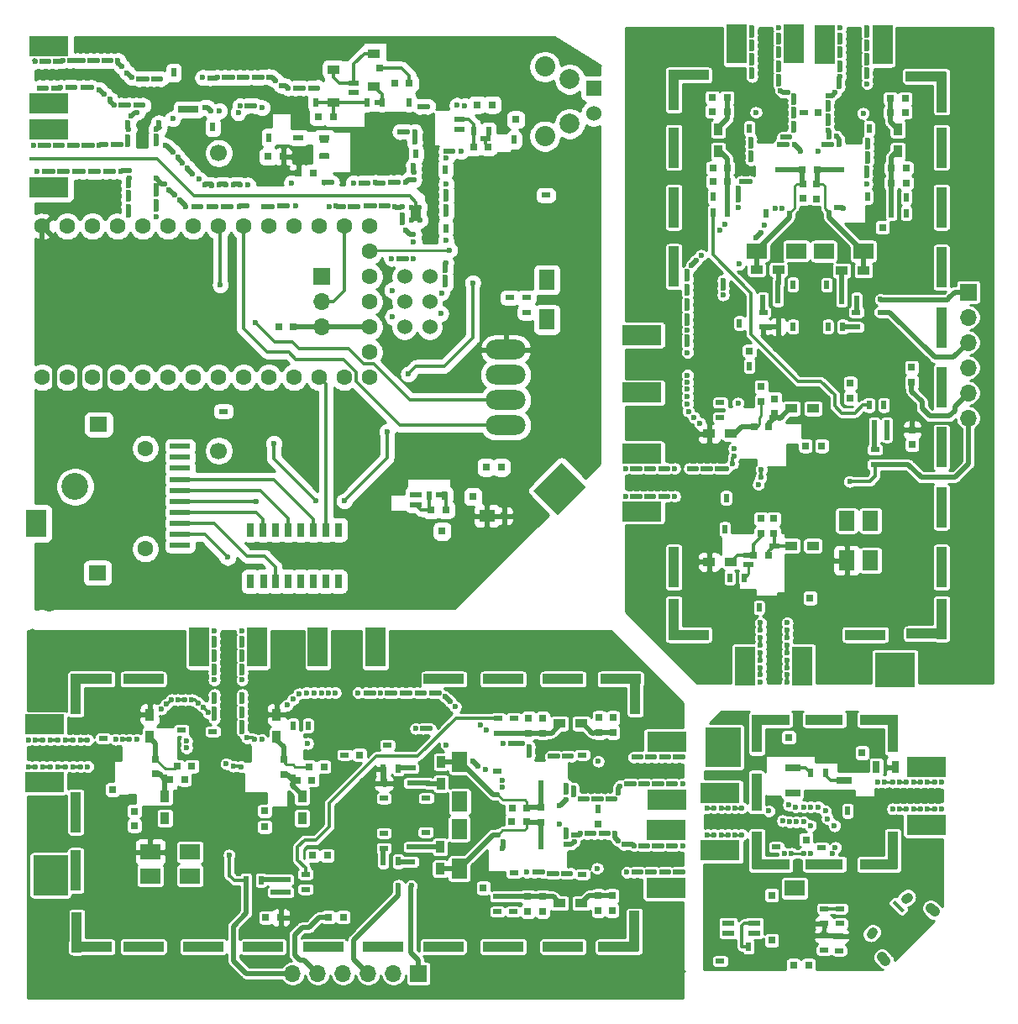
<source format=gbr>
G04 #@! TF.GenerationSoftware,KiCad,Pcbnew,(5.1.5-0-10_14)*
G04 #@! TF.CreationDate,2020-04-08T11:50:53-04:00*
G04 #@! TF.ProjectId,FEA,4645412e-6b69-4636-9164-5f7063625858,rev?*
G04 #@! TF.SameCoordinates,Original*
G04 #@! TF.FileFunction,Copper,L4,Bot*
G04 #@! TF.FilePolarity,Positive*
%FSLAX46Y46*%
G04 Gerber Fmt 4.6, Leading zero omitted, Abs format (unit mm)*
G04 Created by KiCad (PCBNEW (5.1.5-0-10_14)) date 2020-04-08 11:50:53*
%MOMM*%
%LPD*%
G04 APERTURE LIST*
%ADD10R,4.040000X1.000000*%
%ADD11R,1.000000X4.040000*%
%ADD12R,2.000000X1.600000*%
%ADD13R,0.800000X0.750000*%
%ADD14R,0.600000X1.550000*%
%ADD15C,0.100000*%
%ADD16R,0.600000X1.100000*%
%ADD17R,0.750000X0.800000*%
%ADD18R,0.800000X0.800000*%
%ADD19R,0.900000X1.200000*%
%ADD20R,1.200000X0.900000*%
%ADD21R,1.700000X1.700000*%
%ADD22O,1.700000X1.700000*%
%ADD23R,0.500000X0.900000*%
%ADD24R,0.900000X0.500000*%
%ADD25R,4.000000X2.000000*%
%ADD26R,2.000000X4.000000*%
%ADD27R,2.000000X0.500000*%
%ADD28R,1.600000X2.000000*%
%ADD29R,3.810000X1.000000*%
%ADD30R,1.000000X3.810000*%
%ADD31R,1.543000X0.762000*%
%ADD32R,1.220000X0.620000*%
%ADD33R,0.700000X1.300000*%
%ADD34C,0.950000*%
%ADD35C,1.000000*%
%ADD36R,0.762000X1.400000*%
%ADD37R,1.000000X1.500000*%
%ADD38R,2.000000X2.800000*%
%ADD39C,2.700000*%
%ADD40R,1.524000X1.524000*%
%ADD41C,1.524000*%
%ADD42R,1.500000X1.300000*%
%ADD43R,2.000000X0.700000*%
%ADD44R,1.100000X0.600000*%
%ADD45R,1.800000X1.500000*%
%ADD46C,1.600000*%
%ADD47R,4.000000X0.380000*%
%ADD48C,2.032000*%
%ADD49C,2.000000*%
%ADD50O,4.000000X2.000000*%
%ADD51C,1.700000*%
%ADD52R,1.550000X0.600000*%
%ADD53R,0.500000X2.000000*%
%ADD54C,0.600000*%
%ADD55C,0.500000*%
%ADD56C,0.380000*%
%ADD57C,0.250000*%
%ADD58C,0.254000*%
G04 APERTURE END LIST*
D10*
X110950000Y-96525000D03*
D11*
X104150000Y-98025000D03*
D10*
X105750000Y-96525000D03*
X105750000Y-123525000D03*
D11*
X104250000Y-122025000D03*
X160450000Y-121925000D03*
D10*
X158850000Y-123525000D03*
D11*
X160550000Y-98025000D03*
D10*
X159050000Y-96525000D03*
D11*
X104150000Y-115825000D03*
D10*
X147220000Y-96525000D03*
X153265000Y-96525000D03*
X110950000Y-123495000D03*
X116995000Y-123495000D03*
X123040000Y-123495000D03*
X129085000Y-123495000D03*
X135130000Y-123495000D03*
X141175000Y-123495000D03*
X147220000Y-123495000D03*
X153265000Y-123495000D03*
D11*
X104150000Y-109925000D03*
D10*
X141250000Y-96525000D03*
D12*
X115650000Y-116350000D03*
X111650000Y-116350000D03*
D13*
X115850000Y-105300000D03*
X114350000Y-105300000D03*
D14*
X151035000Y-112925000D03*
X151035000Y-107525000D03*
G04 #@! TA.AperFunction,ComponentPad*
D15*
G36*
X103350000Y-118300000D02*
G01*
X99850000Y-118300000D01*
X99850000Y-114300000D01*
X103350000Y-114300000D01*
X103350000Y-118300000D01*
G37*
G04 #@! TD.AperFunction*
D16*
X126040000Y-106675000D03*
X125090000Y-104075000D03*
X112180000Y-104030000D03*
X113130000Y-106630000D03*
D12*
X115650000Y-113950000D03*
X111650000Y-113950000D03*
D13*
X115100000Y-106650000D03*
X113600000Y-106650000D03*
X110055000Y-111305000D03*
X110055000Y-109830000D03*
D17*
X112180000Y-104580000D03*
X112180000Y-106080000D03*
D13*
X127950000Y-106700000D03*
X126450000Y-106700000D03*
X123190000Y-109800000D03*
X123190000Y-111420000D03*
D17*
X125100000Y-104600000D03*
X125100000Y-106100000D03*
D13*
X127650000Y-105350000D03*
X129150000Y-105350000D03*
D17*
X132750000Y-104150000D03*
D13*
X149610000Y-109550000D03*
X148110000Y-109550000D03*
D17*
X151050000Y-109475000D03*
X151050000Y-110975000D03*
D13*
X149600000Y-110900000D03*
X148100000Y-110900000D03*
D17*
X145220000Y-117560000D03*
D13*
X156800000Y-111100000D03*
X123300000Y-120550000D03*
X124800000Y-120550000D03*
X128000000Y-114300000D03*
X129500000Y-114300000D03*
X131100000Y-120500000D03*
X129600000Y-120500000D03*
D17*
X149800000Y-101950000D03*
X149800000Y-100450000D03*
X149700000Y-119950000D03*
X149700000Y-118450000D03*
X151200000Y-100450000D03*
X151200000Y-101950000D03*
X151200000Y-119950000D03*
X151200000Y-118450000D03*
X158300000Y-100400000D03*
X158300000Y-101900000D03*
X158200000Y-119850000D03*
X158200000Y-118350000D03*
X156900000Y-100400000D03*
X156900000Y-101900000D03*
X156800000Y-118350000D03*
X156800000Y-119850000D03*
D18*
X107855000Y-107655000D03*
D19*
X113130000Y-110530000D03*
X113130000Y-108330000D03*
X111600000Y-100100000D03*
X111600000Y-102300000D03*
X126950000Y-110550000D03*
X126950000Y-108350000D03*
X124400000Y-100100000D03*
X124400000Y-102300000D03*
X140950000Y-104860000D03*
X140950000Y-107060000D03*
X140860000Y-115640000D03*
X140860000Y-113440000D03*
D20*
X152900000Y-101000000D03*
X155100000Y-101000000D03*
X152900000Y-119100000D03*
X155100000Y-119100000D03*
D21*
X138690000Y-126200000D03*
D22*
X136150000Y-126200000D03*
X133610000Y-126200000D03*
X131070000Y-126200000D03*
X128530000Y-126200000D03*
X125990000Y-126200000D03*
D23*
X135150000Y-114900000D03*
X136650000Y-114900000D03*
X135150000Y-105550000D03*
X136650000Y-105550000D03*
D24*
X135200000Y-113550000D03*
X135200000Y-112050000D03*
X135200000Y-107050000D03*
X135200000Y-108550000D03*
X106905000Y-102505000D03*
X114800000Y-101650000D03*
D23*
X127540000Y-101200000D03*
X126040000Y-101200000D03*
D24*
X131250000Y-104150000D03*
X135550000Y-103150000D03*
X146600000Y-105800000D03*
X137950000Y-107000000D03*
X137950000Y-105500000D03*
X155200000Y-104150000D03*
X139450000Y-107020000D03*
X139450000Y-108520000D03*
X139420000Y-113450000D03*
X139420000Y-111950000D03*
X155200000Y-116200000D03*
X137930000Y-113440000D03*
X137930000Y-114940000D03*
X148290000Y-116060000D03*
D23*
X156800000Y-109600000D03*
X122800000Y-116800000D03*
X121300000Y-116800000D03*
D24*
X146700000Y-101950000D03*
X146700000Y-100450000D03*
X127300000Y-117700000D03*
X127300000Y-116200000D03*
X146650000Y-119950000D03*
X146650000Y-118450000D03*
X148300000Y-101950000D03*
X148300000Y-100450000D03*
X148200000Y-119950000D03*
X148200000Y-118450000D03*
D25*
X100950000Y-101100000D03*
X100950000Y-106900000D03*
D26*
X116600000Y-93280000D03*
X122400000Y-93280000D03*
X128550000Y-93290000D03*
X134350000Y-93290000D03*
D25*
X163700000Y-108650000D03*
X163700000Y-102850000D03*
X163650000Y-111750000D03*
X163650000Y-117550000D03*
D27*
X124800000Y-118000000D03*
X124800000Y-116730000D03*
D24*
X117950000Y-101800000D03*
D28*
X142830000Y-108860000D03*
X142830000Y-104860000D03*
X142810000Y-111640000D03*
X142810000Y-115640000D03*
D29*
X179600000Y-115185000D03*
X179600000Y-100615000D03*
D30*
X172755000Y-107900000D03*
X172800000Y-102000000D03*
D29*
X174200000Y-100615000D03*
D30*
X172800000Y-113800000D03*
D29*
X174200000Y-115200000D03*
D30*
X186500000Y-102000000D03*
D29*
X185100000Y-100615000D03*
D30*
X186500000Y-113800000D03*
D29*
X185100000Y-115200000D03*
D24*
X179300000Y-113500000D03*
D23*
X178250000Y-106000000D03*
X179750000Y-106000000D03*
X181950000Y-109800000D03*
D17*
X183400000Y-103950000D03*
G04 #@! TA.AperFunction,ComponentPad*
D15*
G36*
X167650000Y-101400000D02*
G01*
X171150000Y-101400000D01*
X171150000Y-105400000D01*
X167650000Y-105400000D01*
X167650000Y-101400000D01*
G37*
G04 #@! TD.AperFunction*
D13*
X176000000Y-102400000D03*
D25*
X169100000Y-108000000D03*
X169100000Y-113800000D03*
X189900000Y-111200000D03*
X189900000Y-105400000D03*
D13*
X177750000Y-112700000D03*
D17*
X174300000Y-118300000D03*
X174300000Y-122850000D03*
D12*
X176600000Y-117600000D03*
D17*
X176500000Y-125350000D03*
X178000000Y-125350000D03*
D24*
X174750000Y-113450000D03*
X169100000Y-124950000D03*
D23*
X171950000Y-123500000D03*
D24*
X179550000Y-122350000D03*
X179550000Y-123850000D03*
X181100000Y-122400000D03*
X181100000Y-123900000D03*
X179600000Y-119650000D03*
X179600000Y-121150000D03*
X181200000Y-121150000D03*
X181200000Y-119650000D03*
D31*
X176396500Y-108005000D03*
X181603500Y-106735000D03*
X176396500Y-105465000D03*
D32*
X172520000Y-121150000D03*
X172520000Y-122100000D03*
X169900000Y-121150000D03*
X169900000Y-122100000D03*
D33*
X184850000Y-105400000D03*
X186750000Y-105400000D03*
G04 #@! TA.AperFunction,ComponentPad*
D15*
G36*
X187683363Y-119762043D02*
G01*
X187400521Y-120044885D01*
X186445927Y-119090291D01*
X186728769Y-118807449D01*
X187683363Y-119762043D01*
G37*
G04 #@! TD.AperFunction*
D34*
X184271573Y-122219239D02*
X184483705Y-122007107D01*
X187807107Y-118683705D02*
X188019239Y-118471573D01*
D35*
X185774174Y-124923922D02*
X185385266Y-124535014D01*
X190723922Y-119974174D02*
X190335014Y-119585266D01*
D36*
X124250000Y-86675000D03*
X125520000Y-86675000D03*
X126790000Y-86675000D03*
X128060000Y-86675000D03*
X129330000Y-86675000D03*
X130600000Y-86675000D03*
X121750000Y-81475000D03*
X123020000Y-81475000D03*
X124290000Y-81475000D03*
X125560000Y-81475000D03*
X126830000Y-81475000D03*
X128100000Y-81475000D03*
X129370000Y-81475000D03*
X130650000Y-81475000D03*
X123050000Y-86675000D03*
X121750000Y-86675000D03*
D20*
X130125000Y-35075000D03*
X130125000Y-38375000D03*
D21*
X128900000Y-55970000D03*
D22*
X128900000Y-58510000D03*
X128900000Y-61050000D03*
D37*
X138425000Y-49575000D03*
D38*
X100175000Y-80825000D03*
D39*
X104075000Y-77125000D03*
D28*
X151625000Y-56275000D03*
X151625000Y-60275000D03*
D20*
X134200000Y-33500000D03*
X134200000Y-36800000D03*
D40*
X156350000Y-36980000D03*
D41*
X156350000Y-39520000D03*
D42*
X145570000Y-80070000D03*
D43*
X115505000Y-39120000D03*
D32*
X141060000Y-77975000D03*
X138440000Y-77975000D03*
X138440000Y-78925000D03*
D44*
X145425000Y-42025000D03*
X142825000Y-41075000D03*
X142825000Y-40125000D03*
X132175000Y-36475000D03*
X132175000Y-37425000D03*
X134775000Y-38375000D03*
D45*
X106350000Y-85800000D03*
X106450000Y-70850000D03*
D27*
X114650000Y-73050000D03*
X114650000Y-74161100D03*
X114650000Y-75272200D03*
X114650000Y-76383300D03*
X114650000Y-77494400D03*
X114650000Y-78605500D03*
X114650000Y-79716600D03*
X114650000Y-80827700D03*
X114650000Y-81938800D03*
X114650000Y-83049900D03*
D46*
X111150000Y-73250000D03*
X111150000Y-83400000D03*
D44*
X129175000Y-41950000D03*
X126575000Y-41950000D03*
X129175000Y-43850000D03*
D25*
X101375000Y-46950000D03*
D47*
X101375000Y-44050000D03*
D25*
X101375000Y-41150000D03*
X101375000Y-38500000D03*
X101375000Y-32700000D03*
D48*
X151425000Y-41800000D03*
X151425000Y-34800000D03*
D49*
X153925000Y-40550000D03*
X153925000Y-36050000D03*
D46*
X133760000Y-58500000D03*
X133760000Y-55960000D03*
X133760000Y-53420000D03*
X133760000Y-50880000D03*
X133760000Y-61040000D03*
X133760000Y-63580000D03*
X133760000Y-66120000D03*
X131220000Y-50880000D03*
X128680000Y-50880000D03*
X126140000Y-50880000D03*
X123600000Y-50880000D03*
X121060000Y-50880000D03*
X118520000Y-50880000D03*
X115980000Y-50880000D03*
X113440000Y-50880000D03*
X110900000Y-50880000D03*
X108360000Y-50880000D03*
X105820000Y-50880000D03*
X103280000Y-50880000D03*
X100740000Y-50880000D03*
X131220000Y-66120000D03*
X128680000Y-66120000D03*
X126140000Y-66120000D03*
X123600000Y-66120000D03*
X121060000Y-66120000D03*
X118520000Y-66120000D03*
X115980000Y-66120000D03*
X113440000Y-66120000D03*
X110900000Y-66120000D03*
X108360000Y-66120000D03*
X105820000Y-66120000D03*
X103280000Y-66120000D03*
X100740000Y-66120000D03*
D13*
X139940000Y-79450000D03*
X141440000Y-79450000D03*
D17*
X141060000Y-81620000D03*
D13*
X144170000Y-78140000D03*
D17*
X147310000Y-80070000D03*
X147025000Y-75175000D03*
X145500000Y-75175000D03*
D13*
X145725000Y-42875000D03*
X144225000Y-42875000D03*
X148475000Y-40125000D03*
X144600000Y-38625000D03*
X146100000Y-38625000D03*
X134775000Y-34950000D03*
X136275000Y-36475000D03*
X137775000Y-36475000D03*
X128600000Y-39850000D03*
X130100000Y-39850000D03*
X124575000Y-61050000D03*
X126075000Y-61050000D03*
X123550000Y-43850000D03*
X125050000Y-43850000D03*
X126575000Y-45500000D03*
X128075000Y-45500000D03*
D23*
X139790000Y-78010000D03*
X141290000Y-78010000D03*
D24*
X147900000Y-58075000D03*
X149575000Y-59575000D03*
X149575000Y-58075000D03*
D23*
X138425000Y-43575000D03*
X141400000Y-45150000D03*
X148325000Y-42150000D03*
X144250000Y-41325000D03*
X145750000Y-41325000D03*
X137700000Y-38375000D03*
X133500000Y-38375000D03*
X135000000Y-38375000D03*
X128300000Y-38375000D03*
X114005000Y-35395000D03*
X117950000Y-40900000D03*
D24*
X151525000Y-47750000D03*
X119025000Y-69525000D03*
D23*
X123600000Y-41950000D03*
D24*
X129175000Y-42225000D03*
X129175000Y-43725000D03*
G04 #@! TA.AperFunction,ComponentPad*
D15*
G36*
X153101777Y-74698350D02*
G01*
X155576650Y-77173223D01*
X152748223Y-80001650D01*
X150273350Y-77526777D01*
X153101777Y-74698350D01*
G37*
G04 #@! TD.AperFunction*
D23*
X141425000Y-51075000D03*
D50*
X147475000Y-63310000D03*
X147475000Y-65850000D03*
X147475000Y-68390000D03*
X147475000Y-70930000D03*
D51*
X118550000Y-73500000D03*
X118550000Y-43500000D03*
D41*
X139820000Y-55960000D03*
X139820000Y-58500000D03*
X139820000Y-61040000D03*
X137280000Y-61040000D03*
X137280000Y-58500000D03*
X137280000Y-55960000D03*
D23*
X171550000Y-86300000D03*
X170050000Y-86300000D03*
D17*
X174500000Y-80350000D03*
X174500000Y-81850000D03*
D11*
X164425000Y-85250000D03*
D10*
X165925000Y-92050000D03*
D11*
X164425000Y-90450000D03*
X191425000Y-90450000D03*
D10*
X189925000Y-91950000D03*
X189825000Y-35750000D03*
D11*
X191425000Y-37350000D03*
D10*
X165925000Y-35650000D03*
D11*
X164425000Y-37150000D03*
D10*
X183725000Y-92050000D03*
D11*
X164425000Y-48980000D03*
X164425000Y-42935000D03*
X191395000Y-85250000D03*
X191395000Y-79205000D03*
X191395000Y-73160000D03*
X191395000Y-67115000D03*
X191395000Y-61070000D03*
X191395000Y-55025000D03*
X191395000Y-48980000D03*
X191395000Y-42935000D03*
X164425000Y-54950000D03*
D44*
X171930000Y-84970000D03*
X171930000Y-84020000D03*
X174530000Y-83070000D03*
D28*
X184250000Y-80550000D03*
X184250000Y-84550000D03*
D17*
X173200000Y-80350000D03*
X173200000Y-81850000D03*
D52*
X180825000Y-45165000D03*
X175425000Y-45165000D03*
G04 #@! TA.AperFunction,ComponentPad*
D15*
G36*
X188700000Y-93850000D02*
G01*
X188700000Y-97350000D01*
X184700000Y-97350000D01*
X184700000Y-93850000D01*
X188700000Y-93850000D01*
G37*
G04 #@! TD.AperFunction*
D44*
X174575000Y-70160000D03*
X171975000Y-71110000D03*
D28*
X181850000Y-80550000D03*
X181850000Y-84550000D03*
D13*
X172480000Y-84000000D03*
X173980000Y-84000000D03*
D17*
X174600000Y-68250000D03*
X174600000Y-69750000D03*
X177700000Y-73010000D03*
X179320000Y-73010000D03*
D13*
X172500000Y-71100000D03*
X174000000Y-71100000D03*
D17*
X173250000Y-68550000D03*
X173250000Y-67050000D03*
D13*
X172050000Y-63450000D03*
D17*
X177450000Y-46590000D03*
X177450000Y-48090000D03*
D13*
X177375000Y-45150000D03*
X178875000Y-45150000D03*
D17*
X178800000Y-46600000D03*
X178800000Y-48100000D03*
D13*
X185460000Y-50980000D03*
D17*
X179000000Y-39400000D03*
X188450000Y-72900000D03*
X188450000Y-71400000D03*
X182200000Y-68200000D03*
X182200000Y-66700000D03*
X188400000Y-65100000D03*
X188400000Y-66600000D03*
D13*
X169850000Y-46400000D03*
X168350000Y-46400000D03*
X187850000Y-46500000D03*
X186350000Y-46500000D03*
X168350000Y-45000000D03*
X169850000Y-45000000D03*
X187850000Y-45000000D03*
X186350000Y-45000000D03*
X168300000Y-37900000D03*
X169800000Y-37900000D03*
X187750000Y-38000000D03*
X186250000Y-38000000D03*
X168300000Y-39300000D03*
X169800000Y-39300000D03*
X186250000Y-39400000D03*
X187750000Y-39400000D03*
D18*
X178155000Y-88345000D03*
D20*
X178430000Y-83070000D03*
X176230000Y-83070000D03*
X168000000Y-84700000D03*
X170200000Y-84700000D03*
X178450000Y-69250000D03*
X176250000Y-69250000D03*
X168000000Y-71800000D03*
X170200000Y-71800000D03*
X172760000Y-55250000D03*
X174960000Y-55250000D03*
X183540000Y-55340000D03*
X181340000Y-55340000D03*
D19*
X168900000Y-43300000D03*
X168900000Y-41100000D03*
X187000000Y-43300000D03*
X187000000Y-41100000D03*
D21*
X194100000Y-57510000D03*
D22*
X194100000Y-60050000D03*
X194100000Y-62590000D03*
X194100000Y-65130000D03*
X194100000Y-67670000D03*
X194100000Y-70210000D03*
D24*
X182800000Y-61050000D03*
X182800000Y-59550000D03*
X173450000Y-61050000D03*
X173450000Y-59550000D03*
D23*
X181450000Y-61000000D03*
X179950000Y-61000000D03*
X174950000Y-61000000D03*
X176450000Y-61000000D03*
X173005000Y-89295000D03*
X169550000Y-81400000D03*
D24*
X169100000Y-68660000D03*
X169100000Y-70160000D03*
D23*
X172050000Y-64950000D03*
X171050000Y-60650000D03*
X173700000Y-49600000D03*
X174900000Y-58250000D03*
X173400000Y-58250000D03*
X172050000Y-41000000D03*
X174920000Y-56750000D03*
X176420000Y-56750000D03*
X181350000Y-56780000D03*
X179850000Y-56780000D03*
X184100000Y-41000000D03*
X181340000Y-58270000D03*
X182840000Y-58270000D03*
X183960000Y-47910000D03*
D24*
X177500000Y-39400000D03*
X184700000Y-73400000D03*
X184700000Y-74900000D03*
D23*
X169850000Y-49500000D03*
X168350000Y-49500000D03*
X185600000Y-68900000D03*
X184100000Y-68900000D03*
X187850000Y-49550000D03*
X186350000Y-49550000D03*
X169850000Y-47900000D03*
X168350000Y-47900000D03*
X187850000Y-48000000D03*
X186350000Y-48000000D03*
D26*
X171600000Y-95250000D03*
X177400000Y-95250000D03*
D25*
X161180000Y-79600000D03*
X161180000Y-73800000D03*
X161190000Y-67650000D03*
X161190000Y-61850000D03*
D26*
X176550000Y-32500000D03*
X170750000Y-32500000D03*
X179650000Y-32550000D03*
X185450000Y-32550000D03*
D53*
X185900000Y-71400000D03*
X184630000Y-71400000D03*
D23*
X169700000Y-78250000D03*
D12*
X176760000Y-53370000D03*
X172760000Y-53370000D03*
X179540000Y-53390000D03*
X183540000Y-53390000D03*
D54*
X119600000Y-114250000D03*
X182150000Y-76600000D03*
X99350000Y-102650000D03*
X100100000Y-102650000D03*
X100850000Y-102650000D03*
X101600000Y-102650000D03*
X102350000Y-102650000D03*
X103100000Y-102650000D03*
X103850000Y-102650000D03*
X104600000Y-102650000D03*
X105350000Y-102650000D03*
X108150000Y-102600000D03*
X108850000Y-102600000D03*
X109550000Y-102600000D03*
X110300000Y-102600000D03*
X105350000Y-105350000D03*
X104600000Y-105350000D03*
X102350000Y-105350000D03*
X103100000Y-105350000D03*
X100100000Y-105350000D03*
X101600000Y-105350000D03*
X103850000Y-105350000D03*
X100850000Y-105350000D03*
X99350000Y-105350000D03*
X112750000Y-99550000D03*
X113250000Y-99050000D03*
X115300000Y-102750000D03*
X115300000Y-103450000D03*
X119300000Y-105050000D03*
X120000000Y-105300000D03*
X120800000Y-105350000D03*
X120900000Y-101800000D03*
X127500000Y-103000000D03*
X125450000Y-99150000D03*
X126050000Y-98550000D03*
X126650000Y-98000000D03*
X128150000Y-97900000D03*
X128900000Y-97900000D03*
X129600000Y-97900000D03*
X130300000Y-97900000D03*
X144950000Y-101150000D03*
X145500000Y-101650000D03*
X147250000Y-103000000D03*
X147950000Y-103000000D03*
X149200000Y-103000000D03*
X149850000Y-103350000D03*
X138400000Y-101500000D03*
X139100000Y-101500000D03*
X139850000Y-101500000D03*
X141500000Y-103150000D03*
X144200000Y-104800000D03*
X144700000Y-105300000D03*
X145450000Y-105650000D03*
X147100000Y-106750000D03*
X147100000Y-107450000D03*
X118100000Y-93100000D03*
X120900000Y-98100000D03*
X120900000Y-95200000D03*
X120900000Y-95900000D03*
X120900000Y-98800000D03*
X120900000Y-93100000D03*
X120900000Y-94500000D03*
X120900000Y-93800000D03*
X120900000Y-99500000D03*
X120900000Y-100200000D03*
X120900000Y-100900000D03*
X122900000Y-102600000D03*
X122150000Y-102600000D03*
X121400000Y-102450000D03*
X149850000Y-104200000D03*
X152000000Y-104300000D03*
X152700000Y-104300000D03*
X153400000Y-104300000D03*
X154100000Y-104300000D03*
X160400000Y-104400000D03*
X161100000Y-104400000D03*
X161100000Y-104400000D03*
X161800000Y-104400000D03*
X162500000Y-104400000D03*
X163200000Y-104400000D03*
X163900000Y-104400000D03*
X164600000Y-104400000D03*
X165300000Y-104400000D03*
X164600000Y-107100000D03*
X161800000Y-107100000D03*
X165300000Y-107100000D03*
X161100000Y-107100000D03*
X160400000Y-107100000D03*
X163200000Y-107100000D03*
X162500000Y-107100000D03*
X163900000Y-107100000D03*
X161100000Y-107100000D03*
X163200000Y-113300000D03*
X161100000Y-113300000D03*
X161100000Y-113300000D03*
X162500000Y-113300000D03*
X164600000Y-113300000D03*
X163900000Y-113300000D03*
X161800000Y-113300000D03*
X160400000Y-113300000D03*
X165300000Y-113300000D03*
X165300000Y-116000000D03*
X162500000Y-116000000D03*
X160400000Y-116000000D03*
X164600000Y-116000000D03*
X161800000Y-116000000D03*
X163900000Y-116000000D03*
X163200000Y-116000000D03*
X161100000Y-116000000D03*
X161100000Y-116000000D03*
X159700000Y-107100000D03*
X159000000Y-107300000D03*
X158800000Y-108000000D03*
X158500000Y-108600000D03*
X157800000Y-108600000D03*
X157100000Y-108600000D03*
X156400000Y-108600000D03*
X155700000Y-108600000D03*
X155000000Y-108600000D03*
X154300000Y-108200000D03*
X154300000Y-107500000D03*
X153600000Y-107200000D03*
X153600000Y-107900000D03*
X153600000Y-108700000D03*
X152900000Y-109300000D03*
X152900000Y-111100000D03*
X153600000Y-111700000D03*
X153600000Y-112400000D03*
X153600000Y-113200000D03*
X154400000Y-112900000D03*
X154300000Y-112200000D03*
X157100000Y-112100000D03*
X155700000Y-112100000D03*
X158500000Y-112100000D03*
X155000000Y-112100000D03*
X157800000Y-112100000D03*
X156400000Y-112100000D03*
X158800000Y-112800000D03*
X159400000Y-113200000D03*
X159700000Y-116000000D03*
X154000000Y-116100000D03*
X153300000Y-116100000D03*
X152600000Y-116100000D03*
X151900000Y-116100000D03*
X151200000Y-116000000D03*
X150400000Y-116000000D03*
X149600000Y-116000000D03*
X157100000Y-112100000D03*
X117500000Y-99900000D03*
X115850000Y-98600000D03*
X118100000Y-93800000D03*
X118100000Y-94500000D03*
X113800000Y-98600000D03*
X117000000Y-99350000D03*
X118100000Y-100500000D03*
X118100000Y-98800000D03*
X118100000Y-99500000D03*
X118100000Y-95900000D03*
X118100000Y-95200000D03*
X118100000Y-98100000D03*
X116450000Y-98900000D03*
X114450000Y-98600000D03*
X115150000Y-98600000D03*
X113250000Y-99050000D03*
X120900000Y-96600000D03*
X118100000Y-96600000D03*
X120900000Y-92400000D03*
X120900000Y-91700000D03*
X118100000Y-92400000D03*
X118100000Y-91700000D03*
X167800000Y-109500000D03*
X168500000Y-109500000D03*
X169200000Y-109500000D03*
X169900000Y-109500000D03*
X170600000Y-109500000D03*
X171300000Y-109500000D03*
X171300000Y-112200000D03*
X170600000Y-112200000D03*
X169900000Y-112200000D03*
X169200000Y-112200000D03*
X168500000Y-112200000D03*
X167800000Y-112200000D03*
X174000000Y-109800000D03*
X178200000Y-114100000D03*
X177500000Y-114100000D03*
X176300000Y-114100000D03*
X175600000Y-114100000D03*
X191400000Y-109600000D03*
X190700000Y-109600000D03*
X190000000Y-109600000D03*
X189300000Y-109600000D03*
X188600000Y-109600000D03*
X187900000Y-109600000D03*
X187200000Y-109600000D03*
X187200000Y-106900000D03*
X187900000Y-106900000D03*
X188600000Y-106900000D03*
X189300000Y-106900000D03*
X190000000Y-106900000D03*
X190700000Y-106900000D03*
X191400000Y-106900000D03*
X186500000Y-106900000D03*
X185700000Y-106900000D03*
X185000000Y-106900000D03*
X186500000Y-109600000D03*
X171300000Y-109500000D03*
X176000000Y-109200000D03*
X176700000Y-109400000D03*
X177500000Y-109400000D03*
X178200000Y-109400000D03*
X179000000Y-109400000D03*
X179700000Y-109800000D03*
X179900000Y-110600000D03*
X180600000Y-111300000D03*
X180700000Y-113500000D03*
X180400000Y-114100000D03*
X178200000Y-111300000D03*
X177500000Y-110900000D03*
X176800000Y-110900000D03*
X176100000Y-110900000D03*
X175400000Y-110800000D03*
X136010000Y-57330000D03*
X136080000Y-60000000D03*
X141010000Y-57590000D03*
X140940000Y-59670000D03*
X141400000Y-56750000D03*
X141400000Y-56025000D03*
X141400000Y-55300000D03*
X141425000Y-54550000D03*
X141450000Y-52300000D03*
X141475000Y-49650000D03*
X141475000Y-48875000D03*
X141475000Y-48125000D03*
X141475000Y-47400000D03*
X141475000Y-46650000D03*
X141475000Y-44025000D03*
X141475000Y-43350000D03*
X142175000Y-43350000D03*
X142950000Y-43350000D03*
X136000000Y-54125000D03*
X136725000Y-54125000D03*
X137450000Y-54125000D03*
X138200000Y-54125000D03*
X138200000Y-52425000D03*
X138200000Y-51675000D03*
X138225000Y-46200000D03*
X138225000Y-45425000D03*
X138200000Y-44725000D03*
X138300000Y-42425000D03*
X138300000Y-41350000D03*
X143350000Y-38725000D03*
X142575000Y-38700000D03*
X139600000Y-38800000D03*
X138800000Y-38800000D03*
X137575000Y-41350000D03*
X136825000Y-41350000D03*
X128550000Y-36925000D03*
X127825000Y-36950000D03*
X127050000Y-36950000D03*
X126275000Y-36950000D03*
X125525000Y-36950000D03*
X124850000Y-36700000D03*
X124275000Y-36175000D03*
X123600000Y-35825000D03*
X122900000Y-35850000D03*
X122150000Y-35875000D03*
X121400000Y-35900000D03*
X120675000Y-35900000D03*
X119925000Y-35900000D03*
X119150000Y-35900000D03*
X118400000Y-35900000D03*
X117675000Y-35925000D03*
X116950000Y-35900000D03*
X109525000Y-45300000D03*
X109525000Y-46025000D03*
X109500000Y-46750000D03*
X109500000Y-47450000D03*
X109500000Y-48175000D03*
X109500000Y-48900000D03*
X109475000Y-49725000D03*
X112225000Y-46025000D03*
X112225000Y-46800000D03*
X112225000Y-47600000D03*
X112225000Y-48375000D03*
X112225000Y-49125000D03*
X112225000Y-49900000D03*
X117175000Y-38875000D03*
X117775000Y-39225000D03*
X118625000Y-39250000D03*
X120525000Y-39425000D03*
X120700000Y-38750000D03*
X121425000Y-38725000D03*
X122175000Y-38725000D03*
X122925000Y-38925000D03*
X137425000Y-46425000D03*
X136600000Y-46450000D03*
X135900000Y-46475000D03*
X135100000Y-46500000D03*
X134350000Y-46475000D03*
X133625000Y-46500000D03*
X132925000Y-46525000D03*
X132150000Y-46525000D03*
X125925000Y-46500000D03*
X121475000Y-46725000D03*
X120750000Y-46725000D03*
X120025000Y-46725000D03*
X119300000Y-46725000D03*
X118600000Y-46725000D03*
X117875000Y-46750000D03*
X117125000Y-46725000D03*
X116550000Y-46150000D03*
X100250000Y-45375000D03*
X101025000Y-45375000D03*
X101800000Y-45375000D03*
X102525000Y-45375000D03*
X103275000Y-45375000D03*
X104075000Y-45375000D03*
X104850000Y-45350000D03*
X105650000Y-45350000D03*
X106425000Y-45375000D03*
X107150000Y-45350000D03*
X107925000Y-45350000D03*
X108700000Y-45350000D03*
X113075000Y-46575000D03*
X113550000Y-47200000D03*
X114075000Y-47725000D03*
X114600000Y-48250000D03*
X115175000Y-48875000D03*
X116025000Y-48925000D03*
X116775000Y-48925000D03*
X117550000Y-48875000D03*
X118250000Y-48925000D03*
X119000000Y-48875000D03*
X119825000Y-48900000D03*
X120625000Y-48875000D03*
X121400000Y-48850000D03*
X123100000Y-48900000D03*
X123925000Y-48875000D03*
X124675000Y-48850000D03*
X125450000Y-48850000D03*
X126275000Y-48850000D03*
X129675000Y-48875000D03*
X130400000Y-48850000D03*
X131125000Y-48875000D03*
X131825000Y-48875000D03*
X132600000Y-48875000D03*
X133450000Y-48850000D03*
X134250000Y-48850000D03*
X134925000Y-48850000D03*
X135650000Y-48850000D03*
X136325000Y-48875000D03*
X137050000Y-48925000D03*
X137050000Y-49775000D03*
X137050000Y-50525000D03*
X137425000Y-51250000D03*
X113925000Y-43375000D03*
X115925000Y-45600000D03*
X114875000Y-44475000D03*
X112225000Y-42550000D03*
X112225000Y-41800000D03*
X112500000Y-40450000D03*
X115400000Y-45000000D03*
X114425000Y-43925000D03*
X113200000Y-42750000D03*
X113925000Y-40025000D03*
X112250000Y-41100000D03*
X103525000Y-34175000D03*
X102825000Y-34200000D03*
X100025000Y-34225000D03*
X100700000Y-34225000D03*
X101400000Y-34225000D03*
X104250000Y-34200000D03*
X102125000Y-34225000D03*
X129150000Y-46475000D03*
X129925000Y-46475000D03*
X103325000Y-36875000D03*
X102625000Y-36900000D03*
X100500000Y-36925000D03*
X101200000Y-36925000D03*
X104050000Y-36900000D03*
X101925000Y-36925000D03*
X104900000Y-34200000D03*
X105600000Y-34200000D03*
X106300000Y-34200000D03*
X107000000Y-34200000D03*
X107700000Y-34200000D03*
X108400000Y-34200000D03*
X108800000Y-34800000D03*
X109300000Y-35400000D03*
X109800000Y-35900000D03*
X110500000Y-36000000D03*
X111300000Y-36000000D03*
X112000000Y-36000000D03*
X112700000Y-36000000D03*
X110900000Y-38700000D03*
X110200000Y-38700000D03*
X109500000Y-38700000D03*
X108700000Y-38700000D03*
X108000000Y-38700000D03*
X107600000Y-38100000D03*
X107000000Y-37600000D03*
X106500000Y-37100000D03*
X105700000Y-36900000D03*
X104900000Y-36900000D03*
X110300000Y-39400000D03*
X109700000Y-39800000D03*
X109400000Y-40400000D03*
X109500000Y-41100000D03*
X109400000Y-41900000D03*
X109400000Y-42600000D03*
X108700000Y-42600000D03*
X107900000Y-42600000D03*
X107200000Y-42600000D03*
X106500000Y-42700000D03*
X105800000Y-42700000D03*
X105000000Y-42700000D03*
X104300000Y-42700000D03*
X103500000Y-42700000D03*
X102800000Y-42700000D03*
X102100000Y-42700000D03*
X101400000Y-42700000D03*
X100600000Y-42700000D03*
X99900000Y-42700000D03*
X173150000Y-96850000D03*
X173150000Y-96100000D03*
X173150000Y-95350000D03*
X173150000Y-94600000D03*
X173150000Y-93850000D03*
X173150000Y-93100000D03*
X173150000Y-92350000D03*
X173150000Y-91600000D03*
X173150000Y-90850000D03*
X175850000Y-90850000D03*
X175850000Y-91600000D03*
X175850000Y-93850000D03*
X175850000Y-93100000D03*
X175850000Y-96100000D03*
X175850000Y-94600000D03*
X175850000Y-92350000D03*
X175850000Y-95350000D03*
X175850000Y-96850000D03*
X172950000Y-76900000D03*
X173200000Y-76200000D03*
X173250000Y-75400000D03*
X169700000Y-75300000D03*
X170900000Y-68700000D03*
X167050000Y-70750000D03*
X166450000Y-70150000D03*
X165900000Y-69550000D03*
X165800000Y-68800000D03*
X165800000Y-68050000D03*
X165800000Y-67300000D03*
X165800000Y-66600000D03*
X165800000Y-65900000D03*
X165800000Y-63600000D03*
X165800000Y-62800000D03*
X165800000Y-62050000D03*
X165800000Y-61350000D03*
X165800000Y-60650000D03*
X165800000Y-59900000D03*
X165800000Y-59150000D03*
X165800000Y-58400000D03*
X165800000Y-57650000D03*
X165800000Y-56950000D03*
X165800000Y-56200000D03*
X165800000Y-55450000D03*
X166200000Y-54850000D03*
X166700000Y-54300000D03*
X167200000Y-53800000D03*
X169050000Y-51250000D03*
X169550000Y-50700000D03*
X170900000Y-48950000D03*
X170900000Y-48250000D03*
X170900000Y-47000000D03*
X171250000Y-46350000D03*
X169400000Y-57800000D03*
X169400000Y-57100000D03*
X169400000Y-56350000D03*
X171050000Y-54700000D03*
X172700000Y-52000000D03*
X173200000Y-51500000D03*
X173550000Y-50750000D03*
X174650000Y-49100000D03*
X175350000Y-49100000D03*
X161000000Y-78100000D03*
X166000000Y-75300000D03*
X163100000Y-75300000D03*
X163800000Y-75300000D03*
X166700000Y-75300000D03*
X161000000Y-75300000D03*
X162400000Y-75300000D03*
X161700000Y-75300000D03*
X167400000Y-75300000D03*
X168100000Y-75300000D03*
X168800000Y-75300000D03*
X170500000Y-73300000D03*
X170500000Y-74050000D03*
X170350000Y-74800000D03*
X172100000Y-46350000D03*
X181500000Y-49100000D03*
X172200000Y-44200000D03*
X172200000Y-43500000D03*
X172200000Y-42800000D03*
X172200000Y-42100000D03*
X172700000Y-39400000D03*
X172300000Y-35800000D03*
X172300000Y-35100000D03*
X172300000Y-35100000D03*
X172300000Y-34400000D03*
X172300000Y-33700000D03*
X172300000Y-33000000D03*
X172300000Y-32300000D03*
X172300000Y-31600000D03*
X172300000Y-30900000D03*
X175000000Y-31600000D03*
X175000000Y-34400000D03*
X175000000Y-30900000D03*
X175000000Y-35100000D03*
X175000000Y-35800000D03*
X175000000Y-33000000D03*
X175000000Y-33700000D03*
X175000000Y-32300000D03*
X175000000Y-35100000D03*
X181200000Y-33000000D03*
X181200000Y-35100000D03*
X181200000Y-35100000D03*
X181200000Y-33700000D03*
X181200000Y-31600000D03*
X181200000Y-32300000D03*
X181200000Y-34400000D03*
X181200000Y-35800000D03*
X181200000Y-30900000D03*
X183900000Y-30900000D03*
X183900000Y-33700000D03*
X183900000Y-35800000D03*
X183900000Y-31600000D03*
X183900000Y-34400000D03*
X183900000Y-32300000D03*
X183900000Y-33000000D03*
X183900000Y-35100000D03*
X183900000Y-35100000D03*
X175000000Y-36500000D03*
X175200000Y-37200000D03*
X175900000Y-37400000D03*
X176500000Y-37700000D03*
X176500000Y-38400000D03*
X176500000Y-39100000D03*
X176500000Y-39800000D03*
X176500000Y-40500000D03*
X176500000Y-41200000D03*
X176100000Y-41900000D03*
X175400000Y-41900000D03*
X175100000Y-42600000D03*
X175800000Y-42600000D03*
X176600000Y-42600000D03*
X177200000Y-43300000D03*
X179000000Y-43300000D03*
X179600000Y-42600000D03*
X180300000Y-42600000D03*
X181100000Y-42600000D03*
X180800000Y-41800000D03*
X180100000Y-41900000D03*
X180800000Y-49000000D03*
X180000000Y-39100000D03*
X180000000Y-40500000D03*
X180000000Y-37700000D03*
X180000000Y-41200000D03*
X180000000Y-38400000D03*
X180000000Y-39800000D03*
X180700000Y-37400000D03*
X181100000Y-36800000D03*
X183900000Y-36500000D03*
X183500000Y-39500000D03*
X184000000Y-42200000D03*
X184000000Y-42900000D03*
X184000000Y-43600000D03*
X184000000Y-44300000D03*
X183900000Y-45000000D03*
X183900000Y-45800000D03*
X183900000Y-46600000D03*
X180000000Y-39100000D03*
X161700000Y-78100000D03*
X162400000Y-78100000D03*
X163800000Y-78100000D03*
X163100000Y-78100000D03*
X164500000Y-75300000D03*
X164500000Y-78100000D03*
X160300000Y-75300000D03*
X159600000Y-75300000D03*
X160300000Y-78100000D03*
X159600000Y-78100000D03*
X136650000Y-117300000D03*
X185200000Y-59550000D03*
X137950000Y-117350000D03*
X185250000Y-58250000D03*
X109950000Y-80875000D03*
X132750000Y-119650000D03*
X187550000Y-63450000D03*
X156700000Y-115600000D03*
X146650000Y-108150000D03*
X176050000Y-49550000D03*
X146700000Y-112200000D03*
X180100000Y-49500000D03*
X127400000Y-97900000D03*
X132600000Y-97900000D03*
X133400000Y-97900000D03*
X134150000Y-97900000D03*
X134850000Y-97900000D03*
X135550000Y-97900000D03*
X136300000Y-97900000D03*
X137050000Y-97900000D03*
X137800000Y-97900000D03*
X138550000Y-97900000D03*
X139250000Y-97900000D03*
X140000000Y-97900000D03*
X140750000Y-97900000D03*
X141350000Y-98300000D03*
X141900000Y-98800000D03*
X142400000Y-99300000D03*
X147100000Y-113600000D03*
X147200000Y-112900000D03*
X122300000Y-78650000D03*
X144150000Y-56575000D03*
X137675000Y-65775000D03*
X135525000Y-71600000D03*
X131200000Y-78575000D03*
X128350000Y-78575000D03*
X124100000Y-72775000D03*
X141825000Y-53275000D03*
X156800000Y-104800000D03*
X119450000Y-84250000D03*
X122250000Y-60550000D03*
X118700000Y-56775000D03*
X138850000Y-50250000D03*
X138025000Y-50225000D03*
X138000000Y-48950000D03*
X138750000Y-48950000D03*
D55*
X128700000Y-120500000D02*
X127650000Y-121550000D01*
X129600000Y-120500000D02*
X128700000Y-120500000D01*
X127650000Y-121550000D02*
X126950000Y-121550000D01*
X126950000Y-121550000D02*
X126200000Y-122300000D01*
X126200000Y-122300000D02*
X126200000Y-124300000D01*
X126200000Y-124300000D02*
X126750000Y-124850000D01*
X127180000Y-124850000D02*
X128530000Y-126200000D01*
X126750000Y-124850000D02*
X127180000Y-124850000D01*
X188400000Y-67500000D02*
X189450000Y-68550000D01*
X188400000Y-66600000D02*
X188400000Y-67500000D01*
X189450000Y-68550000D02*
X189450000Y-69250000D01*
X189450000Y-69250000D02*
X190200000Y-70000000D01*
X190200000Y-70000000D02*
X192200000Y-70000000D01*
X192200000Y-70000000D02*
X192750000Y-69450000D01*
X192750000Y-69020000D02*
X194100000Y-67670000D01*
X192750000Y-69450000D02*
X192750000Y-69020000D01*
D56*
X119600000Y-114250000D02*
X119600000Y-116350000D01*
X119600000Y-116350000D02*
X119700000Y-116350000D01*
X120150000Y-116800000D02*
X121300000Y-116800000D01*
X119700000Y-116350000D02*
X120150000Y-116800000D01*
D55*
X121300000Y-116800000D02*
X121300000Y-120150000D01*
X121300000Y-120150000D02*
X120000000Y-121450000D01*
X120000000Y-123785002D02*
X120050000Y-123835002D01*
X120000000Y-121450000D02*
X120000000Y-123785002D01*
X120050000Y-123835002D02*
X120050000Y-124900000D01*
X121350000Y-126200000D02*
X125990000Y-126200000D01*
X120050000Y-124900000D02*
X121350000Y-126200000D01*
D56*
X182150000Y-76600000D02*
X184250000Y-76600000D01*
X184250000Y-76600000D02*
X184250000Y-76500000D01*
X184700000Y-76050000D02*
X184700000Y-74900000D01*
X184250000Y-76500000D02*
X184700000Y-76050000D01*
D55*
X184700000Y-74900000D02*
X188050000Y-74900000D01*
X188050000Y-74900000D02*
X189350000Y-76200000D01*
X191685002Y-76200000D02*
X191735002Y-76150000D01*
X189350000Y-76200000D02*
X191685002Y-76200000D01*
X191735002Y-76150000D02*
X192800000Y-76150000D01*
X194100000Y-74850000D02*
X194100000Y-70210000D01*
X192800000Y-76150000D02*
X194100000Y-74850000D01*
X112580000Y-106080000D02*
X113130000Y-106630000D01*
X112180000Y-106080000D02*
X112580000Y-106080000D01*
X113130000Y-108330000D02*
X113130000Y-106630000D01*
X113280000Y-106630000D02*
X113300000Y-106650000D01*
X113130000Y-106630000D02*
X113280000Y-106630000D01*
D56*
X113100000Y-106650000D02*
X113150000Y-106650000D01*
D55*
X113100000Y-106650000D02*
X113600000Y-106650000D01*
X113150000Y-106650000D02*
X113130000Y-106630000D01*
X113600000Y-106650000D02*
X113150000Y-106650000D01*
D56*
X173980000Y-83620000D02*
X174530000Y-83070000D01*
X173980000Y-84000000D02*
X173980000Y-83620000D01*
X174530000Y-81880000D02*
X174500000Y-81850000D01*
X174530000Y-83070000D02*
X174530000Y-81880000D01*
X174530000Y-83070000D02*
X176230000Y-83070000D01*
D55*
X124400000Y-102650000D02*
X124400000Y-102300000D01*
X125090000Y-103340000D02*
X124400000Y-102650000D01*
X125090000Y-104075000D02*
X125090000Y-103340000D01*
D57*
X125090000Y-104875000D02*
X125365000Y-105150000D01*
X125090000Y-104075000D02*
X125090000Y-104875000D01*
X125365000Y-105150000D02*
X126050000Y-105150000D01*
X126250000Y-105350000D02*
X127650000Y-105350000D01*
X126050000Y-105150000D02*
X126250000Y-105350000D01*
D55*
X170550000Y-71800000D02*
X170200000Y-71800000D01*
X171240000Y-71110000D02*
X170550000Y-71800000D01*
X171975000Y-71110000D02*
X171240000Y-71110000D01*
D57*
X172775000Y-71110000D02*
X173050000Y-70835000D01*
X171975000Y-71110000D02*
X172775000Y-71110000D01*
X173050000Y-70835000D02*
X173050000Y-70150000D01*
X173250000Y-69950000D02*
X173250000Y-68550000D01*
X173050000Y-70150000D02*
X173250000Y-69950000D01*
D56*
X100100000Y-102650000D02*
X100850000Y-102650000D01*
X101600000Y-102650000D02*
X102350000Y-102650000D01*
X103100000Y-102650000D02*
X103850000Y-102650000D01*
X104600000Y-102650000D02*
X105350000Y-102650000D01*
X108850000Y-102600000D02*
X109550000Y-102600000D01*
X104600000Y-105350000D02*
X103850000Y-105350000D01*
X103100000Y-105350000D02*
X102350000Y-105350000D01*
X101600000Y-105350000D02*
X100850000Y-105350000D01*
X100100000Y-105350000D02*
X99350000Y-105350000D01*
X120750000Y-105300000D02*
X120800000Y-105350000D01*
X120000000Y-105300000D02*
X120750000Y-105300000D01*
D55*
X144700000Y-105300000D02*
X144200000Y-104800000D01*
X139850000Y-101500000D02*
X139100000Y-101500000D01*
X147950000Y-103000000D02*
X149200000Y-103000000D01*
D56*
X122000000Y-102450000D02*
X122150000Y-102600000D01*
X121400000Y-102450000D02*
X122000000Y-102450000D01*
D55*
X120900000Y-101800000D02*
X120900000Y-100900000D01*
X120900000Y-100200000D02*
X120900000Y-99500000D01*
X120900000Y-98800000D02*
X120900000Y-98100000D01*
X120900000Y-95900000D02*
X120900000Y-95200000D01*
X120900000Y-94500000D02*
X120900000Y-93800000D01*
X149850000Y-103350000D02*
X149850000Y-104200000D01*
X152000000Y-104300000D02*
X152700000Y-104300000D01*
X153400000Y-104300000D02*
X154100000Y-104300000D01*
X160400000Y-104400000D02*
X161100000Y-104400000D01*
X161800000Y-104400000D02*
X162500000Y-104400000D01*
X163200000Y-104400000D02*
X163900000Y-104400000D01*
X164600000Y-104400000D02*
X165274990Y-104400000D01*
X153000000Y-109300000D02*
X153600000Y-108700000D01*
X152900000Y-109300000D02*
X153000000Y-109300000D01*
X153600000Y-107900000D02*
X153600000Y-107200000D01*
X154300000Y-107500000D02*
X154300000Y-108200000D01*
X155000000Y-108600000D02*
X155700000Y-108600000D01*
X156400000Y-108600000D02*
X157100000Y-108600000D01*
X157800000Y-108600000D02*
X158500000Y-108600000D01*
X158800000Y-107500000D02*
X159000000Y-107300000D01*
X158800000Y-108000000D02*
X158800000Y-107500000D01*
X159700000Y-107100000D02*
X160400000Y-107100000D01*
X161100000Y-107100000D02*
X161800000Y-107100000D01*
X162500000Y-107100000D02*
X163200000Y-107100000D01*
X163900000Y-107100000D02*
X164600000Y-107100000D01*
X153600000Y-111700000D02*
X153600000Y-112400000D01*
X154100000Y-113200000D02*
X154400000Y-112900000D01*
X153600000Y-113200000D02*
X154100000Y-113200000D01*
X154900000Y-112200000D02*
X155000000Y-112100000D01*
X154300000Y-112200000D02*
X154900000Y-112200000D01*
X155700000Y-112100000D02*
X156400000Y-112100000D01*
X157100000Y-112100000D02*
X157800000Y-112100000D01*
X158500000Y-112500000D02*
X158800000Y-112800000D01*
X158500000Y-112100000D02*
X158500000Y-112500000D01*
X160300000Y-113200000D02*
X160400000Y-113300000D01*
X159400000Y-113200000D02*
X160300000Y-113200000D01*
X161100000Y-113300000D02*
X161800000Y-113300000D01*
X162500000Y-113300000D02*
X163200000Y-113300000D01*
X163900000Y-113300000D02*
X164600000Y-113300000D01*
X160400000Y-116000000D02*
X161100000Y-116000000D01*
X161800000Y-116000000D02*
X162500000Y-116000000D01*
X163200000Y-116000000D02*
X163900000Y-116000000D01*
X164600000Y-116000000D02*
X165274990Y-116000000D01*
X154000000Y-116100000D02*
X153300000Y-116100000D01*
X152600000Y-116100000D02*
X151900000Y-116100000D01*
X151200000Y-116000000D02*
X150400000Y-116000000D01*
D56*
X117000000Y-99350000D02*
X117000000Y-99400000D01*
X117000000Y-99400000D02*
X117500000Y-99900000D01*
X114450000Y-98600000D02*
X115150000Y-98600000D01*
X113350000Y-99050000D02*
X113800000Y-98600000D01*
X113250000Y-99050000D02*
X113350000Y-99050000D01*
D55*
X118100000Y-94500000D02*
X118100000Y-93800000D01*
X118100000Y-100500000D02*
X118100000Y-99500000D01*
X118100000Y-95900000D02*
X118100000Y-95200000D01*
D56*
X116150000Y-98600000D02*
X116450000Y-98900000D01*
X115850000Y-98600000D02*
X116150000Y-98600000D01*
D55*
X118100000Y-98800000D02*
X118100000Y-98100000D01*
X120900000Y-93100000D02*
X120900000Y-92400000D01*
X118100000Y-93100000D02*
X118100000Y-92400000D01*
D57*
X190700000Y-106900000D02*
X190000000Y-106900000D01*
X189300000Y-106900000D02*
X188600000Y-106900000D01*
X187900000Y-106900000D02*
X187200000Y-106900000D01*
X186500000Y-106900000D02*
X185700000Y-106900000D01*
X187200000Y-109600000D02*
X187900000Y-109600000D01*
X188600000Y-109600000D02*
X189300000Y-109600000D01*
X190000000Y-109600000D02*
X190700000Y-109600000D01*
X177500000Y-114100000D02*
X176300000Y-114100000D01*
X171300000Y-112200000D02*
X170600000Y-112200000D01*
X169900000Y-112200000D02*
X169200000Y-112200000D01*
X167800000Y-112200000D02*
X168500000Y-112200000D01*
X167800000Y-109500000D02*
X168500000Y-109500000D01*
X169200000Y-109500000D02*
X169900000Y-109500000D01*
X170600000Y-109500000D02*
X171300000Y-109500000D01*
D56*
X114650000Y-80827700D02*
X118077700Y-80827700D01*
X118077700Y-80827700D02*
X121400000Y-84150000D01*
X121400000Y-84150000D02*
X123175000Y-84150000D01*
X124250000Y-85225000D02*
X124250000Y-86675000D01*
X123175000Y-84150000D02*
X124250000Y-85225000D01*
X137775000Y-35720000D02*
X137775000Y-36475000D01*
X137005000Y-34950000D02*
X137775000Y-35720000D01*
X134775000Y-34950000D02*
X137005000Y-34950000D01*
D55*
X136725000Y-54125000D02*
X137450000Y-54125000D01*
X141400000Y-56750000D02*
X141400000Y-56025000D01*
X141400000Y-54575000D02*
X141425000Y-54550000D01*
X141400000Y-55300000D02*
X141400000Y-54575000D01*
X141475000Y-49650000D02*
X141475000Y-48875000D01*
X141475000Y-48125000D02*
X141475000Y-47400000D01*
X141475000Y-43350000D02*
X142175000Y-43350000D01*
X139600000Y-38800000D02*
X138800000Y-38800000D01*
X138300000Y-42425000D02*
X138300000Y-41350000D01*
X137575000Y-41350000D02*
X136825000Y-41350000D01*
X138200000Y-45400000D02*
X138225000Y-45425000D01*
X138200000Y-44725000D02*
X138200000Y-45400000D01*
X137650000Y-46200000D02*
X137425000Y-46425000D01*
X138225000Y-46200000D02*
X137650000Y-46200000D01*
X135925000Y-46450000D02*
X135900000Y-46475000D01*
X136600000Y-46450000D02*
X135925000Y-46450000D01*
X134375000Y-46500000D02*
X134350000Y-46475000D01*
X135100000Y-46500000D02*
X134375000Y-46500000D01*
X132950000Y-46500000D02*
X132925000Y-46525000D01*
X133625000Y-46500000D02*
X132950000Y-46500000D01*
X137850000Y-51675000D02*
X137425000Y-51250000D01*
X138200000Y-51675000D02*
X137850000Y-51675000D01*
X137050000Y-50525000D02*
X137050000Y-49775000D01*
X136450000Y-49000000D02*
X136325000Y-48875000D01*
X136925000Y-49000000D02*
X136450000Y-49000000D01*
X135650000Y-48850000D02*
X134925000Y-48850000D01*
X134250000Y-48850000D02*
X133450000Y-48850000D01*
X132600000Y-48875000D02*
X131825000Y-48875000D01*
X130425000Y-48875000D02*
X130400000Y-48850000D01*
X131125000Y-48875000D02*
X130425000Y-48875000D01*
X125450000Y-48850000D02*
X124675000Y-48850000D01*
X123125000Y-48875000D02*
X123100000Y-48900000D01*
X123925000Y-48875000D02*
X123125000Y-48875000D01*
X120650000Y-48850000D02*
X120625000Y-48875000D01*
X121400000Y-48850000D02*
X120650000Y-48850000D01*
X119025000Y-48900000D02*
X119000000Y-48875000D01*
X119825000Y-48900000D02*
X119025000Y-48900000D01*
X117600000Y-48925000D02*
X117550000Y-48875000D01*
X118250000Y-48925000D02*
X117600000Y-48925000D01*
X116775000Y-48925000D02*
X116025000Y-48925000D01*
X115175000Y-48825000D02*
X114600000Y-48250000D01*
X115175000Y-48875000D02*
X115175000Y-48825000D01*
X114075000Y-47725000D02*
X113550000Y-47200000D01*
X112775000Y-46575000D02*
X112225000Y-46025000D01*
X113075000Y-46575000D02*
X112775000Y-46575000D01*
X112225000Y-46800000D02*
X112225000Y-47600000D01*
X112225000Y-48375000D02*
X112225000Y-49125000D01*
X109475000Y-48925000D02*
X109500000Y-48900000D01*
X109475000Y-49725000D02*
X109475000Y-48925000D01*
X109500000Y-48175000D02*
X109500000Y-47450000D01*
X109500000Y-46050000D02*
X109525000Y-46025000D01*
X109500000Y-46750000D02*
X109500000Y-46050000D01*
X108750000Y-45300000D02*
X108700000Y-45350000D01*
X109525000Y-45300000D02*
X108750000Y-45300000D01*
X107925000Y-45350000D02*
X107150000Y-45350000D01*
X105675000Y-45375000D02*
X105650000Y-45350000D01*
X106425000Y-45375000D02*
X105675000Y-45375000D01*
X104100000Y-45350000D02*
X104075000Y-45375000D01*
X104850000Y-45350000D02*
X104100000Y-45350000D01*
X103275000Y-45375000D02*
X102525000Y-45375000D01*
X101800000Y-45375000D02*
X101025000Y-45375000D01*
X118375000Y-35925000D02*
X118400000Y-35900000D01*
X117675000Y-35925000D02*
X118375000Y-35925000D01*
X119150000Y-35900000D02*
X119925000Y-35900000D01*
X120675000Y-35900000D02*
X121400000Y-35900000D01*
X122875000Y-35875000D02*
X122900000Y-35850000D01*
X122150000Y-35875000D02*
X122875000Y-35875000D01*
X123925000Y-35825000D02*
X124275000Y-36175000D01*
X123600000Y-35825000D02*
X123925000Y-35825000D01*
X125275000Y-36700000D02*
X125525000Y-36950000D01*
X124850000Y-36700000D02*
X125275000Y-36700000D01*
X126275000Y-36950000D02*
X127050000Y-36950000D01*
X128525000Y-36950000D02*
X128550000Y-36925000D01*
X127825000Y-36950000D02*
X128525000Y-36950000D01*
X117425000Y-38875000D02*
X117775000Y-39225000D01*
X117175000Y-38875000D02*
X117425000Y-38875000D01*
X121425000Y-38725000D02*
X122175000Y-38725000D01*
X117850000Y-46650000D02*
X117875000Y-46675000D01*
X117125000Y-46650000D02*
X117850000Y-46650000D01*
X114425000Y-44025000D02*
X114875000Y-44475000D01*
X114425000Y-43925000D02*
X114425000Y-44025000D01*
X113200000Y-42750000D02*
X113300000Y-42750000D01*
X112500000Y-40874264D02*
X112600000Y-40974264D01*
X115400000Y-45075000D02*
X115925000Y-45600000D01*
X115400000Y-45000000D02*
X115400000Y-45075000D01*
X112500000Y-40450000D02*
X112500000Y-40874264D01*
X113300000Y-42750000D02*
X113925000Y-43375000D01*
X112225000Y-41800000D02*
X112225000Y-42550000D01*
X112600000Y-40974264D02*
X112375736Y-40974264D01*
X112375736Y-40974264D02*
X112250000Y-41100000D01*
X118600000Y-46650000D02*
X119300000Y-46650000D01*
X120025000Y-46650000D02*
X120750000Y-46650000D01*
X100000000Y-34200000D02*
X100025000Y-34225000D01*
X103525000Y-34175000D02*
X104225000Y-34175000D01*
X100700000Y-34225000D02*
X101400000Y-34225000D01*
X104225000Y-34175000D02*
X104250000Y-34200000D01*
X102800000Y-34225000D02*
X102825000Y-34200000D01*
X102125000Y-34225000D02*
X102800000Y-34225000D01*
X129200000Y-46475000D02*
X129175000Y-46500000D01*
X129925000Y-46475000D02*
X129200000Y-46475000D01*
X103325000Y-36875000D02*
X104025000Y-36875000D01*
X100500000Y-36925000D02*
X101200000Y-36925000D01*
X104025000Y-36875000D02*
X104050000Y-36900000D01*
X102600000Y-36925000D02*
X102625000Y-36900000D01*
X101925000Y-36925000D02*
X102600000Y-36925000D01*
X104900000Y-36900000D02*
X105700000Y-36900000D01*
X106500000Y-37100000D02*
X107000000Y-37600000D01*
X107600000Y-38300000D02*
X108000000Y-38700000D01*
X107600000Y-38100000D02*
X107600000Y-38300000D01*
X108700000Y-38700000D02*
X109500000Y-38700000D01*
X110200000Y-38700000D02*
X110900000Y-38700000D01*
X110100000Y-39400000D02*
X109700000Y-39800000D01*
X110300000Y-39400000D02*
X110100000Y-39400000D01*
X109400000Y-41000000D02*
X109500000Y-41100000D01*
X109400000Y-40400000D02*
X109400000Y-41000000D01*
X109400000Y-41900000D02*
X109400000Y-42600000D01*
X108700000Y-42600000D02*
X107900000Y-42600000D01*
X106600000Y-42600000D02*
X106500000Y-42700000D01*
X107200000Y-42600000D02*
X106600000Y-42600000D01*
X105800000Y-42700000D02*
X105000000Y-42700000D01*
X104300000Y-42700000D02*
X103500000Y-42700000D01*
X102800000Y-42700000D02*
X102100000Y-42700000D01*
X101400000Y-42700000D02*
X100600000Y-42700000D01*
X104250000Y-34200000D02*
X104900000Y-34200000D01*
X105600000Y-34200000D02*
X106300000Y-34200000D01*
X107000000Y-34200000D02*
X107700000Y-34200000D01*
X108400000Y-34400000D02*
X108800000Y-34800000D01*
X108400000Y-34200000D02*
X108400000Y-34400000D01*
X109300000Y-35400000D02*
X109800000Y-35900000D01*
X110500000Y-36000000D02*
X111300000Y-36000000D01*
X112000000Y-36000000D02*
X112700000Y-36000000D01*
D56*
X173150000Y-96100000D02*
X173150000Y-95350000D01*
X173150000Y-94600000D02*
X173150000Y-93850000D01*
X173150000Y-93100000D02*
X173150000Y-92350000D01*
X173150000Y-91600000D02*
X173150000Y-90850000D01*
X175850000Y-91600000D02*
X175850000Y-92350000D01*
X175850000Y-93100000D02*
X175850000Y-93850000D01*
X175850000Y-94600000D02*
X175850000Y-95350000D01*
X175850000Y-96100000D02*
X175850000Y-96850000D01*
X173200000Y-75450000D02*
X173250000Y-75400000D01*
X173200000Y-76200000D02*
X173200000Y-75450000D01*
D55*
X173200000Y-51500000D02*
X172700000Y-52000000D01*
X169400000Y-56350000D02*
X169400000Y-57100000D01*
X165800000Y-62800000D02*
X165800000Y-62050000D01*
X165800000Y-60650000D02*
X165800000Y-59900000D01*
X165800000Y-59150000D02*
X165800000Y-58400000D01*
X165800000Y-57650000D02*
X165800000Y-56950000D01*
X165800000Y-56200000D02*
X165800000Y-55450000D01*
X166200000Y-54800000D02*
X166700000Y-54300000D01*
X166200000Y-54850000D02*
X166200000Y-54800000D01*
X170900000Y-48250000D02*
X170900000Y-47000000D01*
D56*
X170350000Y-74200000D02*
X170500000Y-74050000D01*
X170350000Y-74800000D02*
X170350000Y-74200000D01*
D55*
X169700000Y-75300000D02*
X168800000Y-75300000D01*
X168100000Y-75300000D02*
X167400000Y-75300000D01*
X166700000Y-75300000D02*
X166000000Y-75300000D01*
X163800000Y-75300000D02*
X163100000Y-75300000D01*
X162400000Y-75300000D02*
X161700000Y-75300000D01*
X171250000Y-46350000D02*
X172100000Y-46350000D01*
X181400000Y-49000000D02*
X181500000Y-49100000D01*
X180800000Y-49000000D02*
X181400000Y-49000000D01*
X172200000Y-44200000D02*
X172200000Y-43500000D01*
X172200000Y-42800000D02*
X172200000Y-42100000D01*
X172300000Y-35800000D02*
X172300000Y-35100000D01*
X172300000Y-34400000D02*
X172300000Y-33700000D01*
X172300000Y-33000000D02*
X172300000Y-32300000D01*
X172300000Y-31600000D02*
X172300000Y-30925010D01*
X177200000Y-43200000D02*
X176600000Y-42600000D01*
X177200000Y-43300000D02*
X177200000Y-43200000D01*
X175800000Y-42600000D02*
X175100000Y-42600000D01*
X175400000Y-41900000D02*
X176100000Y-41900000D01*
X176500000Y-41200000D02*
X176500000Y-40500000D01*
X176500000Y-39800000D02*
X176500000Y-39100000D01*
X176500000Y-38400000D02*
X176500000Y-37700000D01*
X175400000Y-37400000D02*
X175200000Y-37200000D01*
X175900000Y-37400000D02*
X175400000Y-37400000D01*
X175000000Y-36500000D02*
X175000000Y-35800000D01*
X175000000Y-35100000D02*
X175000000Y-34400000D01*
X175000000Y-33700000D02*
X175000000Y-33000000D01*
X175000000Y-32300000D02*
X175000000Y-31600000D01*
X179600000Y-42600000D02*
X180300000Y-42600000D01*
X181100000Y-42100000D02*
X180800000Y-41800000D01*
X181100000Y-42600000D02*
X181100000Y-42100000D01*
X180100000Y-41300000D02*
X180000000Y-41200000D01*
X180100000Y-41900000D02*
X180100000Y-41300000D01*
X180000000Y-40500000D02*
X180000000Y-39800000D01*
X180000000Y-39100000D02*
X180000000Y-38400000D01*
X180400000Y-37700000D02*
X180700000Y-37400000D01*
X180000000Y-37700000D02*
X180400000Y-37700000D01*
X181100000Y-35900000D02*
X181200000Y-35800000D01*
X181100000Y-36800000D02*
X181100000Y-35900000D01*
X181200000Y-35100000D02*
X181200000Y-34400000D01*
X181200000Y-33700000D02*
X181200000Y-33000000D01*
X181200000Y-32300000D02*
X181200000Y-31600000D01*
X183900000Y-35800000D02*
X183900000Y-35100000D01*
X183900000Y-34400000D02*
X183900000Y-33700000D01*
X183900000Y-33000000D02*
X183900000Y-32300000D01*
X183900000Y-31600000D02*
X183900000Y-30925010D01*
X184000000Y-42200000D02*
X184000000Y-42900000D01*
X184000000Y-43600000D02*
X184000000Y-44300000D01*
X183900000Y-45000000D02*
X183900000Y-45800000D01*
X162400000Y-78100000D02*
X161700000Y-78100000D01*
X163800000Y-78100000D02*
X163100000Y-78100000D01*
X161000000Y-75300000D02*
X160300000Y-75300000D01*
X161000000Y-78100000D02*
X160300000Y-78100000D01*
X125440000Y-106100000D02*
X126065000Y-106725000D01*
X125100000Y-106100000D02*
X125440000Y-106100000D01*
X126040000Y-106675000D02*
X126040000Y-107040000D01*
X126950000Y-108200000D02*
X126950000Y-108350000D01*
X126000000Y-107250000D02*
X126950000Y-108200000D01*
X126000000Y-107080000D02*
X126000000Y-107250000D01*
X126040000Y-107040000D02*
X126000000Y-107080000D01*
X126425000Y-106675000D02*
X126450000Y-106700000D01*
X126040000Y-106675000D02*
X126425000Y-106675000D01*
X174000000Y-70760000D02*
X174625000Y-70135000D01*
X174000000Y-71100000D02*
X174000000Y-70760000D01*
X174575000Y-70160000D02*
X174940000Y-70160000D01*
X176100000Y-69250000D02*
X176250000Y-69250000D01*
X175150000Y-70200000D02*
X176100000Y-69250000D01*
X174980000Y-70200000D02*
X175150000Y-70200000D01*
X174940000Y-70160000D02*
X174980000Y-70200000D01*
X174575000Y-69775000D02*
X174600000Y-69750000D01*
X174575000Y-70160000D02*
X174575000Y-69775000D01*
X136700000Y-105500000D02*
X136650000Y-105550000D01*
X137950000Y-105500000D02*
X136700000Y-105500000D01*
X133610000Y-126200000D02*
X132150000Y-124740000D01*
X132150000Y-124740000D02*
X132150000Y-122800000D01*
X136650000Y-118300000D02*
X136650000Y-117300000D01*
X132150000Y-122800000D02*
X136650000Y-118300000D01*
X173400000Y-59500000D02*
X173450000Y-59550000D01*
X173400000Y-58250000D02*
X173400000Y-59500000D01*
X194100000Y-62590000D02*
X192640000Y-64050000D01*
X192640000Y-64050000D02*
X190700000Y-64050000D01*
X186200000Y-59550000D02*
X185200000Y-59550000D01*
X190700000Y-64050000D02*
X186200000Y-59550000D01*
X136690000Y-114940000D02*
X136650000Y-114900000D01*
X137930000Y-114940000D02*
X136690000Y-114940000D01*
X138690000Y-124850000D02*
X138150000Y-124310000D01*
X138690000Y-126200000D02*
X138690000Y-124850000D01*
X137930000Y-117370000D02*
X137950000Y-117350000D01*
X137930000Y-124090000D02*
X137930000Y-117370000D01*
X138150000Y-124310000D02*
X137930000Y-124090000D01*
D56*
X181050000Y-122350000D02*
X181100000Y-122400000D01*
X179550000Y-122350000D02*
X181050000Y-122350000D01*
X179550000Y-121200000D02*
X179600000Y-121150000D01*
X179550000Y-122350000D02*
X179550000Y-121200000D01*
D55*
X182840000Y-59510000D02*
X182800000Y-59550000D01*
X182840000Y-58270000D02*
X182840000Y-59510000D01*
X192750000Y-57510000D02*
X192210000Y-58050000D01*
X194100000Y-57510000D02*
X192750000Y-57510000D01*
X185270000Y-58270000D02*
X185250000Y-58250000D01*
X191990000Y-58270000D02*
X185270000Y-58270000D01*
X192210000Y-58050000D02*
X191990000Y-58270000D01*
X135150000Y-113600000D02*
X135200000Y-113550000D01*
X135150000Y-114900000D02*
X135150000Y-113600000D01*
D56*
X181200000Y-119650000D02*
X179600000Y-119650000D01*
D55*
X100740000Y-50880000D02*
X100740000Y-53310000D01*
X100740000Y-50880000D02*
X100740000Y-59815000D01*
X104569999Y-63644999D02*
X104569999Y-68269999D01*
X100740000Y-59815000D02*
X104569999Y-63644999D01*
X101990001Y-52130001D02*
X101990001Y-67990001D01*
X100740000Y-50880000D02*
X101990001Y-52130001D01*
X107109999Y-57249999D02*
X107109999Y-68109999D01*
X100740000Y-50880000D02*
X107109999Y-57249999D01*
X181500000Y-61050000D02*
X181450000Y-61000000D01*
X182800000Y-61050000D02*
X181500000Y-61050000D01*
X135150000Y-107000000D02*
X135200000Y-107050000D01*
X135150000Y-105550000D02*
X135150000Y-107000000D01*
X134250000Y-107050000D02*
X135200000Y-107050000D01*
X132750000Y-108550000D02*
X134250000Y-107050000D01*
X132750000Y-119650000D02*
X132750000Y-108550000D01*
X174900000Y-61050000D02*
X174950000Y-61000000D01*
X173450000Y-61050000D02*
X174900000Y-61050000D01*
X174950000Y-61950000D02*
X174950000Y-61000000D01*
X176450000Y-63450000D02*
X174950000Y-61950000D01*
X187550000Y-63450000D02*
X176450000Y-63450000D01*
X152900000Y-119100000D02*
X152900000Y-119050000D01*
X152300000Y-118450000D02*
X151200000Y-118450000D01*
X152900000Y-119050000D02*
X152300000Y-118450000D01*
X151200000Y-118450000D02*
X149700000Y-118450000D01*
X149700000Y-118450000D02*
X148200000Y-118450000D01*
X148200000Y-118450000D02*
X146650000Y-118450000D01*
X187000000Y-43300000D02*
X186950000Y-43300000D01*
X186350000Y-43900000D02*
X186350000Y-45000000D01*
X186950000Y-43300000D02*
X186350000Y-43900000D01*
X186350000Y-45000000D02*
X186350000Y-46500000D01*
X186350000Y-46500000D02*
X186350000Y-48000000D01*
X186350000Y-48000000D02*
X186350000Y-49550000D01*
X158300000Y-101900000D02*
X156900000Y-101900000D01*
X156900000Y-101900000D02*
X156450000Y-101900000D01*
X156200000Y-101950000D02*
X155250000Y-101000000D01*
X156400000Y-101950000D02*
X156200000Y-101950000D01*
X155250000Y-101000000D02*
X155100000Y-101000000D01*
X156450000Y-101900000D02*
X156400000Y-101950000D01*
X169800000Y-37900000D02*
X169800000Y-39300000D01*
X169800000Y-39300000D02*
X169800000Y-39750000D01*
X169850000Y-40000000D02*
X168900000Y-40950000D01*
X169850000Y-39800000D02*
X169850000Y-40000000D01*
X168900000Y-40950000D02*
X168900000Y-41100000D01*
X169800000Y-39750000D02*
X169850000Y-39800000D01*
X158200000Y-118350000D02*
X156800000Y-118350000D01*
X155850000Y-118350000D02*
X155100000Y-119100000D01*
X156800000Y-118350000D02*
X155850000Y-118350000D01*
X186250000Y-38000000D02*
X186250000Y-39400000D01*
X186250000Y-40350000D02*
X187000000Y-41100000D01*
X186250000Y-39400000D02*
X186250000Y-40350000D01*
X151035000Y-109460000D02*
X151050000Y-109475000D01*
X151035000Y-107525000D02*
X151035000Y-109460000D01*
X149615000Y-109475000D02*
X149610000Y-109480000D01*
X151050000Y-109475000D02*
X149615000Y-109475000D01*
D57*
X149610000Y-108925000D02*
X149385000Y-108700000D01*
X149610000Y-109550000D02*
X149610000Y-108925000D01*
X147200000Y-108700000D02*
X146650000Y-108150000D01*
X149385000Y-108700000D02*
X147200000Y-108700000D01*
D55*
X142830000Y-104860000D02*
X142910000Y-104860000D01*
X146200000Y-108150000D02*
X146650000Y-108150000D01*
X142910000Y-104860000D02*
X146200000Y-108150000D01*
X142830000Y-104860000D02*
X140950000Y-104860000D01*
X177360000Y-45165000D02*
X177375000Y-45150000D01*
X175425000Y-45165000D02*
X177360000Y-45165000D01*
X177375000Y-46585000D02*
X177380000Y-46590000D01*
X177375000Y-45150000D02*
X177375000Y-46585000D01*
D57*
X176825000Y-46590000D02*
X176600000Y-46815000D01*
X177450000Y-46590000D02*
X176825000Y-46590000D01*
X176600000Y-49000000D02*
X176050000Y-49550000D01*
X176600000Y-46815000D02*
X176600000Y-49000000D01*
D55*
X172760000Y-53370000D02*
X172760000Y-53290000D01*
X176050000Y-50000000D02*
X176050000Y-49550000D01*
X172760000Y-53290000D02*
X176050000Y-50000000D01*
X172760000Y-53370000D02*
X172760000Y-55250000D01*
X151050000Y-112910000D02*
X151035000Y-112925000D01*
X151050000Y-110975000D02*
X151050000Y-112910000D01*
X149605000Y-110975000D02*
X149600000Y-110980000D01*
X151050000Y-110975000D02*
X149605000Y-110975000D01*
D57*
X149600000Y-111525000D02*
X149375000Y-111750000D01*
X149600000Y-110900000D02*
X149600000Y-111525000D01*
X147150000Y-111750000D02*
X146700000Y-112200000D01*
X149375000Y-111750000D02*
X147150000Y-111750000D01*
D55*
X142810000Y-115640000D02*
X142810000Y-115590000D01*
X146200000Y-112200000D02*
X146700000Y-112200000D01*
X142810000Y-115590000D02*
X146200000Y-112200000D01*
X142810000Y-115640000D02*
X140860000Y-115640000D01*
X180810000Y-45150000D02*
X180825000Y-45165000D01*
X178875000Y-45150000D02*
X180810000Y-45150000D01*
X178875000Y-46595000D02*
X178880000Y-46600000D01*
X178875000Y-45150000D02*
X178875000Y-46595000D01*
D57*
X179425000Y-46600000D02*
X179650000Y-46825000D01*
X178800000Y-46600000D02*
X179425000Y-46600000D01*
X179650000Y-49050000D02*
X180100000Y-49500000D01*
X179650000Y-46825000D02*
X179650000Y-49050000D01*
D55*
X183540000Y-53390000D02*
X183490000Y-53390000D01*
X180100000Y-50000000D02*
X180100000Y-49500000D01*
X183490000Y-53390000D02*
X180100000Y-50000000D01*
X183540000Y-53390000D02*
X183540000Y-55340000D01*
X122870000Y-116730000D02*
X122800000Y-116800000D01*
X124800000Y-116730000D02*
X122870000Y-116730000D01*
X184630000Y-73330000D02*
X184700000Y-73400000D01*
X184630000Y-71400000D02*
X184630000Y-73330000D01*
X152900000Y-101000000D02*
X152900000Y-101150000D01*
X152100000Y-101950000D02*
X151200000Y-101950000D01*
X152900000Y-101150000D02*
X152100000Y-101950000D01*
X151200000Y-101950000D02*
X149800000Y-101950000D01*
X149800000Y-101950000D02*
X148300000Y-101950000D01*
X148300000Y-101950000D02*
X146700000Y-101950000D01*
X168900000Y-43300000D02*
X169050000Y-43300000D01*
X169850000Y-44100000D02*
X169850000Y-45000000D01*
X169050000Y-43300000D02*
X169850000Y-44100000D01*
X169850000Y-45000000D02*
X169850000Y-46400000D01*
X169850000Y-46400000D02*
X169850000Y-47900000D01*
X169850000Y-47900000D02*
X169850000Y-49500000D01*
X112200000Y-104050000D02*
X112180000Y-104030000D01*
X111600000Y-102300000D02*
X111600000Y-102550000D01*
X111750000Y-102550000D02*
X112180000Y-102980000D01*
X112180000Y-102980000D02*
X112180000Y-103420000D01*
X111600000Y-102550000D02*
X111750000Y-102550000D01*
D57*
X114100000Y-105550000D02*
X114350000Y-105300000D01*
X113150000Y-105550000D02*
X114100000Y-105550000D01*
X112180000Y-104580000D02*
X112180000Y-104580000D01*
X112180000Y-104580000D02*
X113150000Y-105550000D01*
D55*
X112180000Y-103420000D02*
X112180000Y-104030000D01*
X171950000Y-84000000D02*
X171930000Y-84020000D01*
D56*
X170880000Y-84020000D02*
X171930000Y-84020000D01*
X170200000Y-84700000D02*
X170880000Y-84020000D01*
X172160000Y-84020000D02*
X172480000Y-83700000D01*
X171930000Y-84020000D02*
X172160000Y-84020000D01*
X173200000Y-82200000D02*
X173200000Y-81850000D01*
X172525000Y-82900000D02*
X172525000Y-82875000D01*
X172525000Y-82875000D02*
X173200000Y-82200000D01*
X172480000Y-82945000D02*
X172525000Y-82900000D01*
X172480000Y-83700000D02*
X172480000Y-82945000D01*
X145750000Y-41700000D02*
X145425000Y-42025000D01*
X145750000Y-41325000D02*
X145750000Y-41700000D01*
X145425000Y-42575000D02*
X145725000Y-42875000D01*
X145425000Y-42025000D02*
X145425000Y-42575000D01*
X143755000Y-40125000D02*
X144250000Y-40620000D01*
X142825000Y-40125000D02*
X143755000Y-40125000D01*
X144250000Y-40620000D02*
X144250000Y-41325000D01*
X144250000Y-42850000D02*
X144225000Y-42875000D01*
X144250000Y-41325000D02*
X144250000Y-42850000D01*
X133500000Y-38375000D02*
X130125000Y-38375000D01*
X130100000Y-38400000D02*
X130125000Y-38375000D01*
X130100000Y-39850000D02*
X130100000Y-38400000D01*
X130125000Y-38375000D02*
X128300000Y-38375000D01*
D55*
X133400000Y-97900000D02*
X134150000Y-97900000D01*
X135550000Y-97900000D02*
X136300000Y-97900000D01*
X137050000Y-97900000D02*
X137800000Y-97900000D01*
X138550000Y-97900000D02*
X139250000Y-97900000D01*
X140000000Y-97900000D02*
X140750000Y-97900000D01*
X141400000Y-98300000D02*
X141900000Y-98800000D01*
X141350000Y-98300000D02*
X141400000Y-98300000D01*
X147200000Y-113500000D02*
X147100000Y-113600000D01*
X147200000Y-112900000D02*
X147200000Y-113500000D01*
D56*
X146700000Y-100450000D02*
X142450000Y-100450000D01*
X142450000Y-100450000D02*
X138600000Y-104300000D01*
X138600000Y-104300000D02*
X134450000Y-104300000D01*
X134450000Y-104300000D02*
X129700000Y-109050000D01*
X129700000Y-109050000D02*
X129700000Y-111350000D01*
X129700000Y-111350000D02*
X128300000Y-112750000D01*
X128300000Y-112750000D02*
X127200000Y-112750000D01*
X127200000Y-112750000D02*
X126500000Y-113450000D01*
X126500000Y-114770000D02*
X127300000Y-115570000D01*
X127300000Y-115570000D02*
X127300000Y-116200000D01*
X126500000Y-113450000D02*
X126500000Y-114770000D01*
X168350000Y-49500000D02*
X168350000Y-53750000D01*
X168350000Y-53750000D02*
X172200000Y-57600000D01*
X172200000Y-57600000D02*
X172200000Y-61750000D01*
X172200000Y-61750000D02*
X176950000Y-66500000D01*
X176950000Y-66500000D02*
X179250000Y-66500000D01*
X179250000Y-66500000D02*
X180650000Y-67900000D01*
X180650000Y-67900000D02*
X180650000Y-69000000D01*
X180650000Y-69000000D02*
X181350000Y-69700000D01*
X182670000Y-69700000D02*
X183470000Y-68900000D01*
X183470000Y-68900000D02*
X184100000Y-68900000D01*
X181350000Y-69700000D02*
X182670000Y-69700000D01*
D55*
X139490000Y-107060000D02*
X139450000Y-107020000D01*
X140950000Y-107060000D02*
X139490000Y-107060000D01*
X137970000Y-107020000D02*
X137950000Y-107000000D01*
X139450000Y-107020000D02*
X137970000Y-107020000D01*
X174960000Y-56710000D02*
X174920000Y-56750000D01*
X174960000Y-55250000D02*
X174960000Y-56710000D01*
X174920000Y-58230000D02*
X174900000Y-58250000D01*
X174920000Y-56750000D02*
X174920000Y-58230000D01*
X139430000Y-113440000D02*
X139420000Y-113450000D01*
X140860000Y-113440000D02*
X139430000Y-113440000D01*
X137940000Y-113450000D02*
X137930000Y-113440000D01*
X139420000Y-113450000D02*
X137940000Y-113450000D01*
X181340000Y-56770000D02*
X181350000Y-56780000D01*
X181340000Y-55340000D02*
X181340000Y-56770000D01*
X181350000Y-58260000D02*
X181340000Y-58270000D01*
X181350000Y-56780000D02*
X181350000Y-58260000D01*
D56*
X139790000Y-79300000D02*
X139940000Y-79450000D01*
X139790000Y-78010000D02*
X139790000Y-79300000D01*
X138965000Y-79450000D02*
X138440000Y-78925000D01*
X139940000Y-79450000D02*
X138965000Y-79450000D01*
X171320000Y-123500000D02*
X171950000Y-123500000D01*
X171300000Y-123480000D02*
X171320000Y-123500000D01*
X171300000Y-121380000D02*
X171300000Y-123480000D01*
X171530000Y-121150000D02*
X171300000Y-121380000D01*
X172520000Y-121150000D02*
X171530000Y-121150000D01*
X177715000Y-105465000D02*
X178250000Y-106000000D01*
X176396500Y-105465000D02*
X177715000Y-105465000D01*
X179750000Y-106000000D02*
X179750000Y-106250000D01*
X180235000Y-106735000D02*
X181603500Y-106735000D01*
X179750000Y-106250000D02*
X180235000Y-106735000D01*
X135000000Y-37600000D02*
X134200000Y-36800000D01*
X135000000Y-38375000D02*
X135000000Y-37600000D01*
X141255000Y-77975000D02*
X141290000Y-78010000D01*
X141060000Y-77975000D02*
X141255000Y-77975000D01*
X141440000Y-78160000D02*
X141290000Y-78010000D01*
X141440000Y-79450000D02*
X141440000Y-78160000D01*
X131220000Y-57392081D02*
X131220000Y-50880000D01*
X130102081Y-58510000D02*
X131220000Y-57392081D01*
X128900000Y-58510000D02*
X130102081Y-58510000D01*
D55*
X133750000Y-61050000D02*
X133760000Y-61040000D01*
X128900000Y-61050000D02*
X133750000Y-61050000D01*
X128900000Y-61050000D02*
X126075000Y-61050000D01*
D56*
X122255500Y-78605500D02*
X122300000Y-78650000D01*
X114650000Y-78605500D02*
X122255500Y-78605500D01*
X130695000Y-36475000D02*
X130125000Y-35905000D01*
X130125000Y-35905000D02*
X130125000Y-35075000D01*
X132175000Y-36475000D02*
X130695000Y-36475000D01*
X132175000Y-35795000D02*
X132175000Y-36475000D01*
X132175000Y-34545000D02*
X132175000Y-35795000D01*
X133220000Y-33500000D02*
X132175000Y-34545000D01*
X134200000Y-33500000D02*
X133220000Y-33500000D01*
X144150000Y-56575000D02*
X144150000Y-62125000D01*
X144150000Y-62125000D02*
X141275000Y-65000000D01*
X138450000Y-65000000D02*
X137675000Y-65775000D01*
X141275000Y-65000000D02*
X138450000Y-65000000D01*
X135525000Y-74250000D02*
X131200000Y-78575000D01*
X135525000Y-71600000D02*
X135525000Y-74250000D01*
X128350000Y-78575000D02*
X124200000Y-74425000D01*
X124100000Y-74325000D02*
X124100000Y-72775000D01*
X124200000Y-74425000D02*
X124100000Y-74325000D01*
D57*
X133905000Y-53275000D02*
X133760000Y-53420000D01*
X141825000Y-53275000D02*
X133905000Y-53275000D01*
D56*
X129370000Y-66810000D02*
X128680000Y-66120000D01*
X129370000Y-81475000D02*
X129370000Y-66810000D01*
X117138800Y-81938800D02*
X119450000Y-84250000D01*
X114650000Y-81938800D02*
X117138800Y-81938800D01*
X132410001Y-66531203D02*
X132410001Y-65548799D01*
X136808798Y-70930000D02*
X132410001Y-66531203D01*
X132410001Y-65548799D02*
X131136202Y-64275000D01*
X147475000Y-70930000D02*
X136808798Y-70930000D01*
X126322998Y-64275000D02*
X125597998Y-63550000D01*
X131136202Y-64275000D02*
X126322998Y-64275000D01*
X125597998Y-63550000D02*
X123425000Y-63550000D01*
X121060000Y-61185000D02*
X121060000Y-50880000D01*
X123425000Y-63550000D02*
X121060000Y-61185000D01*
X134171203Y-64770001D02*
X133145001Y-64770001D01*
X137791202Y-68390000D02*
X134171203Y-64770001D01*
X147475000Y-68390000D02*
X137791202Y-68390000D01*
X133145001Y-64770001D02*
X131600000Y-63225000D01*
X131600000Y-63225000D02*
X126625000Y-63225000D01*
X126625000Y-63225000D02*
X125975000Y-62575000D01*
X125975000Y-62575000D02*
X124225000Y-62575000D01*
X122250000Y-60600000D02*
X122250000Y-60550000D01*
X124225000Y-62575000D02*
X122250000Y-60600000D01*
X118700000Y-51060000D02*
X118520000Y-50880000D01*
X118700000Y-56775000D02*
X118700000Y-51060000D01*
X124088300Y-76383300D02*
X116030000Y-76383300D01*
X128100000Y-80395000D02*
X124088300Y-76383300D01*
X116030000Y-76383300D02*
X114650000Y-76383300D01*
X128100000Y-81475000D02*
X128100000Y-80395000D01*
X114650000Y-77494400D02*
X122719400Y-77494400D01*
X125560000Y-80335000D02*
X125560000Y-81475000D01*
X122719400Y-77494400D02*
X125560000Y-80335000D01*
X123020000Y-80395000D02*
X122341600Y-79716600D01*
X116030000Y-79716600D02*
X114650000Y-79716600D01*
X122341600Y-79716600D02*
X116030000Y-79716600D01*
X123020000Y-81475000D02*
X123020000Y-80395000D01*
X138425000Y-48445000D02*
X137805000Y-47825000D01*
X138425000Y-49575000D02*
X138425000Y-48445000D01*
X137805000Y-47825000D02*
X116075000Y-47825000D01*
X116075000Y-47825000D02*
X116075000Y-47800000D01*
X112325000Y-44050000D02*
X101375000Y-44050000D01*
X116075000Y-47800000D02*
X112325000Y-44050000D01*
D57*
X171930000Y-85920000D02*
X171550000Y-86300000D01*
X171930000Y-84970000D02*
X171930000Y-85920000D01*
D58*
G36*
X99761079Y-91538921D02*
G01*
X99833711Y-91598529D01*
X99916577Y-91642822D01*
X100006492Y-91670097D01*
X100076577Y-91677000D01*
X100076578Y-91677000D01*
X100100000Y-91679307D01*
X100123423Y-91677000D01*
X105643124Y-91677000D01*
X105701591Y-91694736D01*
X105775347Y-91702000D01*
X115170934Y-91702000D01*
X115170934Y-95280000D01*
X115179178Y-95363707D01*
X115203595Y-95444196D01*
X115243245Y-95518376D01*
X115296605Y-95583395D01*
X115361624Y-95636755D01*
X115435804Y-95676405D01*
X115516293Y-95700822D01*
X115600000Y-95709066D01*
X117396736Y-95709066D01*
X117373000Y-95828397D01*
X117373000Y-95971603D01*
X117400938Y-96112058D01*
X117455741Y-96244364D01*
X117459507Y-96250000D01*
X117455741Y-96255636D01*
X117400938Y-96387942D01*
X117373000Y-96528397D01*
X117373000Y-96671603D01*
X117400938Y-96812058D01*
X117455741Y-96944364D01*
X117535302Y-97063436D01*
X117636564Y-97164698D01*
X117755636Y-97244259D01*
X117887942Y-97299062D01*
X118028397Y-97327000D01*
X118171603Y-97327000D01*
X118312058Y-97299062D01*
X118444364Y-97244259D01*
X118563436Y-97164698D01*
X118664698Y-97063436D01*
X118744259Y-96944364D01*
X118799062Y-96812058D01*
X118827000Y-96671603D01*
X118827000Y-96528397D01*
X118799062Y-96387942D01*
X118744259Y-96255636D01*
X118740493Y-96250000D01*
X118744259Y-96244364D01*
X118799062Y-96112058D01*
X118827000Y-95971603D01*
X118827000Y-95828397D01*
X118799062Y-95687942D01*
X118777000Y-95634680D01*
X118777000Y-95465320D01*
X118799062Y-95412058D01*
X118827000Y-95271603D01*
X118827000Y-95128397D01*
X118799062Y-94987942D01*
X118744259Y-94855636D01*
X118740493Y-94850000D01*
X118744259Y-94844364D01*
X118799062Y-94712058D01*
X118827000Y-94571603D01*
X118827000Y-94428397D01*
X118799062Y-94287942D01*
X118777000Y-94234680D01*
X118777000Y-94065320D01*
X118799062Y-94012058D01*
X118827000Y-93871603D01*
X118827000Y-93728397D01*
X118799062Y-93587942D01*
X118744259Y-93455636D01*
X118740493Y-93450000D01*
X118744259Y-93444364D01*
X118799062Y-93312058D01*
X118827000Y-93171603D01*
X118827000Y-93028397D01*
X118799062Y-92887942D01*
X118777000Y-92834680D01*
X118777000Y-92665320D01*
X118799062Y-92612058D01*
X118827000Y-92471603D01*
X118827000Y-92328397D01*
X118799062Y-92187942D01*
X118744259Y-92055636D01*
X118740493Y-92050000D01*
X118744259Y-92044364D01*
X118799062Y-91912058D01*
X118827000Y-91771603D01*
X118827000Y-91702000D01*
X120173000Y-91702000D01*
X120173000Y-91771603D01*
X120200938Y-91912058D01*
X120255741Y-92044364D01*
X120259507Y-92050000D01*
X120255741Y-92055636D01*
X120200938Y-92187942D01*
X120173000Y-92328397D01*
X120173000Y-92471603D01*
X120200938Y-92612058D01*
X120223000Y-92665320D01*
X120223000Y-92834680D01*
X120200938Y-92887942D01*
X120173000Y-93028397D01*
X120173000Y-93171603D01*
X120200938Y-93312058D01*
X120255741Y-93444364D01*
X120259507Y-93450000D01*
X120255741Y-93455636D01*
X120200938Y-93587942D01*
X120173000Y-93728397D01*
X120173000Y-93871603D01*
X120200938Y-94012058D01*
X120223000Y-94065320D01*
X120223000Y-94234680D01*
X120200938Y-94287942D01*
X120173000Y-94428397D01*
X120173000Y-94571603D01*
X120200938Y-94712058D01*
X120255741Y-94844364D01*
X120259507Y-94850000D01*
X120255741Y-94855636D01*
X120200938Y-94987942D01*
X120173000Y-95128397D01*
X120173000Y-95271603D01*
X120200938Y-95412058D01*
X120223000Y-95465320D01*
X120223000Y-95634680D01*
X120200938Y-95687942D01*
X120173000Y-95828397D01*
X120173000Y-95971603D01*
X120200938Y-96112058D01*
X120255741Y-96244364D01*
X120259507Y-96250000D01*
X120255741Y-96255636D01*
X120200938Y-96387942D01*
X120173000Y-96528397D01*
X120173000Y-96671603D01*
X120200938Y-96812058D01*
X120255741Y-96944364D01*
X120335302Y-97063436D01*
X120436564Y-97164698D01*
X120555636Y-97244259D01*
X120687942Y-97299062D01*
X120828397Y-97327000D01*
X120971603Y-97327000D01*
X121112058Y-97299062D01*
X121244364Y-97244259D01*
X121363436Y-97164698D01*
X121464698Y-97063436D01*
X121544259Y-96944364D01*
X121599062Y-96812058D01*
X121627000Y-96671603D01*
X121627000Y-96528397D01*
X121599062Y-96387942D01*
X121544259Y-96255636D01*
X121540493Y-96250000D01*
X121544259Y-96244364D01*
X121599062Y-96112058D01*
X121627000Y-95971603D01*
X121627000Y-95828397D01*
X121603264Y-95709066D01*
X123400000Y-95709066D01*
X123483707Y-95700822D01*
X123564196Y-95676405D01*
X123638376Y-95636755D01*
X123703395Y-95583395D01*
X123756755Y-95518376D01*
X123796405Y-95444196D01*
X123820822Y-95363707D01*
X123829066Y-95280000D01*
X123829066Y-91702000D01*
X127120934Y-91702000D01*
X127120934Y-95290000D01*
X127129178Y-95373707D01*
X127153595Y-95454196D01*
X127193245Y-95528376D01*
X127246605Y-95593395D01*
X127311624Y-95646755D01*
X127385804Y-95686405D01*
X127466293Y-95710822D01*
X127550000Y-95719066D01*
X129550000Y-95719066D01*
X129633707Y-95710822D01*
X129714196Y-95686405D01*
X129788376Y-95646755D01*
X129853395Y-95593395D01*
X129906755Y-95528376D01*
X129946405Y-95454196D01*
X129970822Y-95373707D01*
X129979066Y-95290000D01*
X129979066Y-91702000D01*
X132920934Y-91702000D01*
X132920934Y-95290000D01*
X132929178Y-95373707D01*
X132953595Y-95454196D01*
X132993245Y-95528376D01*
X133046605Y-95593395D01*
X133111624Y-95646755D01*
X133185804Y-95686405D01*
X133266293Y-95710822D01*
X133350000Y-95719066D01*
X135350000Y-95719066D01*
X135433707Y-95710822D01*
X135514196Y-95686405D01*
X135588376Y-95646755D01*
X135653395Y-95593395D01*
X135706755Y-95528376D01*
X135746405Y-95454196D01*
X135770822Y-95373707D01*
X135779066Y-95290000D01*
X135779066Y-91702000D01*
X158092066Y-91702000D01*
X165323000Y-98932936D01*
X165323000Y-101420934D01*
X161700000Y-101420934D01*
X161616293Y-101429178D01*
X161535804Y-101453595D01*
X161461624Y-101493245D01*
X161396605Y-101546605D01*
X161343245Y-101611624D01*
X161303595Y-101685804D01*
X161279178Y-101766293D01*
X161270934Y-101850000D01*
X161270934Y-103692758D01*
X161171603Y-103673000D01*
X161028397Y-103673000D01*
X160887942Y-103700938D01*
X160834680Y-103723000D01*
X160665320Y-103723000D01*
X160612058Y-103700938D01*
X160471603Y-103673000D01*
X160328397Y-103673000D01*
X160187942Y-103700938D01*
X160055636Y-103755741D01*
X159936564Y-103835302D01*
X159835302Y-103936564D01*
X159755741Y-104055636D01*
X159700938Y-104187942D01*
X159673000Y-104328397D01*
X159673000Y-104471603D01*
X159700938Y-104612058D01*
X159755741Y-104744364D01*
X159835302Y-104863436D01*
X159936564Y-104964698D01*
X160055636Y-105044259D01*
X160187942Y-105099062D01*
X160328397Y-105127000D01*
X160471603Y-105127000D01*
X160612058Y-105099062D01*
X160665320Y-105077000D01*
X160834680Y-105077000D01*
X160887942Y-105099062D01*
X161028397Y-105127000D01*
X161171603Y-105127000D01*
X161312058Y-105099062D01*
X161444364Y-105044259D01*
X161450000Y-105040493D01*
X161455636Y-105044259D01*
X161587942Y-105099062D01*
X161728397Y-105127000D01*
X161871603Y-105127000D01*
X162012058Y-105099062D01*
X162065320Y-105077000D01*
X162234680Y-105077000D01*
X162287942Y-105099062D01*
X162428397Y-105127000D01*
X162571603Y-105127000D01*
X162712058Y-105099062D01*
X162844364Y-105044259D01*
X162850000Y-105040493D01*
X162855636Y-105044259D01*
X162987942Y-105099062D01*
X163128397Y-105127000D01*
X163271603Y-105127000D01*
X163412058Y-105099062D01*
X163465320Y-105077000D01*
X163634680Y-105077000D01*
X163687942Y-105099062D01*
X163828397Y-105127000D01*
X163971603Y-105127000D01*
X164112058Y-105099062D01*
X164244364Y-105044259D01*
X164250000Y-105040493D01*
X164255636Y-105044259D01*
X164387942Y-105099062D01*
X164528397Y-105127000D01*
X164671603Y-105127000D01*
X164812058Y-105099062D01*
X164865320Y-105077000D01*
X165034680Y-105077000D01*
X165087942Y-105099062D01*
X165228397Y-105127000D01*
X165323000Y-105127000D01*
X165323000Y-106373000D01*
X165228397Y-106373000D01*
X165087942Y-106400938D01*
X164955636Y-106455741D01*
X164950000Y-106459507D01*
X164944364Y-106455741D01*
X164812058Y-106400938D01*
X164671603Y-106373000D01*
X164528397Y-106373000D01*
X164387942Y-106400938D01*
X164334680Y-106423000D01*
X164165320Y-106423000D01*
X164112058Y-106400938D01*
X163971603Y-106373000D01*
X163828397Y-106373000D01*
X163687942Y-106400938D01*
X163555636Y-106455741D01*
X163550000Y-106459507D01*
X163544364Y-106455741D01*
X163412058Y-106400938D01*
X163271603Y-106373000D01*
X163128397Y-106373000D01*
X162987942Y-106400938D01*
X162934680Y-106423000D01*
X162765320Y-106423000D01*
X162712058Y-106400938D01*
X162571603Y-106373000D01*
X162428397Y-106373000D01*
X162287942Y-106400938D01*
X162155636Y-106455741D01*
X162150000Y-106459507D01*
X162144364Y-106455741D01*
X162012058Y-106400938D01*
X161871603Y-106373000D01*
X161728397Y-106373000D01*
X161587942Y-106400938D01*
X161534680Y-106423000D01*
X161365320Y-106423000D01*
X161312058Y-106400938D01*
X161171603Y-106373000D01*
X161028397Y-106373000D01*
X160887942Y-106400938D01*
X160755636Y-106455741D01*
X160750000Y-106459507D01*
X160744364Y-106455741D01*
X160612058Y-106400938D01*
X160471603Y-106373000D01*
X160328397Y-106373000D01*
X160187942Y-106400938D01*
X160134680Y-106423000D01*
X159965320Y-106423000D01*
X159912058Y-106400938D01*
X159771603Y-106373000D01*
X159628397Y-106373000D01*
X159487942Y-106400938D01*
X159355636Y-106455741D01*
X159236564Y-106535302D01*
X159177752Y-106594114D01*
X159071603Y-106573000D01*
X158928397Y-106573000D01*
X158787942Y-106600938D01*
X158655636Y-106655741D01*
X158536564Y-106735302D01*
X158435302Y-106836564D01*
X158355741Y-106955636D01*
X158334930Y-107005878D01*
X158318974Y-107018973D01*
X158297778Y-107044800D01*
X158297776Y-107044802D01*
X158285303Y-107060000D01*
X158234372Y-107122059D01*
X158171508Y-107239670D01*
X158132796Y-107367285D01*
X158123000Y-107466748D01*
X158123000Y-107466755D01*
X158119726Y-107500000D01*
X158123000Y-107533245D01*
X158123000Y-107734680D01*
X158100938Y-107787942D01*
X158074074Y-107923000D01*
X158065320Y-107923000D01*
X158012058Y-107900938D01*
X157871603Y-107873000D01*
X157728397Y-107873000D01*
X157587942Y-107900938D01*
X157455636Y-107955741D01*
X157450000Y-107959507D01*
X157444364Y-107955741D01*
X157312058Y-107900938D01*
X157171603Y-107873000D01*
X157028397Y-107873000D01*
X156887942Y-107900938D01*
X156834680Y-107923000D01*
X156665320Y-107923000D01*
X156612058Y-107900938D01*
X156471603Y-107873000D01*
X156328397Y-107873000D01*
X156187942Y-107900938D01*
X156055636Y-107955741D01*
X156050000Y-107959507D01*
X156044364Y-107955741D01*
X155912058Y-107900938D01*
X155771603Y-107873000D01*
X155628397Y-107873000D01*
X155487942Y-107900938D01*
X155434680Y-107923000D01*
X155265320Y-107923000D01*
X155212058Y-107900938D01*
X155071603Y-107873000D01*
X154977000Y-107873000D01*
X154977000Y-107765320D01*
X154999062Y-107712058D01*
X155027000Y-107571603D01*
X155027000Y-107428397D01*
X154999062Y-107287942D01*
X154944259Y-107155636D01*
X154864698Y-107036564D01*
X154763436Y-106935302D01*
X154644364Y-106855741D01*
X154512058Y-106800938D01*
X154371603Y-106773000D01*
X154228397Y-106773000D01*
X154193660Y-106779909D01*
X154164698Y-106736564D01*
X154063436Y-106635302D01*
X153944364Y-106555741D01*
X153826326Y-106506848D01*
X153827000Y-106500000D01*
X153827000Y-104977000D01*
X153834680Y-104977000D01*
X153887942Y-104999062D01*
X154028397Y-105027000D01*
X154171603Y-105027000D01*
X154312058Y-104999062D01*
X154444364Y-104944259D01*
X154563436Y-104864698D01*
X154621040Y-104807094D01*
X154666293Y-104820822D01*
X154750000Y-104829066D01*
X155650000Y-104829066D01*
X155733707Y-104820822D01*
X155814196Y-104796405D01*
X155888376Y-104756755D01*
X155922930Y-104728397D01*
X156073000Y-104728397D01*
X156073000Y-104871603D01*
X156100938Y-105012058D01*
X156155741Y-105144364D01*
X156235302Y-105263436D01*
X156336564Y-105364698D01*
X156455636Y-105444259D01*
X156587942Y-105499062D01*
X156728397Y-105527000D01*
X156871603Y-105527000D01*
X157012058Y-105499062D01*
X157144364Y-105444259D01*
X157263436Y-105364698D01*
X157364698Y-105263436D01*
X157444259Y-105144364D01*
X157499062Y-105012058D01*
X157527000Y-104871603D01*
X157527000Y-104728397D01*
X157499062Y-104587942D01*
X157444259Y-104455636D01*
X157364698Y-104336564D01*
X157263436Y-104235302D01*
X157144364Y-104155741D01*
X157012058Y-104100938D01*
X156871603Y-104073000D01*
X156728397Y-104073000D01*
X156587942Y-104100938D01*
X156455636Y-104155741D01*
X156336564Y-104235302D01*
X156235302Y-104336564D01*
X156155741Y-104455636D01*
X156100938Y-104587942D01*
X156073000Y-104728397D01*
X155922930Y-104728397D01*
X155953395Y-104703395D01*
X156006755Y-104638376D01*
X156046405Y-104564196D01*
X156070822Y-104483707D01*
X156079066Y-104400000D01*
X156079066Y-103900000D01*
X156070822Y-103816293D01*
X156046405Y-103735804D01*
X156006755Y-103661624D01*
X155953395Y-103596605D01*
X155888376Y-103543245D01*
X155814196Y-103503595D01*
X155733707Y-103479178D01*
X155650000Y-103470934D01*
X154750000Y-103470934D01*
X154666293Y-103479178D01*
X154585804Y-103503595D01*
X154511624Y-103543245D01*
X154446605Y-103596605D01*
X154409817Y-103641431D01*
X154312058Y-103600938D01*
X154171603Y-103573000D01*
X154028397Y-103573000D01*
X153887942Y-103600938D01*
X153834680Y-103623000D01*
X153665320Y-103623000D01*
X153612058Y-103600938D01*
X153471603Y-103573000D01*
X153328397Y-103573000D01*
X153187942Y-103600938D01*
X153055636Y-103655741D01*
X153050000Y-103659507D01*
X153044364Y-103655741D01*
X152912058Y-103600938D01*
X152771603Y-103573000D01*
X152628397Y-103573000D01*
X152487942Y-103600938D01*
X152434680Y-103623000D01*
X152265320Y-103623000D01*
X152212058Y-103600938D01*
X152071603Y-103573000D01*
X151928397Y-103573000D01*
X151787942Y-103600938D01*
X151655636Y-103655741D01*
X151536564Y-103735302D01*
X151435302Y-103836564D01*
X151355741Y-103955636D01*
X151300938Y-104087942D01*
X151273000Y-104228397D01*
X151273000Y-104371603D01*
X151300938Y-104512058D01*
X151355741Y-104644364D01*
X151374875Y-104673000D01*
X150405134Y-104673000D01*
X150414698Y-104663436D01*
X150494259Y-104544364D01*
X150549062Y-104412058D01*
X150577000Y-104271603D01*
X150577000Y-104128397D01*
X150549062Y-103987942D01*
X150527000Y-103934680D01*
X150527000Y-103615320D01*
X150549062Y-103562058D01*
X150577000Y-103421603D01*
X150577000Y-103278397D01*
X150549062Y-103137942D01*
X150494259Y-103005636D01*
X150414698Y-102886564D01*
X150313436Y-102785302D01*
X150281443Y-102763925D01*
X150339196Y-102746405D01*
X150413376Y-102706755D01*
X150478395Y-102653395D01*
X150500000Y-102627069D01*
X150521605Y-102653395D01*
X150586624Y-102706755D01*
X150660804Y-102746405D01*
X150741293Y-102770822D01*
X150825000Y-102779066D01*
X151575000Y-102779066D01*
X151658707Y-102770822D01*
X151739196Y-102746405D01*
X151813376Y-102706755D01*
X151878395Y-102653395D01*
X151900057Y-102627000D01*
X152066755Y-102627000D01*
X152100000Y-102630274D01*
X152133245Y-102627000D01*
X152133252Y-102627000D01*
X152232715Y-102617204D01*
X152360330Y-102578492D01*
X152477941Y-102515628D01*
X152581027Y-102431027D01*
X152602226Y-102405196D01*
X153128357Y-101879066D01*
X153500000Y-101879066D01*
X153583707Y-101870822D01*
X153664196Y-101846405D01*
X153738376Y-101806755D01*
X153803395Y-101753395D01*
X153856755Y-101688376D01*
X153896405Y-101614196D01*
X153920822Y-101533707D01*
X153929066Y-101450000D01*
X153929066Y-100550000D01*
X154070934Y-100550000D01*
X154070934Y-101450000D01*
X154079178Y-101533707D01*
X154103595Y-101614196D01*
X154143245Y-101688376D01*
X154196605Y-101753395D01*
X154261624Y-101806755D01*
X154335804Y-101846405D01*
X154416293Y-101870822D01*
X154500000Y-101879066D01*
X155171644Y-101879066D01*
X155697778Y-102405201D01*
X155718973Y-102431027D01*
X155744799Y-102452222D01*
X155744801Y-102452224D01*
X155798636Y-102496405D01*
X155822059Y-102515628D01*
X155939670Y-102578492D01*
X156067285Y-102617204D01*
X156166748Y-102627000D01*
X156166755Y-102627000D01*
X156200000Y-102630274D01*
X156233245Y-102627000D01*
X156250368Y-102627000D01*
X156286624Y-102656755D01*
X156360804Y-102696405D01*
X156441293Y-102720822D01*
X156525000Y-102729066D01*
X157275000Y-102729066D01*
X157358707Y-102720822D01*
X157439196Y-102696405D01*
X157513376Y-102656755D01*
X157578395Y-102603395D01*
X157600000Y-102577069D01*
X157621605Y-102603395D01*
X157686624Y-102656755D01*
X157760804Y-102696405D01*
X157841293Y-102720822D01*
X157925000Y-102729066D01*
X158675000Y-102729066D01*
X158758707Y-102720822D01*
X158839196Y-102696405D01*
X158913376Y-102656755D01*
X158978395Y-102603395D01*
X159031755Y-102538376D01*
X159071405Y-102464196D01*
X159095822Y-102383707D01*
X159104066Y-102300000D01*
X159104066Y-101500000D01*
X159095822Y-101416293D01*
X159071405Y-101335804D01*
X159031755Y-101261624D01*
X158978395Y-101196605D01*
X158921607Y-101150000D01*
X158978395Y-101103395D01*
X159031755Y-101038376D01*
X159071405Y-100964196D01*
X159095822Y-100883707D01*
X159104066Y-100800000D01*
X159104066Y-100000000D01*
X159095822Y-99916293D01*
X159071405Y-99835804D01*
X159031755Y-99761624D01*
X158978395Y-99696605D01*
X158913376Y-99643245D01*
X158839196Y-99603595D01*
X158758707Y-99579178D01*
X158675000Y-99570934D01*
X157925000Y-99570934D01*
X157841293Y-99579178D01*
X157760804Y-99603595D01*
X157686624Y-99643245D01*
X157621605Y-99696605D01*
X157600000Y-99722931D01*
X157578395Y-99696605D01*
X157513376Y-99643245D01*
X157439196Y-99603595D01*
X157358707Y-99579178D01*
X157275000Y-99570934D01*
X156525000Y-99570934D01*
X156441293Y-99579178D01*
X156360804Y-99603595D01*
X156286624Y-99643245D01*
X156221605Y-99696605D01*
X156168245Y-99761624D01*
X156128595Y-99835804D01*
X156104178Y-99916293D01*
X156095934Y-100000000D01*
X156095934Y-100384923D01*
X156056755Y-100311624D01*
X156003395Y-100246605D01*
X155938376Y-100193245D01*
X155864196Y-100153595D01*
X155783707Y-100129178D01*
X155700000Y-100120934D01*
X154500000Y-100120934D01*
X154416293Y-100129178D01*
X154335804Y-100153595D01*
X154261624Y-100193245D01*
X154196605Y-100246605D01*
X154143245Y-100311624D01*
X154103595Y-100385804D01*
X154079178Y-100466293D01*
X154070934Y-100550000D01*
X153929066Y-100550000D01*
X153920822Y-100466293D01*
X153896405Y-100385804D01*
X153856755Y-100311624D01*
X153803395Y-100246605D01*
X153738376Y-100193245D01*
X153664196Y-100153595D01*
X153583707Y-100129178D01*
X153500000Y-100120934D01*
X152300000Y-100120934D01*
X152216293Y-100129178D01*
X152135804Y-100153595D01*
X152061624Y-100193245D01*
X152004066Y-100240482D01*
X152004066Y-100050000D01*
X151995822Y-99966293D01*
X151971405Y-99885804D01*
X151931755Y-99811624D01*
X151878395Y-99746605D01*
X151813376Y-99693245D01*
X151739196Y-99653595D01*
X151658707Y-99629178D01*
X151575000Y-99620934D01*
X150825000Y-99620934D01*
X150741293Y-99629178D01*
X150660804Y-99653595D01*
X150586624Y-99693245D01*
X150521605Y-99746605D01*
X150500000Y-99772931D01*
X150478395Y-99746605D01*
X150413376Y-99693245D01*
X150339196Y-99653595D01*
X150258707Y-99629178D01*
X150175000Y-99620934D01*
X149425000Y-99620934D01*
X149341293Y-99629178D01*
X149260804Y-99653595D01*
X149186624Y-99693245D01*
X149121605Y-99746605D01*
X149068245Y-99811624D01*
X149032144Y-99879165D01*
X148988376Y-99843245D01*
X148914196Y-99803595D01*
X148833707Y-99779178D01*
X148750000Y-99770934D01*
X147850000Y-99770934D01*
X147766293Y-99779178D01*
X147685804Y-99803595D01*
X147611624Y-99843245D01*
X147546605Y-99896605D01*
X147500000Y-99953393D01*
X147453395Y-99896605D01*
X147388376Y-99843245D01*
X147314196Y-99803595D01*
X147233707Y-99779178D01*
X147150000Y-99770934D01*
X146250000Y-99770934D01*
X146166293Y-99779178D01*
X146085804Y-99803595D01*
X146030791Y-99833000D01*
X142895134Y-99833000D01*
X142964698Y-99763436D01*
X143044259Y-99644364D01*
X143099062Y-99512058D01*
X143127000Y-99371603D01*
X143127000Y-99228397D01*
X143099062Y-99087942D01*
X143044259Y-98955636D01*
X142964698Y-98836564D01*
X142863436Y-98735302D01*
X142744364Y-98655741D01*
X142612058Y-98600938D01*
X142601218Y-98598782D01*
X142599062Y-98587942D01*
X142544259Y-98455636D01*
X142464698Y-98336564D01*
X142363436Y-98235302D01*
X142244364Y-98155741D01*
X142191102Y-98133679D01*
X141956404Y-97898982D01*
X141914698Y-97836564D01*
X141813436Y-97735302D01*
X141694364Y-97655741D01*
X141562058Y-97600938D01*
X141421603Y-97573000D01*
X141401451Y-97573000D01*
X141394259Y-97555636D01*
X141326392Y-97454066D01*
X143270000Y-97454066D01*
X143353707Y-97445822D01*
X143434196Y-97421405D01*
X143508376Y-97381755D01*
X143573395Y-97328395D01*
X143626755Y-97263376D01*
X143666405Y-97189196D01*
X143690822Y-97108707D01*
X143699066Y-97025000D01*
X143699066Y-96025000D01*
X144770934Y-96025000D01*
X144770934Y-97025000D01*
X144779178Y-97108707D01*
X144803595Y-97189196D01*
X144843245Y-97263376D01*
X144896605Y-97328395D01*
X144961624Y-97381755D01*
X145035804Y-97421405D01*
X145116293Y-97445822D01*
X145200000Y-97454066D01*
X149240000Y-97454066D01*
X149323707Y-97445822D01*
X149404196Y-97421405D01*
X149478376Y-97381755D01*
X149543395Y-97328395D01*
X149596755Y-97263376D01*
X149636405Y-97189196D01*
X149660822Y-97108707D01*
X149669066Y-97025000D01*
X149669066Y-96025000D01*
X150815934Y-96025000D01*
X150815934Y-97025000D01*
X150824178Y-97108707D01*
X150848595Y-97189196D01*
X150888245Y-97263376D01*
X150941605Y-97328395D01*
X151006624Y-97381755D01*
X151080804Y-97421405D01*
X151161293Y-97445822D01*
X151245000Y-97454066D01*
X155285000Y-97454066D01*
X155368707Y-97445822D01*
X155449196Y-97421405D01*
X155523376Y-97381755D01*
X155588395Y-97328395D01*
X155641755Y-97263376D01*
X155681405Y-97189196D01*
X155705822Y-97108707D01*
X155714066Y-97025000D01*
X155714066Y-96025000D01*
X156600934Y-96025000D01*
X156600934Y-97025000D01*
X156609178Y-97108707D01*
X156633595Y-97189196D01*
X156673245Y-97263376D01*
X156726605Y-97328395D01*
X156791624Y-97381755D01*
X156865804Y-97421405D01*
X156946293Y-97445822D01*
X157030000Y-97454066D01*
X159620934Y-97454066D01*
X159620934Y-100045000D01*
X159629178Y-100128707D01*
X159653595Y-100209196D01*
X159693245Y-100283376D01*
X159746605Y-100348395D01*
X159811624Y-100401755D01*
X159885804Y-100441405D01*
X159966293Y-100465822D01*
X160050000Y-100474066D01*
X161050000Y-100474066D01*
X161133707Y-100465822D01*
X161214196Y-100441405D01*
X161288376Y-100401755D01*
X161353395Y-100348395D01*
X161406755Y-100283376D01*
X161446405Y-100209196D01*
X161470822Y-100128707D01*
X161479066Y-100045000D01*
X161479066Y-97147460D01*
X161490822Y-97108707D01*
X161499066Y-97025000D01*
X161499066Y-96025000D01*
X161490822Y-95941293D01*
X161466405Y-95860804D01*
X161426755Y-95786624D01*
X161373395Y-95721605D01*
X161362410Y-95712590D01*
X161353395Y-95701605D01*
X161288376Y-95648245D01*
X161214196Y-95608595D01*
X161133707Y-95584178D01*
X161050000Y-95575934D01*
X160050000Y-95575934D01*
X159966293Y-95584178D01*
X159927540Y-95595934D01*
X157030000Y-95595934D01*
X156946293Y-95604178D01*
X156865804Y-95628595D01*
X156791624Y-95668245D01*
X156726605Y-95721605D01*
X156673245Y-95786624D01*
X156633595Y-95860804D01*
X156609178Y-95941293D01*
X156600934Y-96025000D01*
X155714066Y-96025000D01*
X155705822Y-95941293D01*
X155681405Y-95860804D01*
X155641755Y-95786624D01*
X155588395Y-95721605D01*
X155523376Y-95668245D01*
X155449196Y-95628595D01*
X155368707Y-95604178D01*
X155285000Y-95595934D01*
X151245000Y-95595934D01*
X151161293Y-95604178D01*
X151080804Y-95628595D01*
X151006624Y-95668245D01*
X150941605Y-95721605D01*
X150888245Y-95786624D01*
X150848595Y-95860804D01*
X150824178Y-95941293D01*
X150815934Y-96025000D01*
X149669066Y-96025000D01*
X149660822Y-95941293D01*
X149636405Y-95860804D01*
X149596755Y-95786624D01*
X149543395Y-95721605D01*
X149478376Y-95668245D01*
X149404196Y-95628595D01*
X149323707Y-95604178D01*
X149240000Y-95595934D01*
X145200000Y-95595934D01*
X145116293Y-95604178D01*
X145035804Y-95628595D01*
X144961624Y-95668245D01*
X144896605Y-95721605D01*
X144843245Y-95786624D01*
X144803595Y-95860804D01*
X144779178Y-95941293D01*
X144770934Y-96025000D01*
X143699066Y-96025000D01*
X143690822Y-95941293D01*
X143666405Y-95860804D01*
X143626755Y-95786624D01*
X143573395Y-95721605D01*
X143508376Y-95668245D01*
X143434196Y-95628595D01*
X143353707Y-95604178D01*
X143270000Y-95595934D01*
X139230000Y-95595934D01*
X139146293Y-95604178D01*
X139065804Y-95628595D01*
X138991624Y-95668245D01*
X138926605Y-95721605D01*
X138873245Y-95786624D01*
X138833595Y-95860804D01*
X138809178Y-95941293D01*
X138800934Y-96025000D01*
X138800934Y-97025000D01*
X138809178Y-97108707D01*
X138833595Y-97189196D01*
X138851664Y-97223000D01*
X138815320Y-97223000D01*
X138762058Y-97200938D01*
X138621603Y-97173000D01*
X138478397Y-97173000D01*
X138337942Y-97200938D01*
X138205636Y-97255741D01*
X138175000Y-97276211D01*
X138144364Y-97255741D01*
X138012058Y-97200938D01*
X137871603Y-97173000D01*
X137728397Y-97173000D01*
X137587942Y-97200938D01*
X137534680Y-97223000D01*
X137315320Y-97223000D01*
X137262058Y-97200938D01*
X137121603Y-97173000D01*
X136978397Y-97173000D01*
X136837942Y-97200938D01*
X136705636Y-97255741D01*
X136675000Y-97276211D01*
X136644364Y-97255741D01*
X136512058Y-97200938D01*
X136371603Y-97173000D01*
X136228397Y-97173000D01*
X136087942Y-97200938D01*
X136034680Y-97223000D01*
X135815320Y-97223000D01*
X135762058Y-97200938D01*
X135621603Y-97173000D01*
X135478397Y-97173000D01*
X135337942Y-97200938D01*
X135205636Y-97255741D01*
X135200000Y-97259507D01*
X135194364Y-97255741D01*
X135062058Y-97200938D01*
X134921603Y-97173000D01*
X134778397Y-97173000D01*
X134637942Y-97200938D01*
X134505636Y-97255741D01*
X134500000Y-97259507D01*
X134494364Y-97255741D01*
X134362058Y-97200938D01*
X134221603Y-97173000D01*
X134078397Y-97173000D01*
X133937942Y-97200938D01*
X133884680Y-97223000D01*
X133665320Y-97223000D01*
X133612058Y-97200938D01*
X133471603Y-97173000D01*
X133328397Y-97173000D01*
X133187942Y-97200938D01*
X133055636Y-97255741D01*
X133000000Y-97292916D01*
X132944364Y-97255741D01*
X132812058Y-97200938D01*
X132671603Y-97173000D01*
X132528397Y-97173000D01*
X132387942Y-97200938D01*
X132255636Y-97255741D01*
X132136564Y-97335302D01*
X132035302Y-97436564D01*
X131955741Y-97555636D01*
X131900938Y-97687942D01*
X131873000Y-97828397D01*
X131873000Y-97971603D01*
X131900938Y-98112058D01*
X131955741Y-98244364D01*
X132035302Y-98363436D01*
X132136564Y-98464698D01*
X132255636Y-98544259D01*
X132387942Y-98599062D01*
X132528397Y-98627000D01*
X132671603Y-98627000D01*
X132812058Y-98599062D01*
X132944364Y-98544259D01*
X133000000Y-98507084D01*
X133055636Y-98544259D01*
X133187942Y-98599062D01*
X133328397Y-98627000D01*
X133471603Y-98627000D01*
X133612058Y-98599062D01*
X133665320Y-98577000D01*
X133884680Y-98577000D01*
X133937942Y-98599062D01*
X134078397Y-98627000D01*
X134221603Y-98627000D01*
X134362058Y-98599062D01*
X134494364Y-98544259D01*
X134500000Y-98540493D01*
X134505636Y-98544259D01*
X134637942Y-98599062D01*
X134778397Y-98627000D01*
X134921603Y-98627000D01*
X135062058Y-98599062D01*
X135194364Y-98544259D01*
X135200000Y-98540493D01*
X135205636Y-98544259D01*
X135337942Y-98599062D01*
X135478397Y-98627000D01*
X135621603Y-98627000D01*
X135762058Y-98599062D01*
X135815320Y-98577000D01*
X136034680Y-98577000D01*
X136087942Y-98599062D01*
X136228397Y-98627000D01*
X136371603Y-98627000D01*
X136512058Y-98599062D01*
X136644364Y-98544259D01*
X136675000Y-98523789D01*
X136705636Y-98544259D01*
X136837942Y-98599062D01*
X136978397Y-98627000D01*
X137121603Y-98627000D01*
X137262058Y-98599062D01*
X137315320Y-98577000D01*
X137534680Y-98577000D01*
X137587942Y-98599062D01*
X137728397Y-98627000D01*
X137871603Y-98627000D01*
X138012058Y-98599062D01*
X138144364Y-98544259D01*
X138175000Y-98523789D01*
X138205636Y-98544259D01*
X138337942Y-98599062D01*
X138478397Y-98627000D01*
X138621603Y-98627000D01*
X138762058Y-98599062D01*
X138815320Y-98577000D01*
X138984680Y-98577000D01*
X139037942Y-98599062D01*
X139178397Y-98627000D01*
X139321603Y-98627000D01*
X139462058Y-98599062D01*
X139594364Y-98544259D01*
X139625000Y-98523789D01*
X139655636Y-98544259D01*
X139787942Y-98599062D01*
X139928397Y-98627000D01*
X140071603Y-98627000D01*
X140212058Y-98599062D01*
X140265320Y-98577000D01*
X140484680Y-98577000D01*
X140537942Y-98599062D01*
X140678397Y-98627000D01*
X140698549Y-98627000D01*
X140705741Y-98644364D01*
X140785302Y-98763436D01*
X140886564Y-98864698D01*
X141005636Y-98944259D01*
X141137942Y-98999062D01*
X141142558Y-98999980D01*
X141233679Y-99091102D01*
X141255741Y-99144364D01*
X141335302Y-99263436D01*
X141436564Y-99364698D01*
X141555636Y-99444259D01*
X141687942Y-99499062D01*
X141698782Y-99501218D01*
X141700938Y-99512058D01*
X141755741Y-99644364D01*
X141835302Y-99763436D01*
X141936564Y-99864698D01*
X142055636Y-99944259D01*
X142080909Y-99954727D01*
X142011604Y-100011604D01*
X141992282Y-100035148D01*
X140577000Y-101450430D01*
X140577000Y-101428397D01*
X140549062Y-101287942D01*
X140494259Y-101155636D01*
X140414698Y-101036564D01*
X140313436Y-100935302D01*
X140194364Y-100855741D01*
X140062058Y-100800938D01*
X139921603Y-100773000D01*
X139778397Y-100773000D01*
X139637942Y-100800938D01*
X139584680Y-100823000D01*
X139365320Y-100823000D01*
X139312058Y-100800938D01*
X139171603Y-100773000D01*
X139028397Y-100773000D01*
X138887942Y-100800938D01*
X138755636Y-100855741D01*
X138750000Y-100859507D01*
X138744364Y-100855741D01*
X138612058Y-100800938D01*
X138471603Y-100773000D01*
X138328397Y-100773000D01*
X138187942Y-100800938D01*
X138055636Y-100855741D01*
X137936564Y-100935302D01*
X137835302Y-101036564D01*
X137755741Y-101155636D01*
X137700938Y-101287942D01*
X137673000Y-101428397D01*
X137673000Y-101571603D01*
X137700938Y-101712058D01*
X137755741Y-101844364D01*
X137835302Y-101963436D01*
X137936564Y-102064698D01*
X138055636Y-102144259D01*
X138187942Y-102199062D01*
X138328397Y-102227000D01*
X138471603Y-102227000D01*
X138612058Y-102199062D01*
X138744364Y-102144259D01*
X138750000Y-102140493D01*
X138755636Y-102144259D01*
X138887942Y-102199062D01*
X139028397Y-102227000D01*
X139171603Y-102227000D01*
X139312058Y-102199062D01*
X139365320Y-102177000D01*
X139584680Y-102177000D01*
X139637942Y-102199062D01*
X139778397Y-102227000D01*
X139800431Y-102227000D01*
X138344431Y-103683000D01*
X136320133Y-103683000D01*
X136356755Y-103638376D01*
X136396405Y-103564196D01*
X136420822Y-103483707D01*
X136429066Y-103400000D01*
X136429066Y-102900000D01*
X136420822Y-102816293D01*
X136396405Y-102735804D01*
X136356755Y-102661624D01*
X136303395Y-102596605D01*
X136238376Y-102543245D01*
X136164196Y-102503595D01*
X136083707Y-102479178D01*
X136000000Y-102470934D01*
X135100000Y-102470934D01*
X135016293Y-102479178D01*
X134935804Y-102503595D01*
X134861624Y-102543245D01*
X134796605Y-102596605D01*
X134743245Y-102661624D01*
X134703595Y-102735804D01*
X134679178Y-102816293D01*
X134670934Y-102900000D01*
X134670934Y-103400000D01*
X134679178Y-103483707D01*
X134703595Y-103564196D01*
X134743245Y-103638376D01*
X134779867Y-103683000D01*
X134480303Y-103683000D01*
X134449999Y-103680015D01*
X134419695Y-103683000D01*
X134419693Y-103683000D01*
X134329047Y-103691928D01*
X134212742Y-103727209D01*
X134105555Y-103784501D01*
X134011604Y-103861604D01*
X133992278Y-103885153D01*
X133554066Y-104323365D01*
X133554066Y-103750000D01*
X133545822Y-103666293D01*
X133521405Y-103585804D01*
X133481755Y-103511624D01*
X133428395Y-103446605D01*
X133363376Y-103393245D01*
X133289196Y-103353595D01*
X133208707Y-103329178D01*
X133125000Y-103320934D01*
X132375000Y-103320934D01*
X132291293Y-103329178D01*
X132210804Y-103353595D01*
X132136624Y-103393245D01*
X132071605Y-103446605D01*
X132018245Y-103511624D01*
X131982144Y-103579165D01*
X131938376Y-103543245D01*
X131864196Y-103503595D01*
X131783707Y-103479178D01*
X131700000Y-103470934D01*
X130800000Y-103470934D01*
X130716293Y-103479178D01*
X130635804Y-103503595D01*
X130561624Y-103543245D01*
X130496605Y-103596605D01*
X130443245Y-103661624D01*
X130403595Y-103735804D01*
X130379178Y-103816293D01*
X130370934Y-103900000D01*
X130370934Y-104400000D01*
X130379178Y-104483707D01*
X130403595Y-104564196D01*
X130443245Y-104638376D01*
X130496605Y-104703395D01*
X130561624Y-104756755D01*
X130635804Y-104796405D01*
X130716293Y-104820822D01*
X130800000Y-104829066D01*
X131700000Y-104829066D01*
X131783707Y-104820822D01*
X131864196Y-104796405D01*
X131938376Y-104756755D01*
X131982144Y-104720835D01*
X132018245Y-104788376D01*
X132071605Y-104853395D01*
X132136624Y-104906755D01*
X132210804Y-104946405D01*
X132291293Y-104970822D01*
X132375000Y-104979066D01*
X132898365Y-104979066D01*
X129285153Y-108592278D01*
X129261604Y-108611604D01*
X129184501Y-108705556D01*
X129145516Y-108778492D01*
X129127209Y-108812743D01*
X129091928Y-108929047D01*
X129080015Y-109050000D01*
X129083000Y-109080307D01*
X129083001Y-111094429D01*
X128044431Y-112133000D01*
X127230303Y-112133000D01*
X127199999Y-112130015D01*
X127169695Y-112133000D01*
X127169693Y-112133000D01*
X127079047Y-112141928D01*
X126962742Y-112177209D01*
X126855555Y-112234501D01*
X126761604Y-112311604D01*
X126742278Y-112335153D01*
X126085153Y-112992278D01*
X126061604Y-113011604D01*
X125984501Y-113105556D01*
X125927210Y-113212742D01*
X125927209Y-113212743D01*
X125891928Y-113329047D01*
X125880015Y-113450000D01*
X125883000Y-113480307D01*
X125883001Y-114739684D01*
X125880015Y-114770000D01*
X125891928Y-114890953D01*
X125927209Y-115007257D01*
X125961497Y-115071405D01*
X125984502Y-115114445D01*
X126061605Y-115208396D01*
X126085148Y-115227717D01*
X126527417Y-115669986D01*
X126493245Y-115711624D01*
X126453595Y-115785804D01*
X126429178Y-115866293D01*
X126420934Y-115950000D01*
X126420934Y-116450000D01*
X126429178Y-116533707D01*
X126453595Y-116614196D01*
X126493245Y-116688376D01*
X126546605Y-116753395D01*
X126611624Y-116806755D01*
X126685804Y-116846405D01*
X126766293Y-116870822D01*
X126850000Y-116879066D01*
X127750000Y-116879066D01*
X127833707Y-116870822D01*
X127914196Y-116846405D01*
X127988376Y-116806755D01*
X128053395Y-116753395D01*
X128106755Y-116688376D01*
X128146405Y-116614196D01*
X128170822Y-116533707D01*
X128179066Y-116450000D01*
X128179066Y-115950000D01*
X128170822Y-115866293D01*
X128146405Y-115785804D01*
X128106755Y-115711624D01*
X128053395Y-115646605D01*
X127988376Y-115593245D01*
X127918601Y-115555950D01*
X127908072Y-115449046D01*
X127872791Y-115332742D01*
X127861503Y-115311624D01*
X127815499Y-115225555D01*
X127738396Y-115131604D01*
X127714853Y-115112283D01*
X127706636Y-115104066D01*
X128400000Y-115104066D01*
X128483707Y-115095822D01*
X128564196Y-115071405D01*
X128638376Y-115031755D01*
X128703395Y-114978395D01*
X128750000Y-114921607D01*
X128796605Y-114978395D01*
X128861624Y-115031755D01*
X128935804Y-115071405D01*
X129016293Y-115095822D01*
X129100000Y-115104066D01*
X129900000Y-115104066D01*
X129983707Y-115095822D01*
X130064196Y-115071405D01*
X130138376Y-115031755D01*
X130203395Y-114978395D01*
X130256755Y-114913376D01*
X130296405Y-114839196D01*
X130320822Y-114758707D01*
X130329066Y-114675000D01*
X130329066Y-113925000D01*
X130320822Y-113841293D01*
X130296405Y-113760804D01*
X130256755Y-113686624D01*
X130203395Y-113621605D01*
X130138376Y-113568245D01*
X130064196Y-113528595D01*
X129983707Y-113504178D01*
X129900000Y-113495934D01*
X129100000Y-113495934D01*
X129016293Y-113504178D01*
X128935804Y-113528595D01*
X128861624Y-113568245D01*
X128796605Y-113621605D01*
X128750000Y-113678393D01*
X128703395Y-113621605D01*
X128638376Y-113568245D01*
X128564196Y-113528595D01*
X128483707Y-113504178D01*
X128400000Y-113495934D01*
X127600000Y-113495934D01*
X127516293Y-113504178D01*
X127435804Y-113528595D01*
X127361624Y-113568245D01*
X127296605Y-113621605D01*
X127243245Y-113686624D01*
X127203595Y-113760804D01*
X127179178Y-113841293D01*
X127170934Y-113925000D01*
X127170934Y-114568365D01*
X127117000Y-114514431D01*
X127117000Y-113705569D01*
X127455569Y-113367000D01*
X128269693Y-113367000D01*
X128300000Y-113369985D01*
X128420953Y-113358072D01*
X128430427Y-113355198D01*
X128537258Y-113322791D01*
X128579897Y-113300000D01*
X134320934Y-113300000D01*
X134320934Y-113800000D01*
X134329178Y-113883707D01*
X134353595Y-113964196D01*
X134393245Y-114038376D01*
X134446605Y-114103395D01*
X134473001Y-114125057D01*
X134473000Y-114429019D01*
X134470934Y-114450000D01*
X134470934Y-115350000D01*
X134479178Y-115433707D01*
X134503595Y-115514196D01*
X134543245Y-115588376D01*
X134596605Y-115653395D01*
X134661624Y-115706755D01*
X134735804Y-115746405D01*
X134816293Y-115770822D01*
X134900000Y-115779066D01*
X135400000Y-115779066D01*
X135483707Y-115770822D01*
X135564196Y-115746405D01*
X135638376Y-115706755D01*
X135703395Y-115653395D01*
X135756755Y-115588376D01*
X135796405Y-115514196D01*
X135820822Y-115433707D01*
X135829066Y-115350000D01*
X135829066Y-114900000D01*
X135969726Y-114900000D01*
X135970934Y-114912266D01*
X135970934Y-115350000D01*
X135979178Y-115433707D01*
X136003595Y-115514196D01*
X136043245Y-115588376D01*
X136096605Y-115653395D01*
X136161624Y-115706755D01*
X136235804Y-115746405D01*
X136316293Y-115770822D01*
X136400000Y-115779066D01*
X136900000Y-115779066D01*
X136983707Y-115770822D01*
X137064196Y-115746405D01*
X137138376Y-115706755D01*
X137203395Y-115653395D01*
X137233264Y-115617000D01*
X137459022Y-115617000D01*
X137480000Y-115619066D01*
X138380000Y-115619066D01*
X138463707Y-115610822D01*
X138544196Y-115586405D01*
X138618376Y-115546755D01*
X138683395Y-115493395D01*
X138736755Y-115428376D01*
X138776405Y-115354196D01*
X138800822Y-115273707D01*
X138809066Y-115190000D01*
X138809066Y-114690000D01*
X138800822Y-114606293D01*
X138776405Y-114525804D01*
X138736755Y-114451624D01*
X138683395Y-114386605D01*
X138618376Y-114333245D01*
X138544196Y-114293595D01*
X138463707Y-114269178D01*
X138380000Y-114260934D01*
X137480000Y-114260934D01*
X137459022Y-114263000D01*
X137284216Y-114263000D01*
X137256755Y-114211624D01*
X137203395Y-114146605D01*
X137138376Y-114093245D01*
X137064196Y-114053595D01*
X136983707Y-114029178D01*
X136900000Y-114020934D01*
X136400000Y-114020934D01*
X136316293Y-114029178D01*
X136235804Y-114053595D01*
X136161624Y-114093245D01*
X136096605Y-114146605D01*
X136043245Y-114211624D01*
X136003595Y-114285804D01*
X135979178Y-114366293D01*
X135970934Y-114450000D01*
X135970934Y-114887734D01*
X135969726Y-114900000D01*
X135829066Y-114900000D01*
X135829066Y-114450000D01*
X135827000Y-114429022D01*
X135827000Y-114189561D01*
X135888376Y-114156755D01*
X135953395Y-114103395D01*
X136006755Y-114038376D01*
X136046405Y-113964196D01*
X136070822Y-113883707D01*
X136079066Y-113800000D01*
X136079066Y-113300000D01*
X136070822Y-113216293D01*
X136062846Y-113190000D01*
X137050934Y-113190000D01*
X137050934Y-113690000D01*
X137059178Y-113773707D01*
X137083595Y-113854196D01*
X137123245Y-113928376D01*
X137176605Y-113993395D01*
X137241624Y-114046755D01*
X137315804Y-114086405D01*
X137396293Y-114110822D01*
X137480000Y-114119066D01*
X137826191Y-114119066D01*
X137906748Y-114127000D01*
X137906757Y-114127000D01*
X137939999Y-114130274D01*
X137973241Y-114127000D01*
X138949022Y-114127000D01*
X138970000Y-114129066D01*
X139407734Y-114129066D01*
X139420000Y-114130274D01*
X139432266Y-114129066D01*
X139870000Y-114129066D01*
X139953707Y-114120822D01*
X139966306Y-114117000D01*
X139988517Y-114117000D01*
X139989178Y-114123707D01*
X140013595Y-114204196D01*
X140053245Y-114278376D01*
X140106605Y-114343395D01*
X140171624Y-114396755D01*
X140245804Y-114436405D01*
X140326293Y-114460822D01*
X140410000Y-114469066D01*
X141310000Y-114469066D01*
X141393707Y-114460822D01*
X141474196Y-114436405D01*
X141548376Y-114396755D01*
X141613395Y-114343395D01*
X141666755Y-114278376D01*
X141706405Y-114204196D01*
X141730822Y-114123707D01*
X141739066Y-114040000D01*
X141739066Y-112970035D01*
X141771624Y-112996755D01*
X141845804Y-113036405D01*
X141926293Y-113060822D01*
X142010000Y-113069066D01*
X143610000Y-113069066D01*
X143693707Y-113060822D01*
X143774196Y-113036405D01*
X143848376Y-112996755D01*
X143913395Y-112943395D01*
X143966755Y-112878376D01*
X144006405Y-112804196D01*
X144030822Y-112723707D01*
X144039066Y-112640000D01*
X144039066Y-110640000D01*
X144030822Y-110556293D01*
X144006405Y-110475804D01*
X143966755Y-110401624D01*
X143913395Y-110336605D01*
X143848376Y-110283245D01*
X143796179Y-110255345D01*
X143868376Y-110216755D01*
X143933395Y-110163395D01*
X143986755Y-110098376D01*
X144026405Y-110024196D01*
X144050822Y-109943707D01*
X144059066Y-109860000D01*
X144059066Y-107860000D01*
X144050822Y-107776293D01*
X144026405Y-107695804D01*
X143986755Y-107621624D01*
X143933395Y-107556605D01*
X143868376Y-107503245D01*
X143794196Y-107463595D01*
X143713707Y-107439178D01*
X143630000Y-107430934D01*
X142030000Y-107430934D01*
X141946293Y-107439178D01*
X141865804Y-107463595D01*
X141829066Y-107483232D01*
X141829066Y-106460000D01*
X141820822Y-106376293D01*
X141796405Y-106295804D01*
X141756755Y-106221624D01*
X141703395Y-106156605D01*
X141638376Y-106103245D01*
X141564196Y-106063595D01*
X141483707Y-106039178D01*
X141400000Y-106030934D01*
X140500000Y-106030934D01*
X140416293Y-106039178D01*
X140335804Y-106063595D01*
X140261624Y-106103245D01*
X140196605Y-106156605D01*
X140143245Y-106221624D01*
X140103595Y-106295804D01*
X140079178Y-106376293D01*
X140078681Y-106381337D01*
X140064196Y-106373595D01*
X139983707Y-106349178D01*
X139900000Y-106340934D01*
X139462266Y-106340934D01*
X139450000Y-106339726D01*
X139437734Y-106340934D01*
X139000000Y-106340934D01*
X138979022Y-106343000D01*
X138529270Y-106343000D01*
X138483707Y-106329178D01*
X138400000Y-106320934D01*
X137962266Y-106320934D01*
X137950000Y-106319726D01*
X137937734Y-106320934D01*
X137500000Y-106320934D01*
X137416293Y-106329178D01*
X137335804Y-106353595D01*
X137261624Y-106393245D01*
X137196605Y-106446605D01*
X137143245Y-106511624D01*
X137103595Y-106585804D01*
X137079178Y-106666293D01*
X137070934Y-106750000D01*
X137070934Y-107250000D01*
X137079178Y-107333707D01*
X137103595Y-107414196D01*
X137143245Y-107488376D01*
X137196605Y-107553395D01*
X137261624Y-107606755D01*
X137335804Y-107646405D01*
X137416293Y-107670822D01*
X137500000Y-107679066D01*
X137810458Y-107679066D01*
X137837285Y-107687204D01*
X137936748Y-107697000D01*
X137936757Y-107697000D01*
X137969999Y-107700274D01*
X138003241Y-107697000D01*
X138979022Y-107697000D01*
X139000000Y-107699066D01*
X139264527Y-107699066D01*
X139357285Y-107727204D01*
X139456748Y-107737000D01*
X139490000Y-107740275D01*
X139523252Y-107737000D01*
X140078517Y-107737000D01*
X140079178Y-107743707D01*
X140103595Y-107824196D01*
X140143245Y-107898376D01*
X140190666Y-107956159D01*
X140138376Y-107913245D01*
X140064196Y-107873595D01*
X139983707Y-107849178D01*
X139900000Y-107840934D01*
X139000000Y-107840934D01*
X138916293Y-107849178D01*
X138835804Y-107873595D01*
X138761624Y-107913245D01*
X138696605Y-107966605D01*
X138643245Y-108031624D01*
X138603595Y-108105804D01*
X138579178Y-108186293D01*
X138570934Y-108270000D01*
X138570934Y-108770000D01*
X138579178Y-108853707D01*
X138603595Y-108934196D01*
X138643245Y-109008376D01*
X138696605Y-109073395D01*
X138761624Y-109126755D01*
X138835804Y-109166405D01*
X138916293Y-109190822D01*
X139000000Y-109199066D01*
X139900000Y-109199066D01*
X139983707Y-109190822D01*
X140064196Y-109166405D01*
X140138376Y-109126755D01*
X140203395Y-109073395D01*
X140256755Y-109008376D01*
X140296405Y-108934196D01*
X140320822Y-108853707D01*
X140329066Y-108770000D01*
X140329066Y-108270000D01*
X140320822Y-108186293D01*
X140296405Y-108105804D01*
X140256755Y-108031624D01*
X140209334Y-107973841D01*
X140261624Y-108016755D01*
X140335804Y-108056405D01*
X140416293Y-108080822D01*
X140500000Y-108089066D01*
X141400000Y-108089066D01*
X141483707Y-108080822D01*
X141564196Y-108056405D01*
X141600934Y-108036768D01*
X141600934Y-109860000D01*
X141609178Y-109943707D01*
X141633595Y-110024196D01*
X141673245Y-110098376D01*
X141726605Y-110163395D01*
X141791624Y-110216755D01*
X141843821Y-110244655D01*
X141771624Y-110283245D01*
X141706605Y-110336605D01*
X141653245Y-110401624D01*
X141613595Y-110475804D01*
X141589178Y-110556293D01*
X141580934Y-110640000D01*
X141580934Y-112509965D01*
X141548376Y-112483245D01*
X141474196Y-112443595D01*
X141393707Y-112419178D01*
X141310000Y-112410934D01*
X140410000Y-112410934D01*
X140326293Y-112419178D01*
X140245804Y-112443595D01*
X140204239Y-112465812D01*
X140226755Y-112438376D01*
X140266405Y-112364196D01*
X140290822Y-112283707D01*
X140299066Y-112200000D01*
X140299066Y-111700000D01*
X140290822Y-111616293D01*
X140266405Y-111535804D01*
X140226755Y-111461624D01*
X140173395Y-111396605D01*
X140108376Y-111343245D01*
X140034196Y-111303595D01*
X139953707Y-111279178D01*
X139870000Y-111270934D01*
X138970000Y-111270934D01*
X138886293Y-111279178D01*
X138805804Y-111303595D01*
X138731624Y-111343245D01*
X138666605Y-111396605D01*
X138613245Y-111461624D01*
X138573595Y-111535804D01*
X138549178Y-111616293D01*
X138540934Y-111700000D01*
X138540934Y-112200000D01*
X138549178Y-112283707D01*
X138573595Y-112364196D01*
X138613245Y-112438376D01*
X138666605Y-112503395D01*
X138731624Y-112556755D01*
X138805804Y-112596405D01*
X138886293Y-112620822D01*
X138970000Y-112629066D01*
X139870000Y-112629066D01*
X139953707Y-112620822D01*
X140034196Y-112596405D01*
X140075761Y-112574188D01*
X140053245Y-112601624D01*
X140013595Y-112675804D01*
X139989178Y-112756293D01*
X139988517Y-112763000D01*
X139463241Y-112763000D01*
X139429999Y-112759726D01*
X139396757Y-112763000D01*
X139396748Y-112763000D01*
X139316191Y-112770934D01*
X138970000Y-112770934D01*
X138949022Y-112773000D01*
X138476306Y-112773000D01*
X138463707Y-112769178D01*
X138380000Y-112760934D01*
X137942266Y-112760934D01*
X137930000Y-112759726D01*
X137917734Y-112760934D01*
X137480000Y-112760934D01*
X137396293Y-112769178D01*
X137315804Y-112793595D01*
X137241624Y-112833245D01*
X137176605Y-112886605D01*
X137123245Y-112951624D01*
X137083595Y-113025804D01*
X137059178Y-113106293D01*
X137050934Y-113190000D01*
X136062846Y-113190000D01*
X136046405Y-113135804D01*
X136006755Y-113061624D01*
X135953395Y-112996605D01*
X135888376Y-112943245D01*
X135814196Y-112903595D01*
X135733707Y-112879178D01*
X135650000Y-112870934D01*
X135212275Y-112870934D01*
X135200000Y-112869725D01*
X135187725Y-112870934D01*
X134750000Y-112870934D01*
X134666293Y-112879178D01*
X134585804Y-112903595D01*
X134511624Y-112943245D01*
X134446605Y-112996605D01*
X134393245Y-113061624D01*
X134353595Y-113135804D01*
X134329178Y-113216293D01*
X134320934Y-113300000D01*
X128579897Y-113300000D01*
X128644445Y-113265499D01*
X128738396Y-113188396D01*
X128757722Y-113164847D01*
X130114852Y-111807718D01*
X130124256Y-111800000D01*
X134320934Y-111800000D01*
X134320934Y-112300000D01*
X134329178Y-112383707D01*
X134353595Y-112464196D01*
X134393245Y-112538376D01*
X134446605Y-112603395D01*
X134511624Y-112656755D01*
X134585804Y-112696405D01*
X134666293Y-112720822D01*
X134750000Y-112729066D01*
X135650000Y-112729066D01*
X135733707Y-112720822D01*
X135814196Y-112696405D01*
X135888376Y-112656755D01*
X135953395Y-112603395D01*
X136006755Y-112538376D01*
X136046405Y-112464196D01*
X136070822Y-112383707D01*
X136079066Y-112300000D01*
X136079066Y-111800000D01*
X136070822Y-111716293D01*
X136046405Y-111635804D01*
X136006755Y-111561624D01*
X135953395Y-111496605D01*
X135888376Y-111443245D01*
X135814196Y-111403595D01*
X135733707Y-111379178D01*
X135650000Y-111370934D01*
X134750000Y-111370934D01*
X134666293Y-111379178D01*
X134585804Y-111403595D01*
X134511624Y-111443245D01*
X134446605Y-111496605D01*
X134393245Y-111561624D01*
X134353595Y-111635804D01*
X134329178Y-111716293D01*
X134320934Y-111800000D01*
X130124256Y-111800000D01*
X130138396Y-111788396D01*
X130215499Y-111694445D01*
X130272791Y-111587258D01*
X130277777Y-111570822D01*
X130308072Y-111470954D01*
X130319985Y-111350000D01*
X130317000Y-111319693D01*
X130317000Y-109305569D01*
X132290819Y-107331750D01*
X134115000Y-107331750D01*
X134126896Y-107437397D01*
X134165674Y-107556318D01*
X134226907Y-107665389D01*
X134308242Y-107760419D01*
X134406553Y-107837755D01*
X134518063Y-107894425D01*
X134573714Y-107910057D01*
X134511624Y-107943245D01*
X134446605Y-107996605D01*
X134393245Y-108061624D01*
X134353595Y-108135804D01*
X134329178Y-108216293D01*
X134320934Y-108300000D01*
X134320934Y-108800000D01*
X134329178Y-108883707D01*
X134353595Y-108964196D01*
X134393245Y-109038376D01*
X134446605Y-109103395D01*
X134511624Y-109156755D01*
X134585804Y-109196405D01*
X134666293Y-109220822D01*
X134750000Y-109229066D01*
X135650000Y-109229066D01*
X135733707Y-109220822D01*
X135814196Y-109196405D01*
X135888376Y-109156755D01*
X135953395Y-109103395D01*
X136006755Y-109038376D01*
X136046405Y-108964196D01*
X136070822Y-108883707D01*
X136079066Y-108800000D01*
X136079066Y-108300000D01*
X136070822Y-108216293D01*
X136046405Y-108135804D01*
X136006755Y-108061624D01*
X135953395Y-107996605D01*
X135888376Y-107943245D01*
X135826286Y-107910057D01*
X135881937Y-107894425D01*
X135993447Y-107837755D01*
X136091758Y-107760419D01*
X136173093Y-107665389D01*
X136234326Y-107556318D01*
X136273104Y-107437397D01*
X136285000Y-107331750D01*
X136126250Y-107173000D01*
X135327000Y-107173000D01*
X135327000Y-107197000D01*
X135073000Y-107197000D01*
X135073000Y-107173000D01*
X134273750Y-107173000D01*
X134115000Y-107331750D01*
X132290819Y-107331750D01*
X132854319Y-106768250D01*
X134115000Y-106768250D01*
X134273750Y-106927000D01*
X135073000Y-106927000D01*
X135073000Y-106323750D01*
X135027000Y-106277750D01*
X135027000Y-105677000D01*
X134423750Y-105677000D01*
X134265000Y-105835750D01*
X134262064Y-105986805D01*
X134271748Y-106111514D01*
X134305575Y-106231937D01*
X134345418Y-106310337D01*
X134308242Y-106339581D01*
X134226907Y-106434611D01*
X134165674Y-106543682D01*
X134126896Y-106662603D01*
X134115000Y-106768250D01*
X132854319Y-106768250D01*
X134311660Y-105310910D01*
X134423750Y-105423000D01*
X135027000Y-105423000D01*
X135027000Y-105403000D01*
X135273000Y-105403000D01*
X135273000Y-105423000D01*
X135297000Y-105423000D01*
X135297000Y-105677000D01*
X135273000Y-105677000D01*
X135273000Y-106476250D01*
X135327000Y-106530250D01*
X135327000Y-106927000D01*
X136126250Y-106927000D01*
X136285000Y-106768250D01*
X136273104Y-106662603D01*
X136234326Y-106543682D01*
X136173093Y-106434611D01*
X136091758Y-106339581D01*
X135993447Y-106262245D01*
X135981983Y-106256419D01*
X135994425Y-106231937D01*
X136010057Y-106176286D01*
X136043245Y-106238376D01*
X136096605Y-106303395D01*
X136161624Y-106356755D01*
X136235804Y-106396405D01*
X136316293Y-106420822D01*
X136400000Y-106429066D01*
X136900000Y-106429066D01*
X136983707Y-106420822D01*
X137064196Y-106396405D01*
X137138376Y-106356755D01*
X137203395Y-106303395D01*
X137256755Y-106238376D01*
X137289561Y-106177000D01*
X137479022Y-106177000D01*
X137500000Y-106179066D01*
X138400000Y-106179066D01*
X138483707Y-106170822D01*
X138564196Y-106146405D01*
X138638376Y-106106755D01*
X138703395Y-106053395D01*
X138756755Y-105988376D01*
X138796405Y-105914196D01*
X138820822Y-105833707D01*
X138829066Y-105750000D01*
X138829066Y-105250000D01*
X138820822Y-105166293D01*
X138796405Y-105085804D01*
X138756755Y-105011624D01*
X138703395Y-104946605D01*
X138663355Y-104913745D01*
X138720953Y-104908072D01*
X138721883Y-104907790D01*
X138837258Y-104872791D01*
X138944445Y-104815499D01*
X139038396Y-104738396D01*
X139057722Y-104714847D01*
X140792573Y-102979997D01*
X140773000Y-103078397D01*
X140773000Y-103221603D01*
X140800938Y-103362058D01*
X140855741Y-103494364D01*
X140935302Y-103613436D01*
X141036564Y-103714698D01*
X141155636Y-103794259D01*
X141244177Y-103830934D01*
X140500000Y-103830934D01*
X140416293Y-103839178D01*
X140335804Y-103863595D01*
X140261624Y-103903245D01*
X140196605Y-103956605D01*
X140143245Y-104021624D01*
X140103595Y-104095804D01*
X140079178Y-104176293D01*
X140070934Y-104260000D01*
X140070934Y-105460000D01*
X140079178Y-105543707D01*
X140103595Y-105624196D01*
X140143245Y-105698376D01*
X140196605Y-105763395D01*
X140261624Y-105816755D01*
X140335804Y-105856405D01*
X140416293Y-105880822D01*
X140500000Y-105889066D01*
X141400000Y-105889066D01*
X141483707Y-105880822D01*
X141564196Y-105856405D01*
X141600934Y-105836768D01*
X141600934Y-105860000D01*
X141609178Y-105943707D01*
X141633595Y-106024196D01*
X141673245Y-106098376D01*
X141726605Y-106163395D01*
X141791624Y-106216755D01*
X141865804Y-106256405D01*
X141946293Y-106280822D01*
X142030000Y-106289066D01*
X143381644Y-106289066D01*
X145697778Y-108605201D01*
X145718973Y-108631027D01*
X145744799Y-108652222D01*
X145744801Y-108652224D01*
X145822059Y-108715628D01*
X145939670Y-108778492D01*
X146067285Y-108817204D01*
X146200000Y-108830275D01*
X146233252Y-108827000D01*
X146384680Y-108827000D01*
X146437942Y-108849062D01*
X146578397Y-108877000D01*
X146596355Y-108877000D01*
X146790507Y-109071153D01*
X146807789Y-109092211D01*
X146891842Y-109161191D01*
X146987737Y-109212448D01*
X147091789Y-109244012D01*
X147172891Y-109252000D01*
X147172901Y-109252000D01*
X147199999Y-109254669D01*
X147227097Y-109252000D01*
X147280934Y-109252000D01*
X147280934Y-109925000D01*
X147289178Y-110008707D01*
X147313595Y-110089196D01*
X147353245Y-110163376D01*
X147399251Y-110219434D01*
X147396605Y-110221605D01*
X147343245Y-110286624D01*
X147303595Y-110360804D01*
X147279178Y-110441293D01*
X147270934Y-110525000D01*
X147270934Y-111198000D01*
X147177105Y-111198000D01*
X147149999Y-111195330D01*
X147122893Y-111198000D01*
X147122891Y-111198000D01*
X147041789Y-111205988D01*
X146937737Y-111237552D01*
X146841842Y-111288809D01*
X146757789Y-111357789D01*
X146740508Y-111378846D01*
X146646355Y-111473000D01*
X146628397Y-111473000D01*
X146487942Y-111500938D01*
X146434680Y-111523000D01*
X146233245Y-111523000D01*
X146200000Y-111519726D01*
X146166755Y-111523000D01*
X146166748Y-111523000D01*
X146067285Y-111532796D01*
X145939670Y-111571508D01*
X145822059Y-111634372D01*
X145790498Y-111660274D01*
X145718973Y-111718973D01*
X145697778Y-111744799D01*
X143231644Y-114210934D01*
X142010000Y-114210934D01*
X141926293Y-114219178D01*
X141845804Y-114243595D01*
X141771624Y-114283245D01*
X141706605Y-114336605D01*
X141653245Y-114401624D01*
X141613595Y-114475804D01*
X141589178Y-114556293D01*
X141580934Y-114640000D01*
X141580934Y-114709965D01*
X141548376Y-114683245D01*
X141474196Y-114643595D01*
X141393707Y-114619178D01*
X141310000Y-114610934D01*
X140410000Y-114610934D01*
X140326293Y-114619178D01*
X140245804Y-114643595D01*
X140171624Y-114683245D01*
X140106605Y-114736605D01*
X140053245Y-114801624D01*
X140013595Y-114875804D01*
X139989178Y-114956293D01*
X139980934Y-115040000D01*
X139980934Y-116240000D01*
X139989178Y-116323707D01*
X140013595Y-116404196D01*
X140053245Y-116478376D01*
X140106605Y-116543395D01*
X140171624Y-116596755D01*
X140245804Y-116636405D01*
X140326293Y-116660822D01*
X140410000Y-116669066D01*
X141310000Y-116669066D01*
X141393707Y-116660822D01*
X141474196Y-116636405D01*
X141548376Y-116596755D01*
X141580934Y-116570035D01*
X141580934Y-116640000D01*
X141589178Y-116723707D01*
X141613595Y-116804196D01*
X141653245Y-116878376D01*
X141706605Y-116943395D01*
X141771624Y-116996755D01*
X141845804Y-117036405D01*
X141926293Y-117060822D01*
X142010000Y-117069066D01*
X143610000Y-117069066D01*
X143693707Y-117060822D01*
X143774196Y-117036405D01*
X143848376Y-116996755D01*
X143913395Y-116943395D01*
X143966755Y-116878376D01*
X144006405Y-116804196D01*
X144030822Y-116723707D01*
X144039066Y-116640000D01*
X144039066Y-115318356D01*
X145573000Y-113784423D01*
X145573000Y-115800000D01*
X145575440Y-115824776D01*
X145582667Y-115848601D01*
X145594403Y-115870557D01*
X145610197Y-115889803D01*
X145629443Y-115905597D01*
X145651399Y-115917333D01*
X145675224Y-115924560D01*
X145700000Y-115927000D01*
X147410934Y-115927000D01*
X147410934Y-116310000D01*
X147419178Y-116393707D01*
X147443595Y-116474196D01*
X147483245Y-116548376D01*
X147536605Y-116613395D01*
X147601624Y-116666755D01*
X147675804Y-116706405D01*
X147756293Y-116730822D01*
X147840000Y-116739066D01*
X148740000Y-116739066D01*
X148823707Y-116730822D01*
X148904196Y-116706405D01*
X148978376Y-116666755D01*
X149043395Y-116613395D01*
X149096755Y-116548376D01*
X149104936Y-116533070D01*
X149136564Y-116564698D01*
X149255636Y-116644259D01*
X149387942Y-116699062D01*
X149528397Y-116727000D01*
X149671603Y-116727000D01*
X149812058Y-116699062D01*
X149944364Y-116644259D01*
X150000000Y-116607084D01*
X150055636Y-116644259D01*
X150187942Y-116699062D01*
X150328397Y-116727000D01*
X150471603Y-116727000D01*
X150612058Y-116699062D01*
X150665320Y-116677000D01*
X150934680Y-116677000D01*
X150987942Y-116699062D01*
X151128397Y-116727000D01*
X151271603Y-116727000D01*
X151412058Y-116699062D01*
X151458934Y-116679645D01*
X151555636Y-116744259D01*
X151687942Y-116799062D01*
X151828397Y-116827000D01*
X151971603Y-116827000D01*
X152112058Y-116799062D01*
X152165320Y-116777000D01*
X152334680Y-116777000D01*
X152387942Y-116799062D01*
X152528397Y-116827000D01*
X152671603Y-116827000D01*
X152812058Y-116799062D01*
X152944364Y-116744259D01*
X152950000Y-116740493D01*
X152955636Y-116744259D01*
X153087942Y-116799062D01*
X153228397Y-116827000D01*
X153371603Y-116827000D01*
X153512058Y-116799062D01*
X153565320Y-116777000D01*
X153734680Y-116777000D01*
X153787942Y-116799062D01*
X153928397Y-116827000D01*
X154071603Y-116827000D01*
X154212058Y-116799062D01*
X154344364Y-116744259D01*
X154405553Y-116703374D01*
X154446605Y-116753395D01*
X154511624Y-116806755D01*
X154585804Y-116846405D01*
X154666293Y-116870822D01*
X154750000Y-116879066D01*
X155650000Y-116879066D01*
X155733707Y-116870822D01*
X155814196Y-116846405D01*
X155888376Y-116806755D01*
X155953395Y-116753395D01*
X156006755Y-116688376D01*
X156046405Y-116614196D01*
X156070822Y-116533707D01*
X156079066Y-116450000D01*
X156079066Y-115979272D01*
X156135302Y-116063436D01*
X156236564Y-116164698D01*
X156355636Y-116244259D01*
X156487942Y-116299062D01*
X156628397Y-116327000D01*
X156771603Y-116327000D01*
X156912058Y-116299062D01*
X157044364Y-116244259D01*
X157163436Y-116164698D01*
X157264698Y-116063436D01*
X157344259Y-115944364D01*
X157399062Y-115812058D01*
X157427000Y-115671603D01*
X157427000Y-115528397D01*
X157399062Y-115387942D01*
X157344259Y-115255636D01*
X157264698Y-115136564D01*
X157163436Y-115035302D01*
X157044364Y-114955741D01*
X156912058Y-114900938D01*
X156771603Y-114873000D01*
X156628397Y-114873000D01*
X156487942Y-114900938D01*
X156355636Y-114955741D01*
X156236564Y-115035302D01*
X156135302Y-115136564D01*
X156055741Y-115255636D01*
X156000938Y-115387942D01*
X155973000Y-115528397D01*
X155973000Y-115670494D01*
X155953395Y-115646605D01*
X155888376Y-115593245D01*
X155814196Y-115553595D01*
X155733707Y-115529178D01*
X155650000Y-115520934D01*
X154750000Y-115520934D01*
X154666293Y-115529178D01*
X154585804Y-115553595D01*
X154517981Y-115589847D01*
X154463436Y-115535302D01*
X154344364Y-115455741D01*
X154212058Y-115400938D01*
X154071603Y-115373000D01*
X153928397Y-115373000D01*
X153787942Y-115400938D01*
X153734680Y-115423000D01*
X153727000Y-115423000D01*
X153727000Y-113915981D01*
X153812058Y-113899062D01*
X153865320Y-113877000D01*
X154066755Y-113877000D01*
X154100000Y-113880274D01*
X154133245Y-113877000D01*
X154133252Y-113877000D01*
X154232715Y-113867204D01*
X154360330Y-113828492D01*
X154477941Y-113765628D01*
X154581027Y-113681027D01*
X154602227Y-113655195D01*
X154691100Y-113566322D01*
X154744364Y-113544259D01*
X154863436Y-113464698D01*
X154964698Y-113363436D01*
X155044259Y-113244364D01*
X155099062Y-113112058D01*
X155127000Y-112971603D01*
X155127000Y-112838603D01*
X155160330Y-112828492D01*
X155226863Y-112792929D01*
X155344364Y-112744259D01*
X155350000Y-112740493D01*
X155355636Y-112744259D01*
X155487942Y-112799062D01*
X155628397Y-112827000D01*
X155771603Y-112827000D01*
X155912058Y-112799062D01*
X155965320Y-112777000D01*
X156134680Y-112777000D01*
X156187942Y-112799062D01*
X156328397Y-112827000D01*
X156471603Y-112827000D01*
X156612058Y-112799062D01*
X156744364Y-112744259D01*
X156750000Y-112740493D01*
X156755636Y-112744259D01*
X156887942Y-112799062D01*
X157028397Y-112827000D01*
X157171603Y-112827000D01*
X157312058Y-112799062D01*
X157365320Y-112777000D01*
X157534680Y-112777000D01*
X157587942Y-112799062D01*
X157728397Y-112827000D01*
X157871603Y-112827000D01*
X157903728Y-112820610D01*
X157934372Y-112877941D01*
X157979324Y-112932714D01*
X157987967Y-112943245D01*
X158018974Y-112981027D01*
X158044801Y-113002222D01*
X158133678Y-113091100D01*
X158155741Y-113144364D01*
X158235302Y-113263436D01*
X158336564Y-113364698D01*
X158455636Y-113444259D01*
X158587942Y-113499062D01*
X158728397Y-113527000D01*
X158748549Y-113527000D01*
X158755741Y-113544364D01*
X158835302Y-113663436D01*
X158936564Y-113764698D01*
X159055636Y-113844259D01*
X159187942Y-113899062D01*
X159328397Y-113927000D01*
X159471603Y-113927000D01*
X159612058Y-113899062D01*
X159665320Y-113877000D01*
X159954975Y-113877000D01*
X160055636Y-113944259D01*
X160187942Y-113999062D01*
X160328397Y-114027000D01*
X160471603Y-114027000D01*
X160612058Y-113999062D01*
X160744364Y-113944259D01*
X160750000Y-113940493D01*
X160755636Y-113944259D01*
X160887942Y-113999062D01*
X161028397Y-114027000D01*
X161171603Y-114027000D01*
X161312058Y-113999062D01*
X161365320Y-113977000D01*
X161534680Y-113977000D01*
X161587942Y-113999062D01*
X161728397Y-114027000D01*
X161871603Y-114027000D01*
X162012058Y-113999062D01*
X162144364Y-113944259D01*
X162150000Y-113940493D01*
X162155636Y-113944259D01*
X162287942Y-113999062D01*
X162428397Y-114027000D01*
X162571603Y-114027000D01*
X162712058Y-113999062D01*
X162765320Y-113977000D01*
X162934680Y-113977000D01*
X162987942Y-113999062D01*
X163128397Y-114027000D01*
X163271603Y-114027000D01*
X163412058Y-113999062D01*
X163544364Y-113944259D01*
X163550000Y-113940493D01*
X163555636Y-113944259D01*
X163687942Y-113999062D01*
X163828397Y-114027000D01*
X163971603Y-114027000D01*
X164112058Y-113999062D01*
X164165320Y-113977000D01*
X164334680Y-113977000D01*
X164387942Y-113999062D01*
X164528397Y-114027000D01*
X164671603Y-114027000D01*
X164812058Y-113999062D01*
X164944364Y-113944259D01*
X164950000Y-113940493D01*
X164955636Y-113944259D01*
X165087942Y-113999062D01*
X165228397Y-114027000D01*
X165323001Y-114027000D01*
X165323001Y-115273000D01*
X165228397Y-115273000D01*
X165087942Y-115300938D01*
X165034680Y-115323000D01*
X164865320Y-115323000D01*
X164812058Y-115300938D01*
X164671603Y-115273000D01*
X164528397Y-115273000D01*
X164387942Y-115300938D01*
X164255636Y-115355741D01*
X164250000Y-115359507D01*
X164244364Y-115355741D01*
X164112058Y-115300938D01*
X163971603Y-115273000D01*
X163828397Y-115273000D01*
X163687942Y-115300938D01*
X163634680Y-115323000D01*
X163465320Y-115323000D01*
X163412058Y-115300938D01*
X163271603Y-115273000D01*
X163128397Y-115273000D01*
X162987942Y-115300938D01*
X162855636Y-115355741D01*
X162850000Y-115359507D01*
X162844364Y-115355741D01*
X162712058Y-115300938D01*
X162571603Y-115273000D01*
X162428397Y-115273000D01*
X162287942Y-115300938D01*
X162234680Y-115323000D01*
X162065320Y-115323000D01*
X162012058Y-115300938D01*
X161871603Y-115273000D01*
X161728397Y-115273000D01*
X161587942Y-115300938D01*
X161455636Y-115355741D01*
X161450000Y-115359507D01*
X161444364Y-115355741D01*
X161312058Y-115300938D01*
X161171603Y-115273000D01*
X161028397Y-115273000D01*
X160887942Y-115300938D01*
X160834680Y-115323000D01*
X160665320Y-115323000D01*
X160612058Y-115300938D01*
X160471603Y-115273000D01*
X160328397Y-115273000D01*
X160187942Y-115300938D01*
X160055636Y-115355741D01*
X160050000Y-115359507D01*
X160044364Y-115355741D01*
X159912058Y-115300938D01*
X159771603Y-115273000D01*
X159628397Y-115273000D01*
X159487942Y-115300938D01*
X159355636Y-115355741D01*
X159236564Y-115435302D01*
X159135302Y-115536564D01*
X159055741Y-115655636D01*
X159000938Y-115787942D01*
X158973000Y-115928397D01*
X158973000Y-116071603D01*
X159000938Y-116212058D01*
X159055741Y-116344364D01*
X159135302Y-116463436D01*
X159236564Y-116564698D01*
X159355636Y-116644259D01*
X159487942Y-116699062D01*
X159628397Y-116727000D01*
X159771603Y-116727000D01*
X159912058Y-116699062D01*
X160044364Y-116644259D01*
X160050000Y-116640493D01*
X160055636Y-116644259D01*
X160187942Y-116699062D01*
X160328397Y-116727000D01*
X160471603Y-116727000D01*
X160612058Y-116699062D01*
X160665320Y-116677000D01*
X160834680Y-116677000D01*
X160887942Y-116699062D01*
X161028397Y-116727000D01*
X161171603Y-116727000D01*
X161220934Y-116717188D01*
X161220934Y-118550000D01*
X161229178Y-118633707D01*
X161253595Y-118714196D01*
X161293245Y-118788376D01*
X161346605Y-118853395D01*
X161411624Y-118906755D01*
X161485804Y-118946405D01*
X161566293Y-118970822D01*
X161650000Y-118979066D01*
X165323001Y-118979066D01*
X165323001Y-125576567D01*
X165320693Y-125600000D01*
X165329903Y-125693508D01*
X165357178Y-125783423D01*
X165401471Y-125866289D01*
X165461079Y-125938921D01*
X165474579Y-125950000D01*
X165461079Y-125961079D01*
X165401471Y-126033711D01*
X165357178Y-126116577D01*
X165329903Y-126206492D01*
X165320693Y-126300000D01*
X165323000Y-126323423D01*
X165323001Y-128698000D01*
X99302000Y-128698000D01*
X99302000Y-123025000D01*
X103300934Y-123025000D01*
X103300934Y-124025000D01*
X103309178Y-124108707D01*
X103333595Y-124189196D01*
X103373245Y-124263376D01*
X103426605Y-124328395D01*
X103437590Y-124337410D01*
X103446605Y-124348395D01*
X103511624Y-124401755D01*
X103585804Y-124441405D01*
X103666293Y-124465822D01*
X103750000Y-124474066D01*
X104750000Y-124474066D01*
X104833707Y-124465822D01*
X104872460Y-124454066D01*
X107770000Y-124454066D01*
X107853707Y-124445822D01*
X107934196Y-124421405D01*
X108008376Y-124381755D01*
X108073395Y-124328395D01*
X108126755Y-124263376D01*
X108166405Y-124189196D01*
X108190822Y-124108707D01*
X108199066Y-124025000D01*
X108199066Y-123025000D01*
X108196112Y-122995000D01*
X108500934Y-122995000D01*
X108500934Y-123995000D01*
X108509178Y-124078707D01*
X108533595Y-124159196D01*
X108573245Y-124233376D01*
X108626605Y-124298395D01*
X108691624Y-124351755D01*
X108765804Y-124391405D01*
X108846293Y-124415822D01*
X108930000Y-124424066D01*
X112970000Y-124424066D01*
X113053707Y-124415822D01*
X113134196Y-124391405D01*
X113208376Y-124351755D01*
X113273395Y-124298395D01*
X113326755Y-124233376D01*
X113366405Y-124159196D01*
X113390822Y-124078707D01*
X113399066Y-123995000D01*
X113399066Y-122995000D01*
X114545934Y-122995000D01*
X114545934Y-123995000D01*
X114554178Y-124078707D01*
X114578595Y-124159196D01*
X114618245Y-124233376D01*
X114671605Y-124298395D01*
X114736624Y-124351755D01*
X114810804Y-124391405D01*
X114891293Y-124415822D01*
X114975000Y-124424066D01*
X119015000Y-124424066D01*
X119098707Y-124415822D01*
X119179196Y-124391405D01*
X119253376Y-124351755D01*
X119318395Y-124298395D01*
X119371755Y-124233376D01*
X119373000Y-124231046D01*
X119373001Y-124866746D01*
X119369726Y-124900000D01*
X119382796Y-125032714D01*
X119421508Y-125160329D01*
X119484372Y-125277940D01*
X119547776Y-125355198D01*
X119547779Y-125355201D01*
X119568974Y-125381027D01*
X119594800Y-125402222D01*
X120847778Y-126655201D01*
X120868973Y-126681027D01*
X120894799Y-126702222D01*
X120894801Y-126702224D01*
X120972059Y-126765628D01*
X121089670Y-126828492D01*
X121217285Y-126867204D01*
X121350000Y-126880275D01*
X121383252Y-126877000D01*
X124906522Y-126877000D01*
X124998089Y-127014040D01*
X125175960Y-127191911D01*
X125385114Y-127331663D01*
X125617513Y-127427926D01*
X125864226Y-127477000D01*
X126115774Y-127477000D01*
X126362487Y-127427926D01*
X126594886Y-127331663D01*
X126804040Y-127191911D01*
X126981911Y-127014040D01*
X127121663Y-126804886D01*
X127217926Y-126572487D01*
X127260000Y-126360966D01*
X127302074Y-126572487D01*
X127398337Y-126804886D01*
X127538089Y-127014040D01*
X127715960Y-127191911D01*
X127925114Y-127331663D01*
X128157513Y-127427926D01*
X128404226Y-127477000D01*
X128655774Y-127477000D01*
X128902487Y-127427926D01*
X129134886Y-127331663D01*
X129344040Y-127191911D01*
X129521911Y-127014040D01*
X129661663Y-126804886D01*
X129757926Y-126572487D01*
X129800000Y-126360966D01*
X129842074Y-126572487D01*
X129938337Y-126804886D01*
X130078089Y-127014040D01*
X130255960Y-127191911D01*
X130465114Y-127331663D01*
X130697513Y-127427926D01*
X130944226Y-127477000D01*
X131195774Y-127477000D01*
X131442487Y-127427926D01*
X131674886Y-127331663D01*
X131884040Y-127191911D01*
X132061911Y-127014040D01*
X132201663Y-126804886D01*
X132297926Y-126572487D01*
X132340000Y-126360966D01*
X132382074Y-126572487D01*
X132478337Y-126804886D01*
X132618089Y-127014040D01*
X132795960Y-127191911D01*
X133005114Y-127331663D01*
X133237513Y-127427926D01*
X133484226Y-127477000D01*
X133735774Y-127477000D01*
X133982487Y-127427926D01*
X134214886Y-127331663D01*
X134424040Y-127191911D01*
X134601911Y-127014040D01*
X134741663Y-126804886D01*
X134837926Y-126572487D01*
X134880000Y-126360966D01*
X134922074Y-126572487D01*
X135018337Y-126804886D01*
X135158089Y-127014040D01*
X135335960Y-127191911D01*
X135545114Y-127331663D01*
X135777513Y-127427926D01*
X136024226Y-127477000D01*
X136275774Y-127477000D01*
X136522487Y-127427926D01*
X136754886Y-127331663D01*
X136964040Y-127191911D01*
X137141911Y-127014040D01*
X137281663Y-126804886D01*
X137377926Y-126572487D01*
X137410934Y-126406544D01*
X137410934Y-127050000D01*
X137419178Y-127133707D01*
X137443595Y-127214196D01*
X137483245Y-127288376D01*
X137536605Y-127353395D01*
X137601624Y-127406755D01*
X137675804Y-127446405D01*
X137756293Y-127470822D01*
X137840000Y-127479066D01*
X139540000Y-127479066D01*
X139623707Y-127470822D01*
X139704196Y-127446405D01*
X139778376Y-127406755D01*
X139843395Y-127353395D01*
X139896755Y-127288376D01*
X139936405Y-127214196D01*
X139960822Y-127133707D01*
X139969066Y-127050000D01*
X139969066Y-125350000D01*
X139960822Y-125266293D01*
X139936405Y-125185804D01*
X139896755Y-125111624D01*
X139843395Y-125046605D01*
X139778376Y-124993245D01*
X139704196Y-124953595D01*
X139623707Y-124929178D01*
X139540000Y-124920934D01*
X139367000Y-124920934D01*
X139367000Y-124883241D01*
X139370274Y-124849999D01*
X139367000Y-124816757D01*
X139367000Y-124816748D01*
X139357204Y-124717285D01*
X139318492Y-124589670D01*
X139255628Y-124472059D01*
X139216241Y-124424066D01*
X143195000Y-124424066D01*
X143278707Y-124415822D01*
X143359196Y-124391405D01*
X143433376Y-124351755D01*
X143498395Y-124298395D01*
X143551755Y-124233376D01*
X143591405Y-124159196D01*
X143615822Y-124078707D01*
X143624066Y-123995000D01*
X143624066Y-122995000D01*
X144770934Y-122995000D01*
X144770934Y-123995000D01*
X144779178Y-124078707D01*
X144803595Y-124159196D01*
X144843245Y-124233376D01*
X144896605Y-124298395D01*
X144961624Y-124351755D01*
X145035804Y-124391405D01*
X145116293Y-124415822D01*
X145200000Y-124424066D01*
X149240000Y-124424066D01*
X149323707Y-124415822D01*
X149404196Y-124391405D01*
X149478376Y-124351755D01*
X149543395Y-124298395D01*
X149596755Y-124233376D01*
X149636405Y-124159196D01*
X149660822Y-124078707D01*
X149669066Y-123995000D01*
X149669066Y-122995000D01*
X150815934Y-122995000D01*
X150815934Y-123995000D01*
X150824178Y-124078707D01*
X150848595Y-124159196D01*
X150888245Y-124233376D01*
X150941605Y-124298395D01*
X151006624Y-124351755D01*
X151080804Y-124391405D01*
X151161293Y-124415822D01*
X151245000Y-124424066D01*
X155285000Y-124424066D01*
X155368707Y-124415822D01*
X155449196Y-124391405D01*
X155523376Y-124351755D01*
X155588395Y-124298395D01*
X155641755Y-124233376D01*
X155681405Y-124159196D01*
X155705822Y-124078707D01*
X155714066Y-123995000D01*
X155714066Y-123025000D01*
X156400934Y-123025000D01*
X156400934Y-124025000D01*
X156409178Y-124108707D01*
X156433595Y-124189196D01*
X156473245Y-124263376D01*
X156526605Y-124328395D01*
X156591624Y-124381755D01*
X156665804Y-124421405D01*
X156746293Y-124445822D01*
X156830000Y-124454066D01*
X160870000Y-124454066D01*
X160953707Y-124445822D01*
X161034196Y-124421405D01*
X161108376Y-124381755D01*
X161173395Y-124328395D01*
X161209455Y-124284455D01*
X161253395Y-124248395D01*
X161306755Y-124183376D01*
X161346405Y-124109196D01*
X161370822Y-124028707D01*
X161379066Y-123945000D01*
X161379066Y-119905000D01*
X161370822Y-119821293D01*
X161346405Y-119740804D01*
X161306755Y-119666624D01*
X161253395Y-119601605D01*
X161188376Y-119548245D01*
X161114196Y-119508595D01*
X161033707Y-119484178D01*
X160950000Y-119475934D01*
X159950000Y-119475934D01*
X159866293Y-119484178D01*
X159785804Y-119508595D01*
X159711624Y-119548245D01*
X159646605Y-119601605D01*
X159593245Y-119666624D01*
X159553595Y-119740804D01*
X159529178Y-119821293D01*
X159520934Y-119905000D01*
X159520934Y-122595934D01*
X156830000Y-122595934D01*
X156746293Y-122604178D01*
X156665804Y-122628595D01*
X156591624Y-122668245D01*
X156526605Y-122721605D01*
X156473245Y-122786624D01*
X156433595Y-122860804D01*
X156409178Y-122941293D01*
X156400934Y-123025000D01*
X155714066Y-123025000D01*
X155714066Y-122995000D01*
X155705822Y-122911293D01*
X155681405Y-122830804D01*
X155641755Y-122756624D01*
X155588395Y-122691605D01*
X155523376Y-122638245D01*
X155449196Y-122598595D01*
X155368707Y-122574178D01*
X155285000Y-122565934D01*
X151245000Y-122565934D01*
X151161293Y-122574178D01*
X151080804Y-122598595D01*
X151006624Y-122638245D01*
X150941605Y-122691605D01*
X150888245Y-122756624D01*
X150848595Y-122830804D01*
X150824178Y-122911293D01*
X150815934Y-122995000D01*
X149669066Y-122995000D01*
X149660822Y-122911293D01*
X149636405Y-122830804D01*
X149596755Y-122756624D01*
X149543395Y-122691605D01*
X149478376Y-122638245D01*
X149404196Y-122598595D01*
X149323707Y-122574178D01*
X149240000Y-122565934D01*
X145200000Y-122565934D01*
X145116293Y-122574178D01*
X145035804Y-122598595D01*
X144961624Y-122638245D01*
X144896605Y-122691605D01*
X144843245Y-122756624D01*
X144803595Y-122830804D01*
X144779178Y-122911293D01*
X144770934Y-122995000D01*
X143624066Y-122995000D01*
X143615822Y-122911293D01*
X143591405Y-122830804D01*
X143551755Y-122756624D01*
X143498395Y-122691605D01*
X143433376Y-122638245D01*
X143359196Y-122598595D01*
X143278707Y-122574178D01*
X143195000Y-122565934D01*
X139155000Y-122565934D01*
X139071293Y-122574178D01*
X138990804Y-122598595D01*
X138916624Y-122638245D01*
X138851605Y-122691605D01*
X138798245Y-122756624D01*
X138758595Y-122830804D01*
X138734178Y-122911293D01*
X138725934Y-122995000D01*
X138725934Y-123928512D01*
X138607000Y-123809578D01*
X138607000Y-117663605D01*
X138649062Y-117562058D01*
X138677000Y-117421603D01*
X138677000Y-117278397D01*
X138653450Y-117160000D01*
X144415934Y-117160000D01*
X144415934Y-117960000D01*
X144424178Y-118043707D01*
X144448595Y-118124196D01*
X144488245Y-118198376D01*
X144541605Y-118263395D01*
X144606624Y-118316755D01*
X144680804Y-118356405D01*
X144761293Y-118380822D01*
X144845000Y-118389066D01*
X145595000Y-118389066D01*
X145678707Y-118380822D01*
X145759196Y-118356405D01*
X145770934Y-118350131D01*
X145770934Y-118700000D01*
X145779178Y-118783707D01*
X145803595Y-118864196D01*
X145843245Y-118938376D01*
X145896605Y-119003395D01*
X145961624Y-119056755D01*
X146035804Y-119096405D01*
X146116293Y-119120822D01*
X146200000Y-119129066D01*
X147100000Y-119129066D01*
X147120978Y-119127000D01*
X147729022Y-119127000D01*
X147750000Y-119129066D01*
X148650000Y-119129066D01*
X148670978Y-119127000D01*
X148999943Y-119127000D01*
X149021605Y-119153395D01*
X149078393Y-119200000D01*
X149021605Y-119246605D01*
X148968245Y-119311624D01*
X148932144Y-119379165D01*
X148888376Y-119343245D01*
X148814196Y-119303595D01*
X148733707Y-119279178D01*
X148650000Y-119270934D01*
X147750000Y-119270934D01*
X147666293Y-119279178D01*
X147585804Y-119303595D01*
X147511624Y-119343245D01*
X147446605Y-119396605D01*
X147425000Y-119422931D01*
X147403395Y-119396605D01*
X147338376Y-119343245D01*
X147264196Y-119303595D01*
X147183707Y-119279178D01*
X147100000Y-119270934D01*
X146200000Y-119270934D01*
X146116293Y-119279178D01*
X146035804Y-119303595D01*
X145961624Y-119343245D01*
X145896605Y-119396605D01*
X145843245Y-119461624D01*
X145803595Y-119535804D01*
X145779178Y-119616293D01*
X145770934Y-119700000D01*
X145770934Y-120200000D01*
X145779178Y-120283707D01*
X145803595Y-120364196D01*
X145843245Y-120438376D01*
X145896605Y-120503395D01*
X145961624Y-120556755D01*
X146035804Y-120596405D01*
X146116293Y-120620822D01*
X146200000Y-120629066D01*
X147100000Y-120629066D01*
X147183707Y-120620822D01*
X147264196Y-120596405D01*
X147338376Y-120556755D01*
X147403395Y-120503395D01*
X147425000Y-120477069D01*
X147446605Y-120503395D01*
X147511624Y-120556755D01*
X147585804Y-120596405D01*
X147666293Y-120620822D01*
X147750000Y-120629066D01*
X148650000Y-120629066D01*
X148733707Y-120620822D01*
X148814196Y-120596405D01*
X148888376Y-120556755D01*
X148932144Y-120520835D01*
X148968245Y-120588376D01*
X149021605Y-120653395D01*
X149086624Y-120706755D01*
X149160804Y-120746405D01*
X149241293Y-120770822D01*
X149325000Y-120779066D01*
X150075000Y-120779066D01*
X150158707Y-120770822D01*
X150239196Y-120746405D01*
X150313376Y-120706755D01*
X150378395Y-120653395D01*
X150431755Y-120588376D01*
X150450000Y-120554242D01*
X150468245Y-120588376D01*
X150521605Y-120653395D01*
X150586624Y-120706755D01*
X150660804Y-120746405D01*
X150741293Y-120770822D01*
X150825000Y-120779066D01*
X151575000Y-120779066D01*
X151658707Y-120770822D01*
X151739196Y-120746405D01*
X151813376Y-120706755D01*
X151878395Y-120653395D01*
X151931755Y-120588376D01*
X151971405Y-120514196D01*
X151995822Y-120433707D01*
X152004066Y-120350000D01*
X152004066Y-119859518D01*
X152061624Y-119906755D01*
X152135804Y-119946405D01*
X152216293Y-119970822D01*
X152300000Y-119979066D01*
X153500000Y-119979066D01*
X153583707Y-119970822D01*
X153664196Y-119946405D01*
X153738376Y-119906755D01*
X153803395Y-119853395D01*
X153856755Y-119788376D01*
X153896405Y-119714196D01*
X153920822Y-119633707D01*
X153929066Y-119550000D01*
X153929066Y-118650000D01*
X154070934Y-118650000D01*
X154070934Y-119550000D01*
X154079178Y-119633707D01*
X154103595Y-119714196D01*
X154143245Y-119788376D01*
X154196605Y-119853395D01*
X154261624Y-119906755D01*
X154335804Y-119946405D01*
X154416293Y-119970822D01*
X154500000Y-119979066D01*
X155700000Y-119979066D01*
X155783707Y-119970822D01*
X155864196Y-119946405D01*
X155938376Y-119906755D01*
X155995934Y-119859518D01*
X155995934Y-120250000D01*
X156004178Y-120333707D01*
X156028595Y-120414196D01*
X156068245Y-120488376D01*
X156121605Y-120553395D01*
X156186624Y-120606755D01*
X156260804Y-120646405D01*
X156341293Y-120670822D01*
X156425000Y-120679066D01*
X157175000Y-120679066D01*
X157258707Y-120670822D01*
X157339196Y-120646405D01*
X157413376Y-120606755D01*
X157478395Y-120553395D01*
X157500000Y-120527069D01*
X157521605Y-120553395D01*
X157586624Y-120606755D01*
X157660804Y-120646405D01*
X157741293Y-120670822D01*
X157825000Y-120679066D01*
X158575000Y-120679066D01*
X158658707Y-120670822D01*
X158739196Y-120646405D01*
X158813376Y-120606755D01*
X158878395Y-120553395D01*
X158931755Y-120488376D01*
X158971405Y-120414196D01*
X158995822Y-120333707D01*
X159004066Y-120250000D01*
X159004066Y-119450000D01*
X158995822Y-119366293D01*
X158971405Y-119285804D01*
X158931755Y-119211624D01*
X158878395Y-119146605D01*
X158821607Y-119100000D01*
X158878395Y-119053395D01*
X158931755Y-118988376D01*
X158971405Y-118914196D01*
X158995822Y-118833707D01*
X159004066Y-118750000D01*
X159004066Y-117950000D01*
X158995822Y-117866293D01*
X158971405Y-117785804D01*
X158931755Y-117711624D01*
X158878395Y-117646605D01*
X158813376Y-117593245D01*
X158739196Y-117553595D01*
X158658707Y-117529178D01*
X158575000Y-117520934D01*
X157825000Y-117520934D01*
X157741293Y-117529178D01*
X157660804Y-117553595D01*
X157586624Y-117593245D01*
X157521605Y-117646605D01*
X157500000Y-117672931D01*
X157478395Y-117646605D01*
X157413376Y-117593245D01*
X157339196Y-117553595D01*
X157258707Y-117529178D01*
X157175000Y-117520934D01*
X156425000Y-117520934D01*
X156341293Y-117529178D01*
X156260804Y-117553595D01*
X156186624Y-117593245D01*
X156121605Y-117646605D01*
X156099943Y-117673000D01*
X155883241Y-117673000D01*
X155849999Y-117669726D01*
X155816757Y-117673000D01*
X155816748Y-117673000D01*
X155717285Y-117682796D01*
X155589670Y-117721508D01*
X155472059Y-117784372D01*
X155368973Y-117868973D01*
X155347774Y-117894804D01*
X155021644Y-118220934D01*
X154500000Y-118220934D01*
X154416293Y-118229178D01*
X154335804Y-118253595D01*
X154261624Y-118293245D01*
X154196605Y-118346605D01*
X154143245Y-118411624D01*
X154103595Y-118485804D01*
X154079178Y-118566293D01*
X154070934Y-118650000D01*
X153929066Y-118650000D01*
X153920822Y-118566293D01*
X153896405Y-118485804D01*
X153856755Y-118411624D01*
X153803395Y-118346605D01*
X153738376Y-118293245D01*
X153664196Y-118253595D01*
X153583707Y-118229178D01*
X153500000Y-118220934D01*
X153028356Y-118220934D01*
X152802226Y-117994804D01*
X152781027Y-117968973D01*
X152677941Y-117884372D01*
X152560330Y-117821508D01*
X152432715Y-117782796D01*
X152333252Y-117773000D01*
X152333245Y-117773000D01*
X152300000Y-117769726D01*
X152266755Y-117773000D01*
X151900057Y-117773000D01*
X151878395Y-117746605D01*
X151813376Y-117693245D01*
X151739196Y-117653595D01*
X151658707Y-117629178D01*
X151575000Y-117620934D01*
X150825000Y-117620934D01*
X150741293Y-117629178D01*
X150660804Y-117653595D01*
X150586624Y-117693245D01*
X150521605Y-117746605D01*
X150499943Y-117773000D01*
X150400057Y-117773000D01*
X150378395Y-117746605D01*
X150313376Y-117693245D01*
X150239196Y-117653595D01*
X150158707Y-117629178D01*
X150075000Y-117620934D01*
X149325000Y-117620934D01*
X149241293Y-117629178D01*
X149160804Y-117653595D01*
X149086624Y-117693245D01*
X149021605Y-117746605D01*
X148999943Y-117773000D01*
X148670978Y-117773000D01*
X148650000Y-117770934D01*
X147750000Y-117770934D01*
X147729022Y-117773000D01*
X147120978Y-117773000D01*
X147100000Y-117770934D01*
X146200000Y-117770934D01*
X146116293Y-117779178D01*
X146035804Y-117803595D01*
X146024066Y-117809869D01*
X146024066Y-117160000D01*
X146015822Y-117076293D01*
X145991405Y-116995804D01*
X145951755Y-116921624D01*
X145898395Y-116856605D01*
X145833376Y-116803245D01*
X145759196Y-116763595D01*
X145678707Y-116739178D01*
X145595000Y-116730934D01*
X144845000Y-116730934D01*
X144761293Y-116739178D01*
X144680804Y-116763595D01*
X144606624Y-116803245D01*
X144541605Y-116856605D01*
X144488245Y-116921624D01*
X144448595Y-116995804D01*
X144424178Y-117076293D01*
X144415934Y-117160000D01*
X138653450Y-117160000D01*
X138649062Y-117137942D01*
X138594259Y-117005636D01*
X138514698Y-116886564D01*
X138413436Y-116785302D01*
X138294364Y-116705741D01*
X138162058Y-116650938D01*
X138021603Y-116623000D01*
X137878397Y-116623000D01*
X137737942Y-116650938D01*
X137605636Y-116705741D01*
X137486564Y-116785302D01*
X137385302Y-116886564D01*
X137311438Y-116997110D01*
X137294259Y-116955636D01*
X137214698Y-116836564D01*
X137113436Y-116735302D01*
X136994364Y-116655741D01*
X136862058Y-116600938D01*
X136721603Y-116573000D01*
X136578397Y-116573000D01*
X136437942Y-116600938D01*
X136305636Y-116655741D01*
X136186564Y-116735302D01*
X136085302Y-116836564D01*
X136005741Y-116955636D01*
X135950938Y-117087942D01*
X135923000Y-117228397D01*
X135923000Y-117371603D01*
X135950938Y-117512058D01*
X135973001Y-117565322D01*
X135973000Y-118019578D01*
X131694800Y-122297778D01*
X131668974Y-122318973D01*
X131647779Y-122344799D01*
X131647776Y-122344802D01*
X131584372Y-122422060D01*
X131521508Y-122539671D01*
X131482796Y-122667286D01*
X131472093Y-122775965D01*
X131461755Y-122756624D01*
X131408395Y-122691605D01*
X131343376Y-122638245D01*
X131269196Y-122598595D01*
X131188707Y-122574178D01*
X131105000Y-122565934D01*
X127065000Y-122565934D01*
X126981293Y-122574178D01*
X126900804Y-122598595D01*
X126877000Y-122611318D01*
X126877000Y-122580422D01*
X127230422Y-122227000D01*
X127616755Y-122227000D01*
X127650000Y-122230274D01*
X127683245Y-122227000D01*
X127683252Y-122227000D01*
X127782715Y-122217204D01*
X127910330Y-122178492D01*
X128027941Y-122115628D01*
X128131027Y-122031027D01*
X128152226Y-122005196D01*
X128941875Y-121215547D01*
X128961624Y-121231755D01*
X129035804Y-121271405D01*
X129116293Y-121295822D01*
X129200000Y-121304066D01*
X130000000Y-121304066D01*
X130083707Y-121295822D01*
X130164196Y-121271405D01*
X130238376Y-121231755D01*
X130303395Y-121178395D01*
X130350000Y-121121607D01*
X130396605Y-121178395D01*
X130461624Y-121231755D01*
X130535804Y-121271405D01*
X130616293Y-121295822D01*
X130700000Y-121304066D01*
X131500000Y-121304066D01*
X131583707Y-121295822D01*
X131664196Y-121271405D01*
X131738376Y-121231755D01*
X131803395Y-121178395D01*
X131856755Y-121113376D01*
X131896405Y-121039196D01*
X131920822Y-120958707D01*
X131929066Y-120875000D01*
X131929066Y-120125000D01*
X131920822Y-120041293D01*
X131896405Y-119960804D01*
X131856755Y-119886624D01*
X131803395Y-119821605D01*
X131738376Y-119768245D01*
X131664196Y-119728595D01*
X131583707Y-119704178D01*
X131500000Y-119695934D01*
X130700000Y-119695934D01*
X130616293Y-119704178D01*
X130535804Y-119728595D01*
X130461624Y-119768245D01*
X130396605Y-119821605D01*
X130350000Y-119878393D01*
X130303395Y-119821605D01*
X130238376Y-119768245D01*
X130164196Y-119728595D01*
X130083707Y-119704178D01*
X130000000Y-119695934D01*
X129200000Y-119695934D01*
X129116293Y-119704178D01*
X129035804Y-119728595D01*
X128961624Y-119768245D01*
X128896605Y-119821605D01*
X128895460Y-119823000D01*
X128733241Y-119823000D01*
X128699999Y-119819726D01*
X128666757Y-119823000D01*
X128666748Y-119823000D01*
X128567285Y-119832796D01*
X128439670Y-119871508D01*
X128322059Y-119934372D01*
X128218973Y-120018973D01*
X128197774Y-120044804D01*
X127369578Y-120873000D01*
X126983241Y-120873000D01*
X126949999Y-120869726D01*
X126916757Y-120873000D01*
X126916748Y-120873000D01*
X126817285Y-120882796D01*
X126689670Y-120921508D01*
X126572059Y-120984372D01*
X126468973Y-121068973D01*
X126447776Y-121094802D01*
X125744800Y-121797778D01*
X125718973Y-121818974D01*
X125634372Y-121922060D01*
X125571508Y-122039671D01*
X125532796Y-122167286D01*
X125523000Y-122266749D01*
X125523000Y-122266755D01*
X125519726Y-122300000D01*
X125523000Y-122333245D01*
X125523001Y-124266746D01*
X125519726Y-124300000D01*
X125532796Y-124432714D01*
X125571508Y-124560329D01*
X125634372Y-124677940D01*
X125697776Y-124755198D01*
X125697779Y-124755201D01*
X125718974Y-124781027D01*
X125744800Y-124802222D01*
X125865578Y-124923000D01*
X125864226Y-124923000D01*
X125617513Y-124972074D01*
X125385114Y-125068337D01*
X125175960Y-125208089D01*
X124998089Y-125385960D01*
X124906522Y-125523000D01*
X121630423Y-125523000D01*
X120727000Y-124619578D01*
X120727000Y-124306926D01*
X120781624Y-124351755D01*
X120855804Y-124391405D01*
X120936293Y-124415822D01*
X121020000Y-124424066D01*
X125060000Y-124424066D01*
X125143707Y-124415822D01*
X125224196Y-124391405D01*
X125298376Y-124351755D01*
X125363395Y-124298395D01*
X125416755Y-124233376D01*
X125456405Y-124159196D01*
X125480822Y-124078707D01*
X125489066Y-123995000D01*
X125489066Y-122995000D01*
X125480822Y-122911293D01*
X125456405Y-122830804D01*
X125416755Y-122756624D01*
X125363395Y-122691605D01*
X125298376Y-122638245D01*
X125224196Y-122598595D01*
X125143707Y-122574178D01*
X125060000Y-122565934D01*
X121020000Y-122565934D01*
X120936293Y-122574178D01*
X120855804Y-122598595D01*
X120781624Y-122638245D01*
X120716605Y-122691605D01*
X120677000Y-122739864D01*
X120677000Y-121730422D01*
X121755201Y-120652222D01*
X121781027Y-120631027D01*
X121865628Y-120527941D01*
X121928492Y-120410330D01*
X121967204Y-120282715D01*
X121977000Y-120183252D01*
X121977812Y-120175000D01*
X122470934Y-120175000D01*
X122470934Y-120925000D01*
X122479178Y-121008707D01*
X122503595Y-121089196D01*
X122543245Y-121163376D01*
X122596605Y-121228395D01*
X122661624Y-121281755D01*
X122735804Y-121321405D01*
X122816293Y-121345822D01*
X122900000Y-121354066D01*
X123700000Y-121354066D01*
X123783707Y-121345822D01*
X123864196Y-121321405D01*
X123891765Y-121306669D01*
X123948815Y-121376185D01*
X124045506Y-121455537D01*
X124155820Y-121514502D01*
X124275518Y-121550812D01*
X124400000Y-121563072D01*
X124514250Y-121560000D01*
X124673000Y-121401250D01*
X124673000Y-120677000D01*
X124927000Y-120677000D01*
X124927000Y-121401250D01*
X125085750Y-121560000D01*
X125200000Y-121563072D01*
X125324482Y-121550812D01*
X125444180Y-121514502D01*
X125554494Y-121455537D01*
X125651185Y-121376185D01*
X125730537Y-121279494D01*
X125789502Y-121169180D01*
X125825812Y-121049482D01*
X125838072Y-120925000D01*
X125835000Y-120835750D01*
X125676250Y-120677000D01*
X124927000Y-120677000D01*
X124673000Y-120677000D01*
X124653000Y-120677000D01*
X124653000Y-120423000D01*
X124673000Y-120423000D01*
X124673000Y-119698750D01*
X124927000Y-119698750D01*
X124927000Y-120423000D01*
X125676250Y-120423000D01*
X125835000Y-120264250D01*
X125838072Y-120175000D01*
X125825812Y-120050518D01*
X125789502Y-119930820D01*
X125730537Y-119820506D01*
X125651185Y-119723815D01*
X125554494Y-119644463D01*
X125444180Y-119585498D01*
X125324482Y-119549188D01*
X125200000Y-119536928D01*
X125085750Y-119540000D01*
X124927000Y-119698750D01*
X124673000Y-119698750D01*
X124514250Y-119540000D01*
X124400000Y-119536928D01*
X124275518Y-119549188D01*
X124155820Y-119585498D01*
X124045506Y-119644463D01*
X123948815Y-119723815D01*
X123891765Y-119793331D01*
X123864196Y-119778595D01*
X123783707Y-119754178D01*
X123700000Y-119745934D01*
X122900000Y-119745934D01*
X122816293Y-119754178D01*
X122735804Y-119778595D01*
X122661624Y-119818245D01*
X122596605Y-119871605D01*
X122543245Y-119936624D01*
X122503595Y-120010804D01*
X122479178Y-120091293D01*
X122470934Y-120175000D01*
X121977812Y-120175000D01*
X121980275Y-120150000D01*
X121977000Y-120116748D01*
X121977000Y-117270978D01*
X121979066Y-117250000D01*
X121979066Y-116800000D01*
X122119726Y-116800000D01*
X122120934Y-116812266D01*
X122120934Y-117250000D01*
X122129178Y-117333707D01*
X122153595Y-117414196D01*
X122193245Y-117488376D01*
X122246605Y-117553395D01*
X122311624Y-117606755D01*
X122385804Y-117646405D01*
X122466293Y-117670822D01*
X122550000Y-117679066D01*
X123050000Y-117679066D01*
X123133707Y-117670822D01*
X123214196Y-117646405D01*
X123288376Y-117606755D01*
X123353395Y-117553395D01*
X123406755Y-117488376D01*
X123446405Y-117414196D01*
X123448588Y-117407000D01*
X123544864Y-117407000D01*
X123496605Y-117446605D01*
X123443245Y-117511624D01*
X123403595Y-117585804D01*
X123379178Y-117666293D01*
X123370934Y-117750000D01*
X123370934Y-118250000D01*
X123379178Y-118333707D01*
X123403595Y-118414196D01*
X123443245Y-118488376D01*
X123496605Y-118553395D01*
X123561624Y-118606755D01*
X123635804Y-118646405D01*
X123716293Y-118670822D01*
X123800000Y-118679066D01*
X125800000Y-118679066D01*
X125883707Y-118670822D01*
X125964196Y-118646405D01*
X126038376Y-118606755D01*
X126103395Y-118553395D01*
X126156755Y-118488376D01*
X126196405Y-118414196D01*
X126220822Y-118333707D01*
X126229066Y-118250000D01*
X126229066Y-117750000D01*
X126220822Y-117666293D01*
X126196405Y-117585804D01*
X126156755Y-117511624D01*
X126106182Y-117450000D01*
X126420934Y-117450000D01*
X126420934Y-117950000D01*
X126429178Y-118033707D01*
X126453595Y-118114196D01*
X126493245Y-118188376D01*
X126546605Y-118253395D01*
X126611624Y-118306755D01*
X126685804Y-118346405D01*
X126766293Y-118370822D01*
X126850000Y-118379066D01*
X127750000Y-118379066D01*
X127833707Y-118370822D01*
X127914196Y-118346405D01*
X127988376Y-118306755D01*
X128053395Y-118253395D01*
X128106755Y-118188376D01*
X128146405Y-118114196D01*
X128170822Y-118033707D01*
X128179066Y-117950000D01*
X128179066Y-117450000D01*
X128170822Y-117366293D01*
X128146405Y-117285804D01*
X128106755Y-117211624D01*
X128053395Y-117146605D01*
X127988376Y-117093245D01*
X127914196Y-117053595D01*
X127833707Y-117029178D01*
X127750000Y-117020934D01*
X126850000Y-117020934D01*
X126766293Y-117029178D01*
X126685804Y-117053595D01*
X126611624Y-117093245D01*
X126546605Y-117146605D01*
X126493245Y-117211624D01*
X126453595Y-117285804D01*
X126429178Y-117366293D01*
X126420934Y-117450000D01*
X126106182Y-117450000D01*
X126103395Y-117446605D01*
X126038376Y-117393245D01*
X125985533Y-117365000D01*
X126038376Y-117336755D01*
X126103395Y-117283395D01*
X126156755Y-117218376D01*
X126196405Y-117144196D01*
X126220822Y-117063707D01*
X126229066Y-116980000D01*
X126229066Y-116480000D01*
X126220822Y-116396293D01*
X126196405Y-116315804D01*
X126156755Y-116241624D01*
X126103395Y-116176605D01*
X126038376Y-116123245D01*
X125964196Y-116083595D01*
X125883707Y-116059178D01*
X125800000Y-116050934D01*
X123800000Y-116050934D01*
X123779022Y-116053000D01*
X123358643Y-116053000D01*
X123353395Y-116046605D01*
X123288376Y-115993245D01*
X123214196Y-115953595D01*
X123133707Y-115929178D01*
X123050000Y-115920934D01*
X122550000Y-115920934D01*
X122466293Y-115929178D01*
X122385804Y-115953595D01*
X122311624Y-115993245D01*
X122246605Y-116046605D01*
X122193245Y-116111624D01*
X122153595Y-116185804D01*
X122129178Y-116266293D01*
X122120934Y-116350000D01*
X122120934Y-116787734D01*
X122119726Y-116800000D01*
X121979066Y-116800000D01*
X121979066Y-116350000D01*
X121970822Y-116266293D01*
X121946405Y-116185804D01*
X121906755Y-116111624D01*
X121853395Y-116046605D01*
X121788376Y-115993245D01*
X121714196Y-115953595D01*
X121633707Y-115929178D01*
X121550000Y-115920934D01*
X121050000Y-115920934D01*
X120966293Y-115929178D01*
X120885804Y-115953595D01*
X120811624Y-115993245D01*
X120746605Y-116046605D01*
X120693245Y-116111624D01*
X120655094Y-116183000D01*
X120405570Y-116183000D01*
X120217000Y-115994431D01*
X120217000Y-114635160D01*
X120244259Y-114594364D01*
X120299062Y-114462058D01*
X120327000Y-114321603D01*
X120327000Y-114178397D01*
X120299062Y-114037942D01*
X120244259Y-113905636D01*
X120164698Y-113786564D01*
X120063436Y-113685302D01*
X119944364Y-113605741D01*
X119812058Y-113550938D01*
X119671603Y-113523000D01*
X119528397Y-113523000D01*
X119387942Y-113550938D01*
X119255636Y-113605741D01*
X119136564Y-113685302D01*
X119035302Y-113786564D01*
X118955741Y-113905636D01*
X118900938Y-114037942D01*
X118873000Y-114178397D01*
X118873000Y-114321603D01*
X118900938Y-114462058D01*
X118955741Y-114594364D01*
X118983000Y-114635160D01*
X118983001Y-116319683D01*
X118980015Y-116350000D01*
X118991928Y-116470953D01*
X119027209Y-116587258D01*
X119084501Y-116694445D01*
X119161604Y-116788396D01*
X119255555Y-116865499D01*
X119362742Y-116922791D01*
X119416542Y-116939111D01*
X119692282Y-117214852D01*
X119711604Y-117238396D01*
X119805555Y-117315499D01*
X119885990Y-117358492D01*
X119912742Y-117372791D01*
X120029046Y-117408072D01*
X120149999Y-117419985D01*
X120180306Y-117417000D01*
X120623000Y-117417000D01*
X120623001Y-119869576D01*
X119544800Y-120947778D01*
X119518973Y-120968974D01*
X119497778Y-120994800D01*
X119497776Y-120994802D01*
X119461343Y-121039196D01*
X119434372Y-121072060D01*
X119371508Y-121189671D01*
X119332796Y-121317286D01*
X119323000Y-121416749D01*
X119323000Y-121416755D01*
X119319726Y-121450000D01*
X119323000Y-121483245D01*
X119323001Y-122697217D01*
X119318395Y-122691605D01*
X119253376Y-122638245D01*
X119179196Y-122598595D01*
X119098707Y-122574178D01*
X119015000Y-122565934D01*
X114975000Y-122565934D01*
X114891293Y-122574178D01*
X114810804Y-122598595D01*
X114736624Y-122638245D01*
X114671605Y-122691605D01*
X114618245Y-122756624D01*
X114578595Y-122830804D01*
X114554178Y-122911293D01*
X114545934Y-122995000D01*
X113399066Y-122995000D01*
X113390822Y-122911293D01*
X113366405Y-122830804D01*
X113326755Y-122756624D01*
X113273395Y-122691605D01*
X113208376Y-122638245D01*
X113134196Y-122598595D01*
X113053707Y-122574178D01*
X112970000Y-122565934D01*
X108930000Y-122565934D01*
X108846293Y-122574178D01*
X108765804Y-122598595D01*
X108691624Y-122638245D01*
X108626605Y-122691605D01*
X108573245Y-122756624D01*
X108533595Y-122830804D01*
X108509178Y-122911293D01*
X108500934Y-122995000D01*
X108196112Y-122995000D01*
X108190822Y-122941293D01*
X108166405Y-122860804D01*
X108126755Y-122786624D01*
X108073395Y-122721605D01*
X108008376Y-122668245D01*
X107934196Y-122628595D01*
X107853707Y-122604178D01*
X107770000Y-122595934D01*
X105179066Y-122595934D01*
X105179066Y-120005000D01*
X105170822Y-119921293D01*
X105146405Y-119840804D01*
X105106755Y-119766624D01*
X105053395Y-119701605D01*
X104988376Y-119648245D01*
X104914196Y-119608595D01*
X104833707Y-119584178D01*
X104750000Y-119575934D01*
X103750000Y-119575934D01*
X103666293Y-119584178D01*
X103585804Y-119608595D01*
X103511624Y-119648245D01*
X103446605Y-119701605D01*
X103393245Y-119766624D01*
X103353595Y-119840804D01*
X103329178Y-119921293D01*
X103320934Y-120005000D01*
X103320934Y-122902540D01*
X103309178Y-122941293D01*
X103300934Y-123025000D01*
X99302000Y-123025000D01*
X99302000Y-114300000D01*
X99420934Y-114300000D01*
X99420934Y-118300000D01*
X99429178Y-118383707D01*
X99453595Y-118464196D01*
X99493245Y-118538376D01*
X99546605Y-118603395D01*
X99611624Y-118656755D01*
X99685804Y-118696405D01*
X99766293Y-118720822D01*
X99850000Y-118729066D01*
X103350000Y-118729066D01*
X103433707Y-118720822D01*
X103514196Y-118696405D01*
X103588376Y-118656755D01*
X103653395Y-118603395D01*
X103706755Y-118538376D01*
X103746405Y-118464196D01*
X103770822Y-118383707D01*
X103779066Y-118300000D01*
X103779066Y-118274066D01*
X104650000Y-118274066D01*
X104733707Y-118265822D01*
X104814196Y-118241405D01*
X104888376Y-118201755D01*
X104953395Y-118148395D01*
X105006755Y-118083376D01*
X105046405Y-118009196D01*
X105070822Y-117928707D01*
X105079066Y-117845000D01*
X105079066Y-114750000D01*
X110011928Y-114750000D01*
X110024188Y-114874482D01*
X110060498Y-114994180D01*
X110119463Y-115104494D01*
X110198815Y-115201185D01*
X110295506Y-115280537D01*
X110311668Y-115289176D01*
X110293245Y-115311624D01*
X110253595Y-115385804D01*
X110229178Y-115466293D01*
X110220934Y-115550000D01*
X110220934Y-117150000D01*
X110229178Y-117233707D01*
X110253595Y-117314196D01*
X110293245Y-117388376D01*
X110346605Y-117453395D01*
X110411624Y-117506755D01*
X110485804Y-117546405D01*
X110566293Y-117570822D01*
X110650000Y-117579066D01*
X112650000Y-117579066D01*
X112733707Y-117570822D01*
X112814196Y-117546405D01*
X112888376Y-117506755D01*
X112953395Y-117453395D01*
X113006755Y-117388376D01*
X113046405Y-117314196D01*
X113070822Y-117233707D01*
X113079066Y-117150000D01*
X113079066Y-115550000D01*
X113070822Y-115466293D01*
X113046405Y-115385804D01*
X113006755Y-115311624D01*
X112988332Y-115289176D01*
X113004494Y-115280537D01*
X113101185Y-115201185D01*
X113180537Y-115104494D01*
X113239502Y-114994180D01*
X113275812Y-114874482D01*
X113288072Y-114750000D01*
X113285000Y-114235750D01*
X113126250Y-114077000D01*
X111777000Y-114077000D01*
X111777000Y-114097000D01*
X111523000Y-114097000D01*
X111523000Y-114077000D01*
X110173750Y-114077000D01*
X110015000Y-114235750D01*
X110011928Y-114750000D01*
X105079066Y-114750000D01*
X105079066Y-113805000D01*
X105070822Y-113721293D01*
X105046405Y-113640804D01*
X105006755Y-113566624D01*
X104953395Y-113501605D01*
X104888376Y-113448245D01*
X104814196Y-113408595D01*
X104733707Y-113384178D01*
X104650000Y-113375934D01*
X103650000Y-113375934D01*
X103566293Y-113384178D01*
X103485804Y-113408595D01*
X103411624Y-113448245D01*
X103346605Y-113501605D01*
X103293245Y-113566624D01*
X103253595Y-113640804D01*
X103229178Y-113721293D01*
X103220934Y-113805000D01*
X103220934Y-113870934D01*
X99850000Y-113870934D01*
X99766293Y-113879178D01*
X99685804Y-113903595D01*
X99611624Y-113943245D01*
X99546605Y-113996605D01*
X99493245Y-114061624D01*
X99453595Y-114135804D01*
X99429178Y-114216293D01*
X99420934Y-114300000D01*
X99302000Y-114300000D01*
X99302000Y-113150000D01*
X110011928Y-113150000D01*
X110015000Y-113664250D01*
X110173750Y-113823000D01*
X111523000Y-113823000D01*
X111523000Y-112673750D01*
X111777000Y-112673750D01*
X111777000Y-113823000D01*
X113126250Y-113823000D01*
X113285000Y-113664250D01*
X113288072Y-113150000D01*
X114220934Y-113150000D01*
X114220934Y-114750000D01*
X114229178Y-114833707D01*
X114253595Y-114914196D01*
X114293245Y-114988376D01*
X114346605Y-115053395D01*
X114411624Y-115106755D01*
X114485804Y-115146405D01*
X114497655Y-115150000D01*
X114485804Y-115153595D01*
X114411624Y-115193245D01*
X114346605Y-115246605D01*
X114293245Y-115311624D01*
X114253595Y-115385804D01*
X114229178Y-115466293D01*
X114220934Y-115550000D01*
X114220934Y-117150000D01*
X114229178Y-117233707D01*
X114253595Y-117314196D01*
X114293245Y-117388376D01*
X114346605Y-117453395D01*
X114411624Y-117506755D01*
X114485804Y-117546405D01*
X114566293Y-117570822D01*
X114650000Y-117579066D01*
X116650000Y-117579066D01*
X116733707Y-117570822D01*
X116814196Y-117546405D01*
X116888376Y-117506755D01*
X116953395Y-117453395D01*
X117006755Y-117388376D01*
X117046405Y-117314196D01*
X117070822Y-117233707D01*
X117079066Y-117150000D01*
X117079066Y-115550000D01*
X117070822Y-115466293D01*
X117046405Y-115385804D01*
X117006755Y-115311624D01*
X116953395Y-115246605D01*
X116888376Y-115193245D01*
X116814196Y-115153595D01*
X116802345Y-115150000D01*
X116814196Y-115146405D01*
X116888376Y-115106755D01*
X116953395Y-115053395D01*
X117006755Y-114988376D01*
X117046405Y-114914196D01*
X117070822Y-114833707D01*
X117079066Y-114750000D01*
X117079066Y-113150000D01*
X117070822Y-113066293D01*
X117046405Y-112985804D01*
X117006755Y-112911624D01*
X116953395Y-112846605D01*
X116888376Y-112793245D01*
X116814196Y-112753595D01*
X116733707Y-112729178D01*
X116650000Y-112720934D01*
X114650000Y-112720934D01*
X114566293Y-112729178D01*
X114485804Y-112753595D01*
X114411624Y-112793245D01*
X114346605Y-112846605D01*
X114293245Y-112911624D01*
X114253595Y-112985804D01*
X114229178Y-113066293D01*
X114220934Y-113150000D01*
X113288072Y-113150000D01*
X113275812Y-113025518D01*
X113239502Y-112905820D01*
X113180537Y-112795506D01*
X113101185Y-112698815D01*
X113004494Y-112619463D01*
X112894180Y-112560498D01*
X112774482Y-112524188D01*
X112650000Y-112511928D01*
X111935750Y-112515000D01*
X111777000Y-112673750D01*
X111523000Y-112673750D01*
X111364250Y-112515000D01*
X110650000Y-112511928D01*
X110525518Y-112524188D01*
X110405820Y-112560498D01*
X110295506Y-112619463D01*
X110198815Y-112698815D01*
X110119463Y-112795506D01*
X110060498Y-112905820D01*
X110024188Y-113025518D01*
X110011928Y-113150000D01*
X99302000Y-113150000D01*
X99302000Y-108329066D01*
X102950000Y-108329066D01*
X103033707Y-108320822D01*
X103114196Y-108296405D01*
X103188376Y-108256755D01*
X103220934Y-108230035D01*
X103220934Y-111945000D01*
X103229178Y-112028707D01*
X103253595Y-112109196D01*
X103293245Y-112183376D01*
X103346605Y-112248395D01*
X103411624Y-112301755D01*
X103485804Y-112341405D01*
X103566293Y-112365822D01*
X103650000Y-112374066D01*
X104650000Y-112374066D01*
X104733707Y-112365822D01*
X104814196Y-112341405D01*
X104888376Y-112301755D01*
X104953395Y-112248395D01*
X105006755Y-112183376D01*
X105046405Y-112109196D01*
X105070822Y-112028707D01*
X105079066Y-111945000D01*
X105079066Y-107905000D01*
X105070822Y-107821293D01*
X105046405Y-107740804D01*
X105006755Y-107666624D01*
X104953395Y-107601605D01*
X104888376Y-107548245D01*
X104814196Y-107508595D01*
X104733707Y-107484178D01*
X104650000Y-107475934D01*
X103650000Y-107475934D01*
X103566293Y-107484178D01*
X103485804Y-107508595D01*
X103411624Y-107548245D01*
X103379066Y-107574965D01*
X103379066Y-106021306D01*
X103444364Y-105994259D01*
X103475000Y-105973789D01*
X103505636Y-105994259D01*
X103637942Y-106049062D01*
X103778397Y-106077000D01*
X103921603Y-106077000D01*
X104062058Y-106049062D01*
X104194364Y-105994259D01*
X104225000Y-105973789D01*
X104255636Y-105994259D01*
X104387942Y-106049062D01*
X104528397Y-106077000D01*
X104671603Y-106077000D01*
X104812058Y-106049062D01*
X104944364Y-105994259D01*
X104975000Y-105973789D01*
X105005636Y-105994259D01*
X105137942Y-106049062D01*
X105278397Y-106077000D01*
X105421603Y-106077000D01*
X105562058Y-106049062D01*
X105694364Y-105994259D01*
X105813436Y-105914698D01*
X105914698Y-105813436D01*
X105994259Y-105694364D01*
X106049062Y-105562058D01*
X106077000Y-105421603D01*
X106077000Y-105278397D01*
X106049062Y-105137942D01*
X105994259Y-105005636D01*
X105914698Y-104886564D01*
X105813436Y-104785302D01*
X105694364Y-104705741D01*
X105562058Y-104650938D01*
X105421603Y-104623000D01*
X105278397Y-104623000D01*
X105137942Y-104650938D01*
X105005636Y-104705741D01*
X104975000Y-104726211D01*
X104944364Y-104705741D01*
X104812058Y-104650938D01*
X104671603Y-104623000D01*
X104528397Y-104623000D01*
X104387942Y-104650938D01*
X104255636Y-104705741D01*
X104225000Y-104726211D01*
X104194364Y-104705741D01*
X104062058Y-104650938D01*
X103921603Y-104623000D01*
X103778397Y-104623000D01*
X103637942Y-104650938D01*
X103505636Y-104705741D01*
X103475000Y-104726211D01*
X103444364Y-104705741D01*
X103312058Y-104650938D01*
X103171603Y-104623000D01*
X103028397Y-104623000D01*
X102887942Y-104650938D01*
X102755636Y-104705741D01*
X102725000Y-104726211D01*
X102694364Y-104705741D01*
X102562058Y-104650938D01*
X102421603Y-104623000D01*
X102278397Y-104623000D01*
X102137942Y-104650938D01*
X102005636Y-104705741D01*
X101975000Y-104726211D01*
X101944364Y-104705741D01*
X101812058Y-104650938D01*
X101671603Y-104623000D01*
X101528397Y-104623000D01*
X101387942Y-104650938D01*
X101255636Y-104705741D01*
X101225000Y-104726211D01*
X101194364Y-104705741D01*
X101062058Y-104650938D01*
X100921603Y-104623000D01*
X100778397Y-104623000D01*
X100637942Y-104650938D01*
X100505636Y-104705741D01*
X100475000Y-104726211D01*
X100444364Y-104705741D01*
X100312058Y-104650938D01*
X100171603Y-104623000D01*
X100028397Y-104623000D01*
X99887942Y-104650938D01*
X99755636Y-104705741D01*
X99725000Y-104726211D01*
X99694364Y-104705741D01*
X99562058Y-104650938D01*
X99421603Y-104623000D01*
X99302000Y-104623000D01*
X99302000Y-103377000D01*
X99421603Y-103377000D01*
X99562058Y-103349062D01*
X99694364Y-103294259D01*
X99725000Y-103273789D01*
X99755636Y-103294259D01*
X99887942Y-103349062D01*
X100028397Y-103377000D01*
X100171603Y-103377000D01*
X100312058Y-103349062D01*
X100444364Y-103294259D01*
X100475000Y-103273789D01*
X100505636Y-103294259D01*
X100637942Y-103349062D01*
X100778397Y-103377000D01*
X100921603Y-103377000D01*
X101062058Y-103349062D01*
X101194364Y-103294259D01*
X101225000Y-103273789D01*
X101255636Y-103294259D01*
X101387942Y-103349062D01*
X101528397Y-103377000D01*
X101671603Y-103377000D01*
X101812058Y-103349062D01*
X101944364Y-103294259D01*
X101975000Y-103273789D01*
X102005636Y-103294259D01*
X102137942Y-103349062D01*
X102278397Y-103377000D01*
X102421603Y-103377000D01*
X102562058Y-103349062D01*
X102694364Y-103294259D01*
X102725000Y-103273789D01*
X102755636Y-103294259D01*
X102887942Y-103349062D01*
X103028397Y-103377000D01*
X103171603Y-103377000D01*
X103312058Y-103349062D01*
X103444364Y-103294259D01*
X103475000Y-103273789D01*
X103505636Y-103294259D01*
X103637942Y-103349062D01*
X103778397Y-103377000D01*
X103921603Y-103377000D01*
X104062058Y-103349062D01*
X104194364Y-103294259D01*
X104225000Y-103273789D01*
X104255636Y-103294259D01*
X104387942Y-103349062D01*
X104528397Y-103377000D01*
X104671603Y-103377000D01*
X104812058Y-103349062D01*
X104944364Y-103294259D01*
X104975000Y-103273789D01*
X105005636Y-103294259D01*
X105137942Y-103349062D01*
X105278397Y-103377000D01*
X105421603Y-103377000D01*
X105562058Y-103349062D01*
X105694364Y-103294259D01*
X105813436Y-103214698D01*
X105914698Y-103113436D01*
X105994259Y-102994364D01*
X106044559Y-102872928D01*
X106058595Y-102919196D01*
X106098245Y-102993376D01*
X106151605Y-103058395D01*
X106216624Y-103111755D01*
X106290804Y-103151405D01*
X106371293Y-103175822D01*
X106455000Y-103184066D01*
X107355000Y-103184066D01*
X107438707Y-103175822D01*
X107519196Y-103151405D01*
X107593376Y-103111755D01*
X107615480Y-103093614D01*
X107686564Y-103164698D01*
X107805636Y-103244259D01*
X107937942Y-103299062D01*
X108078397Y-103327000D01*
X108221603Y-103327000D01*
X108362058Y-103299062D01*
X108494364Y-103244259D01*
X108500000Y-103240493D01*
X108505636Y-103244259D01*
X108637942Y-103299062D01*
X108723000Y-103315981D01*
X108723000Y-104723000D01*
X108100000Y-104723000D01*
X108075224Y-104725440D01*
X108051399Y-104732667D01*
X108029443Y-104744403D01*
X108010197Y-104760197D01*
X107994403Y-104779443D01*
X107982667Y-104801399D01*
X107975440Y-104825224D01*
X107973000Y-104850000D01*
X107973000Y-106825934D01*
X107455000Y-106825934D01*
X107371293Y-106834178D01*
X107290804Y-106858595D01*
X107216624Y-106898245D01*
X107151605Y-106951605D01*
X107098245Y-107016624D01*
X107058595Y-107090804D01*
X107034178Y-107171293D01*
X107025934Y-107255000D01*
X107025934Y-108055000D01*
X107034178Y-108138707D01*
X107058595Y-108219196D01*
X107098245Y-108293376D01*
X107151605Y-108358395D01*
X107216624Y-108411755D01*
X107290804Y-108451405D01*
X107371293Y-108475822D01*
X107455000Y-108484066D01*
X108255000Y-108484066D01*
X108338707Y-108475822D01*
X108419196Y-108451405D01*
X108493376Y-108411755D01*
X108558395Y-108358395D01*
X108611755Y-108293376D01*
X108649426Y-108222898D01*
X110173000Y-108180577D01*
X110173000Y-109025934D01*
X109655000Y-109025934D01*
X109571293Y-109034178D01*
X109490804Y-109058595D01*
X109416624Y-109098245D01*
X109351605Y-109151605D01*
X109298245Y-109216624D01*
X109258595Y-109290804D01*
X109234178Y-109371293D01*
X109225934Y-109455000D01*
X109225934Y-110205000D01*
X109234178Y-110288707D01*
X109258595Y-110369196D01*
X109298245Y-110443376D01*
X109351605Y-110508395D01*
X109416624Y-110561755D01*
X109427372Y-110567500D01*
X109416624Y-110573245D01*
X109351605Y-110626605D01*
X109298245Y-110691624D01*
X109258595Y-110765804D01*
X109234178Y-110846293D01*
X109225934Y-110930000D01*
X109225934Y-111680000D01*
X109234178Y-111763707D01*
X109258595Y-111844196D01*
X109298245Y-111918376D01*
X109351605Y-111983395D01*
X109416624Y-112036755D01*
X109490804Y-112076405D01*
X109571293Y-112100822D01*
X109655000Y-112109066D01*
X110455000Y-112109066D01*
X110538707Y-112100822D01*
X110619196Y-112076405D01*
X110693376Y-112036755D01*
X110758395Y-111983395D01*
X110811755Y-111918376D01*
X110851405Y-111844196D01*
X110875822Y-111763707D01*
X110884066Y-111680000D01*
X110884066Y-110930000D01*
X110875822Y-110846293D01*
X110851405Y-110765804D01*
X110811755Y-110691624D01*
X110758395Y-110626605D01*
X110693376Y-110573245D01*
X110682628Y-110567500D01*
X110693376Y-110561755D01*
X110758395Y-110508395D01*
X110811755Y-110443376D01*
X110851405Y-110369196D01*
X110875822Y-110288707D01*
X110884066Y-110205000D01*
X110884066Y-109930000D01*
X112250934Y-109930000D01*
X112250934Y-111130000D01*
X112259178Y-111213707D01*
X112283595Y-111294196D01*
X112323245Y-111368376D01*
X112376605Y-111433395D01*
X112441624Y-111486755D01*
X112515804Y-111526405D01*
X112596293Y-111550822D01*
X112680000Y-111559066D01*
X113580000Y-111559066D01*
X113663707Y-111550822D01*
X113744196Y-111526405D01*
X113818376Y-111486755D01*
X113883395Y-111433395D01*
X113936755Y-111368376D01*
X113976405Y-111294196D01*
X114000822Y-111213707D01*
X114009066Y-111130000D01*
X114009066Y-111045000D01*
X122360934Y-111045000D01*
X122360934Y-111795000D01*
X122369178Y-111878707D01*
X122393595Y-111959196D01*
X122433245Y-112033376D01*
X122486605Y-112098395D01*
X122551624Y-112151755D01*
X122625804Y-112191405D01*
X122706293Y-112215822D01*
X122790000Y-112224066D01*
X123590000Y-112224066D01*
X123673707Y-112215822D01*
X123754196Y-112191405D01*
X123828376Y-112151755D01*
X123893395Y-112098395D01*
X123946755Y-112033376D01*
X123986405Y-111959196D01*
X124010822Y-111878707D01*
X124019066Y-111795000D01*
X124019066Y-111045000D01*
X124010822Y-110961293D01*
X123986405Y-110880804D01*
X123946755Y-110806624D01*
X123893395Y-110741605D01*
X123828376Y-110688245D01*
X123754196Y-110648595D01*
X123673707Y-110624178D01*
X123590000Y-110615934D01*
X122790000Y-110615934D01*
X122706293Y-110624178D01*
X122625804Y-110648595D01*
X122551624Y-110688245D01*
X122486605Y-110741605D01*
X122433245Y-110806624D01*
X122393595Y-110880804D01*
X122369178Y-110961293D01*
X122360934Y-111045000D01*
X114009066Y-111045000D01*
X114009066Y-109930000D01*
X114000822Y-109846293D01*
X113976405Y-109765804D01*
X113936755Y-109691624D01*
X113883395Y-109626605D01*
X113818376Y-109573245D01*
X113744196Y-109533595D01*
X113663707Y-109509178D01*
X113580000Y-109500934D01*
X112680000Y-109500934D01*
X112596293Y-109509178D01*
X112515804Y-109533595D01*
X112441624Y-109573245D01*
X112376605Y-109626605D01*
X112323245Y-109691624D01*
X112283595Y-109765804D01*
X112259178Y-109846293D01*
X112250934Y-109930000D01*
X110884066Y-109930000D01*
X110884066Y-109455000D01*
X110875822Y-109371293D01*
X110862385Y-109327000D01*
X112500000Y-109327000D01*
X112514285Y-109325593D01*
X112515804Y-109326405D01*
X112596293Y-109350822D01*
X112680000Y-109359066D01*
X113580000Y-109359066D01*
X113663707Y-109350822D01*
X113744196Y-109326405D01*
X113818376Y-109286755D01*
X113883395Y-109233395D01*
X113936755Y-109168376D01*
X113976405Y-109094196D01*
X114000822Y-109013707D01*
X114009066Y-108930000D01*
X114009066Y-107730000D01*
X114008771Y-107727000D01*
X114300000Y-107727000D01*
X114324776Y-107724560D01*
X114348601Y-107717333D01*
X114370557Y-107705597D01*
X114389803Y-107689803D01*
X114405597Y-107670557D01*
X114417333Y-107648601D01*
X114424560Y-107624776D01*
X114427000Y-107600000D01*
X114427000Y-107353340D01*
X114461624Y-107381755D01*
X114535804Y-107421405D01*
X114616293Y-107445822D01*
X114700000Y-107454066D01*
X115500000Y-107454066D01*
X115583707Y-107445822D01*
X115664196Y-107421405D01*
X115738376Y-107381755D01*
X115803395Y-107328395D01*
X115856755Y-107263376D01*
X115896405Y-107189196D01*
X115920822Y-107108707D01*
X115929066Y-107025000D01*
X115929066Y-106275000D01*
X115920822Y-106191293D01*
X115896405Y-106110804D01*
X115892803Y-106104066D01*
X116250000Y-106104066D01*
X116333707Y-106095822D01*
X116414196Y-106071405D01*
X116488376Y-106031755D01*
X116553395Y-105978395D01*
X116606755Y-105913376D01*
X116646405Y-105839196D01*
X116670822Y-105758707D01*
X116679066Y-105675000D01*
X116679066Y-104978397D01*
X118573000Y-104978397D01*
X118573000Y-105121603D01*
X118600938Y-105262058D01*
X118655741Y-105394364D01*
X118735302Y-105513436D01*
X118836564Y-105614698D01*
X118955636Y-105694259D01*
X119087942Y-105749062D01*
X119228397Y-105777000D01*
X119371603Y-105777000D01*
X119436047Y-105764181D01*
X119536564Y-105864698D01*
X119655636Y-105944259D01*
X119787942Y-105999062D01*
X119928397Y-106027000D01*
X120071603Y-106027000D01*
X120212058Y-105999062D01*
X120344364Y-105944259D01*
X120362585Y-105932084D01*
X120455636Y-105994259D01*
X120587942Y-106049062D01*
X120728397Y-106077000D01*
X120871603Y-106077000D01*
X121012058Y-106049062D01*
X121073000Y-106023819D01*
X121073000Y-107850000D01*
X121075440Y-107874776D01*
X121082667Y-107898601D01*
X121094403Y-107920557D01*
X121110197Y-107939803D01*
X121129443Y-107955597D01*
X121151399Y-107967333D01*
X121175224Y-107974560D01*
X121200000Y-107977000D01*
X123373000Y-107977000D01*
X123373000Y-108995934D01*
X122790000Y-108995934D01*
X122706293Y-109004178D01*
X122625804Y-109028595D01*
X122551624Y-109068245D01*
X122486605Y-109121605D01*
X122433245Y-109186624D01*
X122393595Y-109260804D01*
X122369178Y-109341293D01*
X122360934Y-109425000D01*
X122360934Y-110175000D01*
X122369178Y-110258707D01*
X122393595Y-110339196D01*
X122433245Y-110413376D01*
X122486605Y-110478395D01*
X122551624Y-110531755D01*
X122625804Y-110571405D01*
X122706293Y-110595822D01*
X122790000Y-110604066D01*
X123590000Y-110604066D01*
X123673707Y-110595822D01*
X123754196Y-110571405D01*
X123828376Y-110531755D01*
X123893395Y-110478395D01*
X123946755Y-110413376D01*
X123986405Y-110339196D01*
X124010822Y-110258707D01*
X124019066Y-110175000D01*
X124019066Y-109950000D01*
X126070934Y-109950000D01*
X126070934Y-111150000D01*
X126079178Y-111233707D01*
X126103595Y-111314196D01*
X126143245Y-111388376D01*
X126196605Y-111453395D01*
X126261624Y-111506755D01*
X126335804Y-111546405D01*
X126416293Y-111570822D01*
X126500000Y-111579066D01*
X127400000Y-111579066D01*
X127483707Y-111570822D01*
X127564196Y-111546405D01*
X127638376Y-111506755D01*
X127703395Y-111453395D01*
X127756755Y-111388376D01*
X127796405Y-111314196D01*
X127820822Y-111233707D01*
X127829066Y-111150000D01*
X127829066Y-109950000D01*
X127820822Y-109866293D01*
X127796405Y-109785804D01*
X127756755Y-109711624D01*
X127703395Y-109646605D01*
X127638376Y-109593245D01*
X127564196Y-109553595D01*
X127483707Y-109529178D01*
X127400000Y-109520934D01*
X126500000Y-109520934D01*
X126416293Y-109529178D01*
X126335804Y-109553595D01*
X126261624Y-109593245D01*
X126196605Y-109646605D01*
X126143245Y-109711624D01*
X126103595Y-109785804D01*
X126079178Y-109866293D01*
X126070934Y-109950000D01*
X124019066Y-109950000D01*
X124019066Y-109427000D01*
X125400000Y-109427000D01*
X125424776Y-109424560D01*
X125448601Y-109417333D01*
X125470557Y-109405597D01*
X125489803Y-109389803D01*
X125505597Y-109370557D01*
X125517333Y-109348601D01*
X125524560Y-109324776D01*
X125527000Y-109300000D01*
X125527000Y-107827000D01*
X125619578Y-107827000D01*
X126070934Y-108278357D01*
X126070934Y-108950000D01*
X126079178Y-109033707D01*
X126103595Y-109114196D01*
X126143245Y-109188376D01*
X126196605Y-109253395D01*
X126261624Y-109306755D01*
X126335804Y-109346405D01*
X126416293Y-109370822D01*
X126500000Y-109379066D01*
X127400000Y-109379066D01*
X127483707Y-109370822D01*
X127564196Y-109346405D01*
X127638376Y-109306755D01*
X127703395Y-109253395D01*
X127756755Y-109188376D01*
X127796405Y-109114196D01*
X127820822Y-109033707D01*
X127829066Y-108950000D01*
X127829066Y-107750000D01*
X127820822Y-107666293D01*
X127796405Y-107585804D01*
X127756755Y-107511624D01*
X127750552Y-107504066D01*
X128350000Y-107504066D01*
X128433707Y-107495822D01*
X128514196Y-107471405D01*
X128588376Y-107431755D01*
X128653395Y-107378395D01*
X128706755Y-107313376D01*
X128746405Y-107239196D01*
X128770822Y-107158707D01*
X128779066Y-107075000D01*
X128779066Y-106325000D01*
X128770822Y-106241293D01*
X128746405Y-106160804D01*
X128742404Y-106153318D01*
X128750000Y-106154066D01*
X129550000Y-106154066D01*
X129633707Y-106145822D01*
X129714196Y-106121405D01*
X129788376Y-106081755D01*
X129853395Y-106028395D01*
X129906755Y-105963376D01*
X129946405Y-105889196D01*
X129970822Y-105808707D01*
X129979066Y-105725000D01*
X129979066Y-104975000D01*
X129970822Y-104891293D01*
X129946405Y-104810804D01*
X129906755Y-104736624D01*
X129853395Y-104671605D01*
X129788376Y-104618245D01*
X129714196Y-104578595D01*
X129633707Y-104554178D01*
X129550000Y-104545934D01*
X128750000Y-104545934D01*
X128666293Y-104554178D01*
X128585804Y-104578595D01*
X128511624Y-104618245D01*
X128446605Y-104671605D01*
X128400000Y-104728393D01*
X128353395Y-104671605D01*
X128288376Y-104618245D01*
X128214196Y-104578595D01*
X128133707Y-104554178D01*
X128050000Y-104545934D01*
X127250000Y-104545934D01*
X127177000Y-104553124D01*
X127177000Y-103653108D01*
X127287942Y-103699062D01*
X127428397Y-103727000D01*
X127571603Y-103727000D01*
X127712058Y-103699062D01*
X127844364Y-103644259D01*
X127963436Y-103564698D01*
X128064698Y-103463436D01*
X128144259Y-103344364D01*
X128199062Y-103212058D01*
X128227000Y-103071603D01*
X128227000Y-102928397D01*
X128199062Y-102787942D01*
X128144259Y-102655636D01*
X128064698Y-102536564D01*
X127963436Y-102435302D01*
X127844364Y-102355741D01*
X127712058Y-102300938D01*
X127571603Y-102273000D01*
X127428397Y-102273000D01*
X127287942Y-102300938D01*
X127177000Y-102346892D01*
X127177000Y-102061936D01*
X127206293Y-102070822D01*
X127290000Y-102079066D01*
X127790000Y-102079066D01*
X127873707Y-102070822D01*
X127954196Y-102046405D01*
X128028376Y-102006755D01*
X128093395Y-101953395D01*
X128146755Y-101888376D01*
X128186405Y-101814196D01*
X128210822Y-101733707D01*
X128219066Y-101650000D01*
X128219066Y-100750000D01*
X128210822Y-100666293D01*
X128186405Y-100585804D01*
X128146755Y-100511624D01*
X128093395Y-100446605D01*
X128028376Y-100393245D01*
X127954196Y-100353595D01*
X127873707Y-100329178D01*
X127790000Y-100320934D01*
X127290000Y-100320934D01*
X127206293Y-100329178D01*
X127125804Y-100353595D01*
X127051624Y-100393245D01*
X126986605Y-100446605D01*
X126933245Y-100511624D01*
X126893595Y-100585804D01*
X126869178Y-100666293D01*
X126860934Y-100750000D01*
X126860934Y-101623000D01*
X126719066Y-101623000D01*
X126719066Y-100750000D01*
X126710822Y-100666293D01*
X126686405Y-100585804D01*
X126646755Y-100511624D01*
X126593395Y-100446605D01*
X126528376Y-100393245D01*
X126454196Y-100353595D01*
X126373707Y-100329178D01*
X126290000Y-100320934D01*
X125790000Y-100320934D01*
X125706293Y-100329178D01*
X125625804Y-100353595D01*
X125551624Y-100393245D01*
X125486605Y-100446605D01*
X125485607Y-100447821D01*
X125485000Y-100385750D01*
X125326250Y-100227000D01*
X124527000Y-100227000D01*
X124527000Y-100247000D01*
X124273000Y-100247000D01*
X124273000Y-100227000D01*
X123473750Y-100227000D01*
X123315000Y-100385750D01*
X123311928Y-100700000D01*
X123324188Y-100824482D01*
X123360498Y-100944180D01*
X123419463Y-101054494D01*
X123498815Y-101151185D01*
X123595506Y-101230537D01*
X123705820Y-101289502D01*
X123773666Y-101310083D01*
X123711624Y-101343245D01*
X123646605Y-101396605D01*
X123593245Y-101461624D01*
X123553595Y-101535804D01*
X123529178Y-101616293D01*
X123520934Y-101700000D01*
X123520934Y-102220728D01*
X123464698Y-102136564D01*
X123363436Y-102035302D01*
X123244364Y-101955741D01*
X123112058Y-101900938D01*
X122971603Y-101873000D01*
X122828397Y-101873000D01*
X122687942Y-101900938D01*
X122555636Y-101955741D01*
X122525000Y-101976211D01*
X122494364Y-101955741D01*
X122362058Y-101900938D01*
X122226773Y-101874028D01*
X122120953Y-101841928D01*
X122030307Y-101833000D01*
X122000000Y-101830015D01*
X121969693Y-101833000D01*
X121785160Y-101833000D01*
X121744364Y-101805741D01*
X121627000Y-101757127D01*
X121627000Y-101728397D01*
X121599062Y-101587942D01*
X121577000Y-101534680D01*
X121577000Y-101165320D01*
X121599062Y-101112058D01*
X121627000Y-100971603D01*
X121627000Y-100828397D01*
X121599062Y-100687942D01*
X121544259Y-100555636D01*
X121540493Y-100550000D01*
X121544259Y-100544364D01*
X121599062Y-100412058D01*
X121627000Y-100271603D01*
X121627000Y-100128397D01*
X121599062Y-99987942D01*
X121577000Y-99934680D01*
X121577000Y-99765320D01*
X121599062Y-99712058D01*
X121627000Y-99571603D01*
X121627000Y-99500000D01*
X123311928Y-99500000D01*
X123315000Y-99814250D01*
X123473750Y-99973000D01*
X124273000Y-99973000D01*
X124273000Y-99023750D01*
X124527000Y-99023750D01*
X124527000Y-99973000D01*
X125326250Y-99973000D01*
X125422250Y-99877000D01*
X125521603Y-99877000D01*
X125662058Y-99849062D01*
X125794364Y-99794259D01*
X125913436Y-99714698D01*
X126014698Y-99613436D01*
X126094259Y-99494364D01*
X126149062Y-99362058D01*
X126167809Y-99267809D01*
X126262058Y-99249062D01*
X126394364Y-99194259D01*
X126513436Y-99114698D01*
X126614698Y-99013436D01*
X126694259Y-98894364D01*
X126749062Y-98762058D01*
X126757454Y-98719869D01*
X126862058Y-98699062D01*
X126994364Y-98644259D01*
X127110200Y-98566860D01*
X127187942Y-98599062D01*
X127328397Y-98627000D01*
X127471603Y-98627000D01*
X127612058Y-98599062D01*
X127744364Y-98544259D01*
X127775000Y-98523789D01*
X127805636Y-98544259D01*
X127937942Y-98599062D01*
X128078397Y-98627000D01*
X128221603Y-98627000D01*
X128362058Y-98599062D01*
X128494364Y-98544259D01*
X128525000Y-98523789D01*
X128555636Y-98544259D01*
X128687942Y-98599062D01*
X128828397Y-98627000D01*
X128971603Y-98627000D01*
X129112058Y-98599062D01*
X129244364Y-98544259D01*
X129250000Y-98540493D01*
X129255636Y-98544259D01*
X129387942Y-98599062D01*
X129528397Y-98627000D01*
X129671603Y-98627000D01*
X129812058Y-98599062D01*
X129944364Y-98544259D01*
X129950000Y-98540493D01*
X129955636Y-98544259D01*
X130087942Y-98599062D01*
X130228397Y-98627000D01*
X130371603Y-98627000D01*
X130512058Y-98599062D01*
X130644364Y-98544259D01*
X130763436Y-98464698D01*
X130864698Y-98363436D01*
X130944259Y-98244364D01*
X130999062Y-98112058D01*
X131027000Y-97971603D01*
X131027000Y-97828397D01*
X130999062Y-97687942D01*
X130944259Y-97555636D01*
X130864698Y-97436564D01*
X130763436Y-97335302D01*
X130644364Y-97255741D01*
X130512058Y-97200938D01*
X130371603Y-97173000D01*
X130228397Y-97173000D01*
X130087942Y-97200938D01*
X129955636Y-97255741D01*
X129950000Y-97259507D01*
X129944364Y-97255741D01*
X129812058Y-97200938D01*
X129671603Y-97173000D01*
X129528397Y-97173000D01*
X129387942Y-97200938D01*
X129255636Y-97255741D01*
X129250000Y-97259507D01*
X129244364Y-97255741D01*
X129112058Y-97200938D01*
X128971603Y-97173000D01*
X128828397Y-97173000D01*
X128687942Y-97200938D01*
X128555636Y-97255741D01*
X128525000Y-97276211D01*
X128494364Y-97255741D01*
X128362058Y-97200938D01*
X128221603Y-97173000D01*
X128078397Y-97173000D01*
X127937942Y-97200938D01*
X127805636Y-97255741D01*
X127775000Y-97276211D01*
X127744364Y-97255741D01*
X127612058Y-97200938D01*
X127471603Y-97173000D01*
X127328397Y-97173000D01*
X127187942Y-97200938D01*
X127055636Y-97255741D01*
X126939800Y-97333140D01*
X126862058Y-97300938D01*
X126721603Y-97273000D01*
X126578397Y-97273000D01*
X126437942Y-97300938D01*
X126305636Y-97355741D01*
X126186564Y-97435302D01*
X126085302Y-97536564D01*
X126005741Y-97655636D01*
X125950938Y-97787942D01*
X125942546Y-97830131D01*
X125837942Y-97850938D01*
X125705636Y-97905741D01*
X125586564Y-97985302D01*
X125485302Y-98086564D01*
X125405741Y-98205636D01*
X125350938Y-98337942D01*
X125332191Y-98432191D01*
X125237942Y-98450938D01*
X125105636Y-98505741D01*
X124986564Y-98585302D01*
X124885302Y-98686564D01*
X124805741Y-98805636D01*
X124781896Y-98863202D01*
X124685750Y-98865000D01*
X124527000Y-99023750D01*
X124273000Y-99023750D01*
X124114250Y-98865000D01*
X123950000Y-98861928D01*
X123825518Y-98874188D01*
X123705820Y-98910498D01*
X123595506Y-98969463D01*
X123498815Y-99048815D01*
X123419463Y-99145506D01*
X123360498Y-99255820D01*
X123324188Y-99375518D01*
X123311928Y-99500000D01*
X121627000Y-99500000D01*
X121627000Y-99428397D01*
X121599062Y-99287942D01*
X121544259Y-99155636D01*
X121540493Y-99150000D01*
X121544259Y-99144364D01*
X121599062Y-99012058D01*
X121627000Y-98871603D01*
X121627000Y-98728397D01*
X121599062Y-98587942D01*
X121577000Y-98534680D01*
X121577000Y-98365320D01*
X121599062Y-98312058D01*
X121627000Y-98171603D01*
X121627000Y-98028397D01*
X121599062Y-97887942D01*
X121544259Y-97755636D01*
X121464698Y-97636564D01*
X121363436Y-97535302D01*
X121244364Y-97455741D01*
X121112058Y-97400938D01*
X120971603Y-97373000D01*
X120828397Y-97373000D01*
X120687942Y-97400938D01*
X120555636Y-97455741D01*
X120436564Y-97535302D01*
X120335302Y-97636564D01*
X120255741Y-97755636D01*
X120200938Y-97887942D01*
X120173000Y-98028397D01*
X120173000Y-98171603D01*
X120200938Y-98312058D01*
X120223000Y-98365320D01*
X120223000Y-98534680D01*
X120200938Y-98587942D01*
X120173000Y-98728397D01*
X120173000Y-98871603D01*
X120200938Y-99012058D01*
X120255741Y-99144364D01*
X120259507Y-99150000D01*
X120255741Y-99155636D01*
X120200938Y-99287942D01*
X120173000Y-99428397D01*
X120173000Y-99571603D01*
X120200938Y-99712058D01*
X120223000Y-99765320D01*
X120223000Y-99934680D01*
X120200938Y-99987942D01*
X120173000Y-100128397D01*
X120173000Y-100271603D01*
X120200938Y-100412058D01*
X120255741Y-100544364D01*
X120259507Y-100550000D01*
X120255741Y-100555636D01*
X120200938Y-100687942D01*
X120173000Y-100828397D01*
X120173000Y-100971603D01*
X120200938Y-101112058D01*
X120223000Y-101165320D01*
X120223000Y-101534680D01*
X120200938Y-101587942D01*
X120173000Y-101728397D01*
X120173000Y-101871603D01*
X120200938Y-102012058D01*
X120255741Y-102144364D01*
X120335302Y-102263436D01*
X120436564Y-102364698D01*
X120555636Y-102444259D01*
X120673000Y-102492873D01*
X120673000Y-102521603D01*
X120700938Y-102662058D01*
X120755741Y-102794364D01*
X120835302Y-102913436D01*
X120936564Y-103014698D01*
X121055636Y-103094259D01*
X121187942Y-103149062D01*
X121328397Y-103177000D01*
X121471603Y-103177000D01*
X121612058Y-103149062D01*
X121653685Y-103131819D01*
X121686564Y-103164698D01*
X121773000Y-103222452D01*
X121773000Y-104823000D01*
X121301134Y-104823000D01*
X121263436Y-104785302D01*
X121144364Y-104705741D01*
X121012058Y-104650938D01*
X120871603Y-104623000D01*
X120728397Y-104623000D01*
X120587942Y-104650938D01*
X120510538Y-104683000D01*
X120385160Y-104683000D01*
X120344364Y-104655741D01*
X120212058Y-104600938D01*
X120071603Y-104573000D01*
X119928397Y-104573000D01*
X119863953Y-104585819D01*
X119763436Y-104485302D01*
X119644364Y-104405741D01*
X119512058Y-104350938D01*
X119371603Y-104323000D01*
X119228397Y-104323000D01*
X119087942Y-104350938D01*
X118955636Y-104405741D01*
X118836564Y-104485302D01*
X118735302Y-104586564D01*
X118655741Y-104705636D01*
X118600938Y-104837942D01*
X118573000Y-104978397D01*
X116679066Y-104978397D01*
X116679066Y-104925000D01*
X116670822Y-104841293D01*
X116646405Y-104760804D01*
X116606755Y-104686624D01*
X116553395Y-104621605D01*
X116488376Y-104568245D01*
X116414196Y-104528595D01*
X116333707Y-104504178D01*
X116250000Y-104495934D01*
X115450000Y-104495934D01*
X115366293Y-104504178D01*
X115285804Y-104528595D01*
X115211624Y-104568245D01*
X115146605Y-104621605D01*
X115100000Y-104678393D01*
X115053395Y-104621605D01*
X114988376Y-104568245D01*
X114914196Y-104528595D01*
X114833707Y-104504178D01*
X114750000Y-104495934D01*
X114427000Y-104495934D01*
X114427000Y-102329066D01*
X114706903Y-102329066D01*
X114655741Y-102405636D01*
X114600938Y-102537942D01*
X114573000Y-102678397D01*
X114573000Y-102821603D01*
X114600938Y-102962058D01*
X114655741Y-103094364D01*
X114659507Y-103100000D01*
X114655741Y-103105636D01*
X114600938Y-103237942D01*
X114573000Y-103378397D01*
X114573000Y-103521603D01*
X114600938Y-103662058D01*
X114655741Y-103794364D01*
X114735302Y-103913436D01*
X114836564Y-104014698D01*
X114955636Y-104094259D01*
X115087942Y-104149062D01*
X115228397Y-104177000D01*
X115371603Y-104177000D01*
X115512058Y-104149062D01*
X115644364Y-104094259D01*
X115763436Y-104014698D01*
X115864698Y-103913436D01*
X115944259Y-103794364D01*
X115999062Y-103662058D01*
X116027000Y-103521603D01*
X116027000Y-103378397D01*
X115999062Y-103237942D01*
X115944259Y-103105636D01*
X115940493Y-103100000D01*
X115944259Y-103094364D01*
X115999062Y-102962058D01*
X116027000Y-102821603D01*
X116027000Y-102678397D01*
X115999062Y-102537942D01*
X115944259Y-102405636D01*
X115864698Y-102286564D01*
X115763436Y-102185302D01*
X115644364Y-102105741D01*
X115627854Y-102098902D01*
X115646405Y-102064196D01*
X115670822Y-101983707D01*
X115679066Y-101900000D01*
X115679066Y-101400000D01*
X115670822Y-101316293D01*
X115646405Y-101235804D01*
X115606755Y-101161624D01*
X115553395Y-101096605D01*
X115488376Y-101043245D01*
X115414196Y-101003595D01*
X115333707Y-100979178D01*
X115250000Y-100970934D01*
X114350000Y-100970934D01*
X114266293Y-100979178D01*
X114185804Y-101003595D01*
X114111624Y-101043245D01*
X114046605Y-101096605D01*
X113993245Y-101161624D01*
X113953595Y-101235804D01*
X113942311Y-101273000D01*
X112325053Y-101273000D01*
X112404494Y-101230537D01*
X112501185Y-101151185D01*
X112580537Y-101054494D01*
X112639502Y-100944180D01*
X112675812Y-100824482D01*
X112688072Y-100700000D01*
X112685000Y-100385750D01*
X112550887Y-100251637D01*
X112678397Y-100277000D01*
X112821603Y-100277000D01*
X112962058Y-100249062D01*
X113094364Y-100194259D01*
X113213436Y-100114698D01*
X113314698Y-100013436D01*
X113394259Y-99894364D01*
X113449062Y-99762058D01*
X113451218Y-99751218D01*
X113462058Y-99749062D01*
X113594364Y-99694259D01*
X113713436Y-99614698D01*
X113814698Y-99513436D01*
X113894259Y-99394364D01*
X113905611Y-99366959D01*
X113963935Y-99308634D01*
X114012058Y-99299062D01*
X114125000Y-99252280D01*
X114237942Y-99299062D01*
X114378397Y-99327000D01*
X114521603Y-99327000D01*
X114662058Y-99299062D01*
X114794364Y-99244259D01*
X114800000Y-99240493D01*
X114805636Y-99244259D01*
X114937942Y-99299062D01*
X115078397Y-99327000D01*
X115221603Y-99327000D01*
X115362058Y-99299062D01*
X115494364Y-99244259D01*
X115500000Y-99240493D01*
X115505636Y-99244259D01*
X115637942Y-99299062D01*
X115778397Y-99327000D01*
X115860956Y-99327000D01*
X115885302Y-99363436D01*
X115986564Y-99464698D01*
X116105636Y-99544259D01*
X116237942Y-99599062D01*
X116323298Y-99616040D01*
X116355741Y-99694364D01*
X116435302Y-99813436D01*
X116536564Y-99914698D01*
X116655636Y-99994259D01*
X116768397Y-100040966D01*
X116791366Y-100063935D01*
X116800938Y-100112058D01*
X116855741Y-100244364D01*
X116935302Y-100363436D01*
X117036564Y-100464698D01*
X117155636Y-100544259D01*
X117287942Y-100599062D01*
X117382191Y-100617809D01*
X117400938Y-100712058D01*
X117455741Y-100844364D01*
X117535302Y-100963436D01*
X117636564Y-101064698D01*
X117720728Y-101120934D01*
X117500000Y-101120934D01*
X117416293Y-101129178D01*
X117335804Y-101153595D01*
X117261624Y-101193245D01*
X117196605Y-101246605D01*
X117143245Y-101311624D01*
X117103595Y-101385804D01*
X117079178Y-101466293D01*
X117070934Y-101550000D01*
X117070934Y-102050000D01*
X117079178Y-102133707D01*
X117103595Y-102214196D01*
X117143245Y-102288376D01*
X117196605Y-102353395D01*
X117261624Y-102406755D01*
X117335804Y-102446405D01*
X117416293Y-102470822D01*
X117500000Y-102479066D01*
X118400000Y-102479066D01*
X118483707Y-102470822D01*
X118564196Y-102446405D01*
X118638376Y-102406755D01*
X118703395Y-102353395D01*
X118756755Y-102288376D01*
X118796405Y-102214196D01*
X118820822Y-102133707D01*
X118829066Y-102050000D01*
X118829066Y-101550000D01*
X118820822Y-101466293D01*
X118796405Y-101385804D01*
X118756755Y-101311624D01*
X118703395Y-101246605D01*
X118638376Y-101193245D01*
X118564196Y-101153595D01*
X118483707Y-101129178D01*
X118469089Y-101127738D01*
X118563436Y-101064698D01*
X118664698Y-100963436D01*
X118744259Y-100844364D01*
X118799062Y-100712058D01*
X118827000Y-100571603D01*
X118827
... [694085 chars truncated]
</source>
